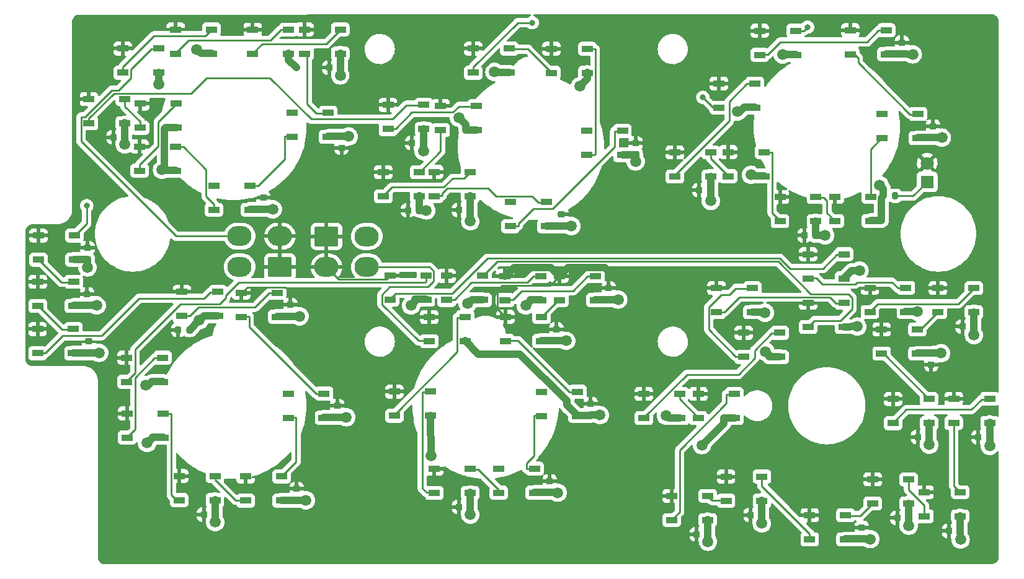
<source format=gbr>
%TF.GenerationSoftware,KiCad,Pcbnew,(6.0.9)*%
%TF.CreationDate,2022-12-26T22:24:29-09:00*%
%TF.ProjectId,PCB_ SIM CONTROL PANEL,5043422c-2053-4494-9d20-434f4e54524f,rev?*%
%TF.SameCoordinates,Original*%
%TF.FileFunction,Copper,L1,Top*%
%TF.FilePolarity,Positive*%
%FSLAX46Y46*%
G04 Gerber Fmt 4.6, Leading zero omitted, Abs format (unit mm)*
G04 Created by KiCad (PCBNEW (6.0.9)) date 2022-12-26 22:24:29*
%MOMM*%
%LPD*%
G01*
G04 APERTURE LIST*
G04 Aperture macros list*
%AMRoundRect*
0 Rectangle with rounded corners*
0 $1 Rounding radius*
0 $2 $3 $4 $5 $6 $7 $8 $9 X,Y pos of 4 corners*
0 Add a 4 corners polygon primitive as box body*
4,1,4,$2,$3,$4,$5,$6,$7,$8,$9,$2,$3,0*
0 Add four circle primitives for the rounded corners*
1,1,$1+$1,$2,$3*
1,1,$1+$1,$4,$5*
1,1,$1+$1,$6,$7*
1,1,$1+$1,$8,$9*
0 Add four rect primitives between the rounded corners*
20,1,$1+$1,$2,$3,$4,$5,0*
20,1,$1+$1,$4,$5,$6,$7,0*
20,1,$1+$1,$6,$7,$8,$9,0*
20,1,$1+$1,$8,$9,$2,$3,0*%
G04 Aperture macros list end*
%TA.AperFunction,SMDPad,CuDef*%
%ADD10R,1.500000X0.900000*%
%TD*%
%TA.AperFunction,SMDPad,CuDef*%
%ADD11RoundRect,0.200000X0.200000X0.275000X-0.200000X0.275000X-0.200000X-0.275000X0.200000X-0.275000X0*%
%TD*%
%TA.AperFunction,SMDPad,CuDef*%
%ADD12RoundRect,0.225000X-0.225000X-0.250000X0.225000X-0.250000X0.225000X0.250000X-0.225000X0.250000X0*%
%TD*%
%TA.AperFunction,SMDPad,CuDef*%
%ADD13RoundRect,0.225000X-0.250000X0.225000X-0.250000X-0.225000X0.250000X-0.225000X0.250000X0.225000X0*%
%TD*%
%TA.AperFunction,SMDPad,CuDef*%
%ADD14RoundRect,0.225000X0.250000X-0.225000X0.250000X0.225000X-0.250000X0.225000X-0.250000X-0.225000X0*%
%TD*%
%TA.AperFunction,ComponentPad*%
%ADD15R,1.800000X1.800000*%
%TD*%
%TA.AperFunction,ComponentPad*%
%ADD16C,1.800000*%
%TD*%
%TA.AperFunction,ComponentPad*%
%ADD17RoundRect,0.250001X1.399999X-1.099999X1.399999X1.099999X-1.399999X1.099999X-1.399999X-1.099999X0*%
%TD*%
%TA.AperFunction,ComponentPad*%
%ADD18O,3.300000X2.700000*%
%TD*%
%TA.AperFunction,ComponentPad*%
%ADD19RoundRect,0.250001X-1.399999X1.099999X-1.399999X-1.099999X1.399999X-1.099999X1.399999X1.099999X0*%
%TD*%
%TA.AperFunction,ViaPad*%
%ADD20C,1.500000*%
%TD*%
%TA.AperFunction,ViaPad*%
%ADD21C,0.800000*%
%TD*%
%TA.AperFunction,Conductor*%
%ADD22C,1.000000*%
%TD*%
%TA.AperFunction,Conductor*%
%ADD23C,0.250000*%
%TD*%
G04 APERTURE END LIST*
D10*
%TO.P,D2,1*%
%TO.N,/LED+5V*%
X94933600Y-57938400D03*
%TO.P,D2,2*%
%TO.N,Net-(D2-Pad2)*%
X94933600Y-61238400D03*
%TO.P,D2,3*%
%TO.N,/LEDGND*%
X99833600Y-61238400D03*
%TO.P,D2,4*%
%TO.N,/DATAIN*%
X99833600Y-57938400D03*
%TD*%
%TO.P,D3,1*%
%TO.N,/LED+5V*%
X102147000Y-55322200D03*
%TO.P,D3,2*%
%TO.N,Net-(D3-Pad2)*%
X102147000Y-58622200D03*
%TO.P,D3,3*%
%TO.N,/LEDGND*%
X107047000Y-58622200D03*
%TO.P,D3,4*%
%TO.N,Net-(D2-Pad2)*%
X107047000Y-55322200D03*
%TD*%
%TO.P,D4,1*%
%TO.N,/LED+5V*%
X112649000Y-55347800D03*
%TO.P,D4,2*%
%TO.N,Net-(D4-Pad2)*%
X112649000Y-58647800D03*
%TO.P,D4,3*%
%TO.N,/LEDGND*%
X117549000Y-58647800D03*
%TO.P,D4,4*%
%TO.N,Net-(D3-Pad2)*%
X117549000Y-55347800D03*
%TD*%
%TO.P,D5,1*%
%TO.N,/LED+5V*%
X119710000Y-55322400D03*
%TO.P,D5,2*%
%TO.N,Net-(D5-Pad2)*%
X119710000Y-58622400D03*
%TO.P,D5,3*%
%TO.N,/LEDGND*%
X124610000Y-58622400D03*
%TO.P,D5,4*%
%TO.N,Net-(D4-Pad2)*%
X124610000Y-55322400D03*
%TD*%
%TO.P,D6,1*%
%TO.N,/LED+5V*%
X118061000Y-66701200D03*
%TO.P,D6,2*%
%TO.N,Net-(D6-Pad2)*%
X118061000Y-70001200D03*
%TO.P,D6,3*%
%TO.N,/LEDGND*%
X122961000Y-70001200D03*
%TO.P,D6,4*%
%TO.N,Net-(D5-Pad2)*%
X122961000Y-66701200D03*
%TD*%
%TO.P,D7,1*%
%TO.N,/LED+5V*%
X107368000Y-76683400D03*
%TO.P,D7,2*%
%TO.N,Net-(D7-Pad2)*%
X107368000Y-79983400D03*
%TO.P,D7,3*%
%TO.N,/LEDGND*%
X112268000Y-79983400D03*
%TO.P,D7,4*%
%TO.N,Net-(D6-Pad2)*%
X112268000Y-76683400D03*
%TD*%
%TO.P,D8,1*%
%TO.N,/LED+5V*%
X97219600Y-71324200D03*
%TO.P,D8,2*%
%TO.N,Net-(D8-Pad2)*%
X97219600Y-74624200D03*
%TO.P,D8,3*%
%TO.N,/LEDGND*%
X102119600Y-74624200D03*
%TO.P,D8,4*%
%TO.N,Net-(D7-Pad2)*%
X102119600Y-71324200D03*
%TD*%
%TO.P,D9,1*%
%TO.N,/LED+5V*%
X97309600Y-65456600D03*
%TO.P,D9,2*%
%TO.N,Net-(D10-Pad4)*%
X97309600Y-68756600D03*
%TO.P,D9,3*%
%TO.N,/LEDGND*%
X102209600Y-68756600D03*
%TO.P,D9,4*%
%TO.N,Net-(D8-Pad2)*%
X102209600Y-65456600D03*
%TD*%
%TO.P,D10,1*%
%TO.N,/LED+5V*%
X90299200Y-64847000D03*
%TO.P,D10,2*%
%TO.N,Net-(D10-Pad2)*%
X90299200Y-68147000D03*
%TO.P,D10,3*%
%TO.N,/LEDGND*%
X95199200Y-68147000D03*
%TO.P,D10,4*%
%TO.N,Net-(D10-Pad4)*%
X95199200Y-64847000D03*
%TD*%
%TO.P,D11,1*%
%TO.N,/LED+5V*%
X131117000Y-65634400D03*
%TO.P,D11,2*%
%TO.N,Net-(D11-Pad2)*%
X131117000Y-68934400D03*
%TO.P,D11,3*%
%TO.N,/LEDGND*%
X136017000Y-68934400D03*
%TO.P,D11,4*%
%TO.N,Net-(D10-Pad2)*%
X136017000Y-65634400D03*
%TD*%
%TO.P,D12,1*%
%TO.N,/LED+5V*%
X138305000Y-65786800D03*
%TO.P,D12,2*%
%TO.N,Net-(D12-Pad2)*%
X138305000Y-69086800D03*
%TO.P,D12,3*%
%TO.N,/LEDGND*%
X143205000Y-69086800D03*
%TO.P,D12,4*%
%TO.N,Net-(D11-Pad2)*%
X143205000Y-65786800D03*
%TD*%
%TO.P,D13,1*%
%TO.N,/LED+5V*%
X130482000Y-74829200D03*
%TO.P,D13,2*%
%TO.N,Net-(D13-Pad2)*%
X130482000Y-78129200D03*
%TO.P,D13,3*%
%TO.N,/LEDGND*%
X135382000Y-78129200D03*
%TO.P,D13,4*%
%TO.N,Net-(D12-Pad2)*%
X135382000Y-74829200D03*
%TD*%
%TO.P,D14,1*%
%TO.N,/LED+5V*%
X137442000Y-74803800D03*
%TO.P,D14,2*%
%TO.N,Net-(D14-Pad2)*%
X137442000Y-78103800D03*
%TO.P,D14,3*%
%TO.N,/LEDGND*%
X142342000Y-78103800D03*
%TO.P,D14,4*%
%TO.N,Net-(D13-Pad2)*%
X142342000Y-74803800D03*
%TD*%
%TO.P,D15,1*%
%TO.N,/LED+5V*%
X147830000Y-78918600D03*
%TO.P,D15,2*%
%TO.N,Net-(D15-Pad2)*%
X147830000Y-82218600D03*
%TO.P,D15,3*%
%TO.N,/LEDGND*%
X152730000Y-82218600D03*
%TO.P,D15,4*%
%TO.N,Net-(D14-Pad2)*%
X152730000Y-78918600D03*
%TD*%
%TO.P,D16,1*%
%TO.N,/LED+5V*%
X158230000Y-69190600D03*
%TO.P,D16,2*%
%TO.N,Net-(D16-Pad2)*%
X158230000Y-72490600D03*
%TO.P,D16,3*%
%TO.N,/LEDGND*%
X163130000Y-72490600D03*
%TO.P,D16,4*%
%TO.N,Net-(D15-Pad2)*%
X163130000Y-69190600D03*
%TD*%
%TO.P,D17,1*%
%TO.N,/LED+5V*%
X153430000Y-57963800D03*
%TO.P,D17,2*%
%TO.N,Net-(D17-Pad2)*%
X153430000Y-61263800D03*
%TO.P,D17,3*%
%TO.N,/LEDGND*%
X158330000Y-61263800D03*
%TO.P,D17,4*%
%TO.N,Net-(D16-Pad2)*%
X158330000Y-57963800D03*
%TD*%
%TO.P,D18,1*%
%TO.N,/LED+5V*%
X142776000Y-57938200D03*
%TO.P,D18,2*%
%TO.N,Net-(D18-Pad2)*%
X142776000Y-61238200D03*
%TO.P,D18,3*%
%TO.N,/LEDGND*%
X147676000Y-61238200D03*
%TO.P,D18,4*%
%TO.N,Net-(D17-Pad2)*%
X147676000Y-57938200D03*
%TD*%
%TO.P,D19,1*%
%TO.N,/LED+5V*%
X181864000Y-55499800D03*
%TO.P,D19,2*%
%TO.N,Net-(D19-Pad2)*%
X181864000Y-58799800D03*
%TO.P,D19,3*%
%TO.N,/LEDGND*%
X186764000Y-58799800D03*
%TO.P,D19,4*%
%TO.N,Net-(D18-Pad2)*%
X186764000Y-55499800D03*
%TD*%
%TO.P,D20,1*%
%TO.N,/LED+5V*%
X194248000Y-55423800D03*
%TO.P,D20,2*%
%TO.N,Net-(D20-Pad2)*%
X194248000Y-58723800D03*
%TO.P,D20,3*%
%TO.N,/LEDGND*%
X199148000Y-58723800D03*
%TO.P,D20,4*%
%TO.N,Net-(D19-Pad2)*%
X199148000Y-55423800D03*
%TD*%
%TO.P,D21,1*%
%TO.N,/LED+5V*%
X198554000Y-66879000D03*
%TO.P,D21,2*%
%TO.N,Net-(D21-Pad2)*%
X198554000Y-70179000D03*
%TO.P,D21,3*%
%TO.N,/LEDGND*%
X203454000Y-70179000D03*
%TO.P,D21,4*%
%TO.N,Net-(D20-Pad2)*%
X203454000Y-66879000D03*
%TD*%
%TO.P,D22,1*%
%TO.N,/LED+5V*%
X192102000Y-78207800D03*
%TO.P,D22,2*%
%TO.N,Net-(D22-Pad2)*%
X192102000Y-81507800D03*
%TO.P,D22,3*%
%TO.N,/LEDGND*%
X197002000Y-81507800D03*
%TO.P,D22,4*%
%TO.N,Net-(D21-Pad2)*%
X197002000Y-78207800D03*
%TD*%
%TO.P,D23,1*%
%TO.N,/LED+5V*%
X184635000Y-78232800D03*
%TO.P,D23,2*%
%TO.N,Net-(D23-Pad2)*%
X184635000Y-81532800D03*
%TO.P,D23,3*%
%TO.N,/LEDGND*%
X189535000Y-81532800D03*
%TO.P,D23,4*%
%TO.N,Net-(D22-Pad2)*%
X189535000Y-78232800D03*
%TD*%
%TO.P,D24,1*%
%TO.N,/LED+5V*%
X177574000Y-72086000D03*
%TO.P,D24,2*%
%TO.N,Net-(D24-Pad2)*%
X177574000Y-75386000D03*
%TO.P,D24,3*%
%TO.N,/LEDGND*%
X182474000Y-75386000D03*
%TO.P,D24,4*%
%TO.N,Net-(D23-Pad2)*%
X182474000Y-72086000D03*
%TD*%
%TO.P,D25,1*%
%TO.N,/LED+5V*%
X170282000Y-72136800D03*
%TO.P,D25,2*%
%TO.N,Net-(D25-Pad2)*%
X170282000Y-75436800D03*
%TO.P,D25,3*%
%TO.N,/LEDGND*%
X175182000Y-75436800D03*
%TO.P,D25,4*%
%TO.N,Net-(D24-Pad2)*%
X175182000Y-72136800D03*
%TD*%
%TO.P,D26,1*%
%TO.N,/LED+5V*%
X176304000Y-62713400D03*
%TO.P,D26,2*%
%TO.N,Net-(D26-Pad2)*%
X176304000Y-66013400D03*
%TO.P,D26,3*%
%TO.N,/LEDGND*%
X181204000Y-66013400D03*
%TO.P,D26,4*%
%TO.N,Net-(D25-Pad2)*%
X181204000Y-62713400D03*
%TD*%
%TO.P,D27,1*%
%TO.N,/LED+5V*%
X83390400Y-83490600D03*
%TO.P,D27,2*%
%TO.N,Net-(D27-Pad2)*%
X83390400Y-86790600D03*
%TO.P,D27,3*%
%TO.N,/LEDGND*%
X88290400Y-86790600D03*
%TO.P,D27,4*%
%TO.N,Net-(D26-Pad2)*%
X88290400Y-83490600D03*
%TD*%
%TO.P,D28,1*%
%TO.N,/LED+5V*%
X83314200Y-89815200D03*
%TO.P,D28,2*%
%TO.N,Net-(D28-Pad2)*%
X83314200Y-93115200D03*
%TO.P,D28,3*%
%TO.N,/LEDGND*%
X88214200Y-93115200D03*
%TO.P,D28,4*%
%TO.N,Net-(D27-Pad2)*%
X88214200Y-89815200D03*
%TD*%
%TO.P,D29,1*%
%TO.N,/LED+5V*%
X83288800Y-96292200D03*
%TO.P,D29,2*%
%TO.N,Net-(D29-Pad2)*%
X83288800Y-99592200D03*
%TO.P,D29,3*%
%TO.N,/LEDGND*%
X88188800Y-99592200D03*
%TO.P,D29,4*%
%TO.N,Net-(D28-Pad2)*%
X88188800Y-96292200D03*
%TD*%
%TO.P,D30,1*%
%TO.N,/LED+5V*%
X102999000Y-91212200D03*
%TO.P,D30,2*%
%TO.N,Net-(D30-Pad2)*%
X102999000Y-94512200D03*
%TO.P,D30,3*%
%TO.N,/LEDGND*%
X107899000Y-94512200D03*
%TO.P,D30,4*%
%TO.N,Net-(D29-Pad2)*%
X107899000Y-91212200D03*
%TD*%
%TO.P,D31,1*%
%TO.N,/LED+5V*%
X111076000Y-91313800D03*
%TO.P,D31,2*%
%TO.N,Net-(D31-Pad2)*%
X111076000Y-94613800D03*
%TO.P,D31,3*%
%TO.N,/LEDGND*%
X115976000Y-94613800D03*
%TO.P,D31,4*%
%TO.N,Net-(D30-Pad2)*%
X115976000Y-91313800D03*
%TD*%
%TO.P,D32,1*%
%TO.N,/LED+5V*%
X117489000Y-105106000D03*
%TO.P,D32,2*%
%TO.N,Net-(D32-Pad2)*%
X117489000Y-108406000D03*
%TO.P,D32,3*%
%TO.N,/LEDGND*%
X122389000Y-108406000D03*
%TO.P,D32,4*%
%TO.N,Net-(D31-Pad2)*%
X122389000Y-105106000D03*
%TD*%
%TO.P,D33,1*%
%TO.N,/LED+5V*%
X111686000Y-116434000D03*
%TO.P,D33,2*%
%TO.N,Net-(D33-Pad2)*%
X111686000Y-119734000D03*
%TO.P,D33,3*%
%TO.N,/LEDGND*%
X116586000Y-119734000D03*
%TO.P,D33,4*%
%TO.N,Net-(D32-Pad2)*%
X116586000Y-116434000D03*
%TD*%
%TO.P,D34,1*%
%TO.N,/LED+5V*%
X102604000Y-116384000D03*
%TO.P,D34,2*%
%TO.N,Net-(D34-Pad2)*%
X102604000Y-119684000D03*
%TO.P,D34,3*%
%TO.N,/LEDGND*%
X107504000Y-119684000D03*
%TO.P,D34,4*%
%TO.N,Net-(D33-Pad2)*%
X107504000Y-116384000D03*
%TD*%
%TO.P,D35,1*%
%TO.N,/LED+5V*%
X95531600Y-107824000D03*
%TO.P,D35,2*%
%TO.N,Net-(D35-Pad2)*%
X95531600Y-111124000D03*
%TO.P,D35,3*%
%TO.N,/LEDGND*%
X100431600Y-111124000D03*
%TO.P,D35,4*%
%TO.N,Net-(D34-Pad2)*%
X100431600Y-107824000D03*
%TD*%
%TO.P,D36,1*%
%TO.N,/LED+5V*%
X95441600Y-100204000D03*
%TO.P,D36,2*%
%TO.N,Net-(D36-Pad2)*%
X95441600Y-103504000D03*
%TO.P,D36,3*%
%TO.N,/LEDGND*%
X100341600Y-103504000D03*
%TO.P,D36,4*%
%TO.N,Net-(D35-Pad2)*%
X100341600Y-100204000D03*
%TD*%
%TO.P,D37,1*%
%TO.N,/LED+5V*%
X131383000Y-88977200D03*
%TO.P,D37,2*%
%TO.N,Net-(D37-Pad2)*%
X131383000Y-92277200D03*
%TO.P,D37,3*%
%TO.N,/LEDGND*%
X136283000Y-92277200D03*
%TO.P,D37,4*%
%TO.N,Net-(D36-Pad2)*%
X136283000Y-88977200D03*
%TD*%
D11*
%TO.P,R1,1*%
%TO.N,Net-(D1-Pad1)*%
X200367000Y-78079600D03*
%TO.P,R1,2*%
%TO.N,/LEDGND*%
X198717000Y-78079600D03*
%TD*%
D10*
%TO.P,D38,1*%
%TO.N,/LED+5V*%
X188493000Y-86056000D03*
%TO.P,D38,2*%
%TO.N,Net-(D38-Pad2)*%
X188493000Y-89356000D03*
%TO.P,D38,3*%
%TO.N,/LEDGND*%
X193393000Y-89356000D03*
%TO.P,D38,4*%
%TO.N,Net-(D37-Pad2)*%
X193393000Y-86056000D03*
%TD*%
%TO.P,D39,1*%
%TO.N,/LED+5V*%
X196903000Y-90653400D03*
%TO.P,D39,2*%
%TO.N,Net-(D39-Pad2)*%
X196903000Y-93953400D03*
%TO.P,D39,3*%
%TO.N,/LEDGND*%
X201803000Y-93953400D03*
%TO.P,D39,4*%
%TO.N,Net-(D38-Pad2)*%
X201803000Y-90653400D03*
%TD*%
%TO.P,D40,1*%
%TO.N,/LED+5V*%
X206199000Y-90679200D03*
%TO.P,D40,2*%
%TO.N,Net-(D40-Pad2)*%
X206199000Y-93979200D03*
%TO.P,D40,3*%
%TO.N,/LEDGND*%
X211099000Y-93979200D03*
%TO.P,D40,4*%
%TO.N,Net-(D39-Pad2)*%
X211099000Y-90679200D03*
%TD*%
%TO.P,D41,1*%
%TO.N,/LED+5V*%
X198503000Y-96343000D03*
%TO.P,D41,2*%
%TO.N,Net-(D41-Pad2)*%
X198503000Y-99643000D03*
%TO.P,D41,3*%
%TO.N,/LEDGND*%
X203403000Y-99643000D03*
%TO.P,D41,4*%
%TO.N,Net-(D40-Pad2)*%
X203403000Y-96343000D03*
%TD*%
%TO.P,D42,1*%
%TO.N,/LED+5V*%
X200090000Y-105843000D03*
%TO.P,D42,2*%
%TO.N,Net-(D42-Pad2)*%
X200090000Y-109143000D03*
%TO.P,D42,3*%
%TO.N,/LEDGND*%
X204990000Y-109143000D03*
%TO.P,D42,4*%
%TO.N,Net-(D41-Pad2)*%
X204990000Y-105843000D03*
%TD*%
%TO.P,D43,1*%
%TO.N,/LED+5V*%
X208345000Y-105817000D03*
%TO.P,D43,2*%
%TO.N,Net-(D43-Pad2)*%
X208345000Y-109117000D03*
%TO.P,D43,3*%
%TO.N,/LEDGND*%
X213245000Y-109117000D03*
%TO.P,D43,4*%
%TO.N,Net-(D42-Pad2)*%
X213245000Y-105817000D03*
%TD*%
%TO.P,D44,1*%
%TO.N,/LED+5V*%
X204345000Y-118593000D03*
%TO.P,D44,2*%
%TO.N,Net-(D44-Pad2)*%
X204345000Y-121893000D03*
%TO.P,D44,3*%
%TO.N,/LEDGND*%
X209245000Y-121893000D03*
%TO.P,D44,4*%
%TO.N,Net-(D43-Pad2)*%
X209245000Y-118593000D03*
%TD*%
%TO.P,D45,1*%
%TO.N,/LED+5V*%
X197284000Y-116841000D03*
%TO.P,D45,2*%
%TO.N,Net-(D45-Pad2)*%
X197284000Y-120141000D03*
%TO.P,D45,3*%
%TO.N,/LEDGND*%
X202184000Y-120141000D03*
%TO.P,D45,4*%
%TO.N,Net-(D44-Pad2)*%
X202184000Y-116841000D03*
%TD*%
%TO.P,D46,1*%
%TO.N,/LED+5V*%
X188685000Y-121743000D03*
%TO.P,D46,2*%
%TO.N,Net-(D46-Pad2)*%
X188685000Y-125043000D03*
%TO.P,D46,3*%
%TO.N,/LEDGND*%
X193585000Y-125043000D03*
%TO.P,D46,4*%
%TO.N,Net-(D45-Pad2)*%
X193585000Y-121743000D03*
%TD*%
%TO.P,D47,1*%
%TO.N,/LED+5V*%
X177269000Y-116460000D03*
%TO.P,D47,2*%
%TO.N,Net-(D47-Pad2)*%
X177269000Y-119760000D03*
%TO.P,D47,3*%
%TO.N,/LEDGND*%
X182169000Y-119760000D03*
%TO.P,D47,4*%
%TO.N,Net-(D46-Pad2)*%
X182169000Y-116460000D03*
%TD*%
%TO.P,D48,1*%
%TO.N,/LED+5V*%
X169864000Y-119102000D03*
%TO.P,D48,2*%
%TO.N,Net-(D48-Pad2)*%
X169864000Y-122402000D03*
%TO.P,D48,3*%
%TO.N,/LEDGND*%
X174764000Y-122402000D03*
%TO.P,D48,4*%
%TO.N,Net-(D47-Pad2)*%
X174764000Y-119102000D03*
%TD*%
%TO.P,D49,1*%
%TO.N,/LED+5V*%
X173496000Y-105157000D03*
%TO.P,D49,2*%
%TO.N,Net-(D49-Pad2)*%
X173496000Y-108457000D03*
%TO.P,D49,3*%
%TO.N,/LEDGND*%
X178396000Y-108457000D03*
%TO.P,D49,4*%
%TO.N,Net-(D48-Pad2)*%
X178396000Y-105157000D03*
%TD*%
%TO.P,D50,1*%
%TO.N,/LED+5V*%
X166042000Y-105157000D03*
%TO.P,D50,2*%
%TO.N,Net-(D50-Pad2)*%
X166042000Y-108457000D03*
%TO.P,D50,3*%
%TO.N,/LEDGND*%
X170942000Y-108457000D03*
%TO.P,D50,4*%
%TO.N,Net-(D49-Pad2)*%
X170942000Y-105157000D03*
%TD*%
%TO.P,D51,1*%
%TO.N,/LED+5V*%
X179682000Y-96800200D03*
%TO.P,D51,2*%
%TO.N,Net-(D51-Pad2)*%
X179682000Y-100100200D03*
%TO.P,D51,3*%
%TO.N,/LEDGND*%
X184582000Y-100100200D03*
%TO.P,D51,4*%
%TO.N,Net-(D50-Pad2)*%
X184582000Y-96800200D03*
%TD*%
%TO.P,D52,1*%
%TO.N,/LED+5V*%
X175973000Y-90678800D03*
%TO.P,D52,2*%
%TO.N,Net-(D52-Pad2)*%
X175973000Y-93978800D03*
%TO.P,D52,3*%
%TO.N,/LEDGND*%
X180873000Y-93978800D03*
%TO.P,D52,4*%
%TO.N,Net-(D51-Pad2)*%
X180873000Y-90678800D03*
%TD*%
%TO.P,D53,1*%
%TO.N,/LED+5V*%
X188482000Y-92711000D03*
%TO.P,D53,2*%
%TO.N,Net-(D53-Pad2)*%
X188482000Y-96011000D03*
%TO.P,D53,3*%
%TO.N,/LEDGND*%
X193382000Y-96011000D03*
%TO.P,D53,4*%
%TO.N,Net-(D52-Pad2)*%
X193382000Y-92711000D03*
%TD*%
%TO.P,D54,1*%
%TO.N,/LED+5V*%
X139118000Y-89002800D03*
%TO.P,D54,2*%
%TO.N,Net-(D54-Pad2)*%
X139118000Y-92302800D03*
%TO.P,D54,3*%
%TO.N,/LEDGND*%
X144018000Y-92302800D03*
%TO.P,D54,4*%
%TO.N,Net-(D53-Pad2)*%
X144018000Y-89002800D03*
%TD*%
%TO.P,D55,1*%
%TO.N,/LED+5V*%
X147105000Y-89028000D03*
%TO.P,D55,2*%
%TO.N,Net-(D55-Pad2)*%
X147105000Y-92328000D03*
%TO.P,D55,3*%
%TO.N,/LEDGND*%
X152005000Y-92328000D03*
%TO.P,D55,4*%
%TO.N,Net-(D54-Pad2)*%
X152005000Y-89028000D03*
%TD*%
%TO.P,D56,1*%
%TO.N,/LED+5V*%
X154536000Y-89027800D03*
%TO.P,D56,2*%
%TO.N,Net-(D56-Pad2)*%
X154536000Y-92327800D03*
%TO.P,D56,3*%
%TO.N,/LEDGND*%
X159436000Y-92327800D03*
%TO.P,D56,4*%
%TO.N,Net-(D55-Pad2)*%
X159436000Y-89027800D03*
%TD*%
%TO.P,D57,1*%
%TO.N,/LED+5V*%
X147170000Y-94615800D03*
%TO.P,D57,2*%
%TO.N,Net-(D57-Pad2)*%
X147170000Y-97915800D03*
%TO.P,D57,3*%
%TO.N,/LEDGND*%
X152070000Y-97915800D03*
%TO.P,D57,4*%
%TO.N,Net-(D56-Pad2)*%
X152070000Y-94615800D03*
%TD*%
%TO.P,D58,1*%
%TO.N,/LED+5V*%
X152097000Y-104852000D03*
%TO.P,D58,2*%
%TO.N,Net-(D58-Pad2)*%
X152097000Y-108152000D03*
%TO.P,D58,3*%
%TO.N,/LEDGND*%
X156997000Y-108152000D03*
%TO.P,D58,4*%
%TO.N,Net-(D57-Pad2)*%
X156997000Y-104852000D03*
%TD*%
%TO.P,D59,1*%
%TO.N,/LED+5V*%
X146242000Y-115368000D03*
%TO.P,D59,2*%
%TO.N,Net-(D59-Pad2)*%
X146242000Y-118668000D03*
%TO.P,D59,3*%
%TO.N,/LEDGND*%
X151142000Y-118668000D03*
%TO.P,D59,4*%
%TO.N,Net-(D58-Pad2)*%
X151142000Y-115368000D03*
%TD*%
%TO.P,D60,1*%
%TO.N,/LED+5V*%
X137442000Y-115393000D03*
%TO.P,D60,2*%
%TO.N,Net-(D60-Pad2)*%
X137442000Y-118693000D03*
%TO.P,D60,3*%
%TO.N,/LEDGND*%
X142342000Y-118693000D03*
%TO.P,D60,4*%
%TO.N,Net-(D59-Pad2)*%
X142342000Y-115393000D03*
%TD*%
%TO.P,D61,1*%
%TO.N,/LED+5V*%
X131981000Y-104827000D03*
%TO.P,D61,2*%
%TO.N,Net-(D61-Pad2)*%
X131981000Y-108127000D03*
%TO.P,D61,3*%
%TO.N,/LEDGND*%
X136881000Y-108127000D03*
%TO.P,D61,4*%
%TO.N,Net-(D60-Pad2)*%
X136881000Y-104827000D03*
%TD*%
%TO.P,D62,1*%
%TO.N,/LED+5V*%
X136767000Y-94641400D03*
%TO.P,D62,2*%
%TO.N,/DATAOUT*%
X136767000Y-97941400D03*
%TO.P,D62,3*%
%TO.N,/LEDGND*%
X141667000Y-97941400D03*
%TO.P,D62,4*%
%TO.N,Net-(D61-Pad2)*%
X141667000Y-94641400D03*
%TD*%
D12*
%TO.P,C2,1*%
%TO.N,/LED+5V*%
X173607500Y-77290000D03*
%TO.P,C2,2*%
%TO.N,/LEDGND*%
X175157500Y-77290000D03*
%TD*%
%TO.P,C3,1*%
%TO.N,/LED+5V*%
X93625000Y-70050000D03*
%TO.P,C3,2*%
%TO.N,/LEDGND*%
X95175000Y-70050000D03*
%TD*%
D13*
%TO.P,C5,1*%
%TO.N,/LED+5V*%
X90279200Y-97975100D03*
%TO.P,C5,2*%
%TO.N,/LEDGND*%
X90279200Y-99525100D03*
%TD*%
%TO.P,C6,1*%
%TO.N,/LED+5V*%
X118656000Y-118120000D03*
%TO.P,C6,2*%
%TO.N,/LEDGND*%
X118656000Y-119670000D03*
%TD*%
%TO.P,C7,1*%
%TO.N,/LED+5V*%
X153190000Y-117073000D03*
%TO.P,C7,2*%
%TO.N,/LEDGND*%
X153190000Y-118623000D03*
%TD*%
%TO.P,C8,1*%
%TO.N,/LED+5V*%
X154104000Y-96309000D03*
%TO.P,C8,2*%
%TO.N,/LEDGND*%
X154104000Y-97859000D03*
%TD*%
%TO.P,C9,1*%
%TO.N,/LED+5V*%
X154795000Y-80604000D03*
%TO.P,C9,2*%
%TO.N,/LEDGND*%
X154795000Y-82154000D03*
%TD*%
%TO.P,C10,1*%
%TO.N,/LED+5V*%
X205519000Y-68554200D03*
%TO.P,C10,2*%
%TO.N,/LEDGND*%
X205519000Y-70104200D03*
%TD*%
%TO.P,C11,1*%
%TO.N,/LED+5V*%
X201267000Y-57101300D03*
%TO.P,C11,2*%
%TO.N,/LEDGND*%
X201267000Y-58651300D03*
%TD*%
%TO.P,C13,1*%
%TO.N,/LED+5V*%
X195783000Y-123416000D03*
%TO.P,C13,2*%
%TO.N,/LEDGND*%
X195783000Y-124966000D03*
%TD*%
%TO.P,C14,1*%
%TO.N,/LED+5V*%
X90050000Y-91487500D03*
%TO.P,C14,2*%
%TO.N,/LEDGND*%
X90050000Y-93037500D03*
%TD*%
%TO.P,C15,1*%
%TO.N,/LED+5V*%
X114100000Y-78337500D03*
%TO.P,C15,2*%
%TO.N,/LEDGND*%
X114100000Y-79887500D03*
%TD*%
%TO.P,C16,1*%
%TO.N,/LED+5V*%
X90100000Y-85187500D03*
%TO.P,C16,2*%
%TO.N,/LEDGND*%
X90100000Y-86737500D03*
%TD*%
D14*
%TO.P,C17,1*%
%TO.N,/LED+5V*%
X124770000Y-71492500D03*
%TO.P,C17,2*%
%TO.N,/LEDGND*%
X124770000Y-69942500D03*
%TD*%
D12*
%TO.P,C18,1*%
%TO.N,/LED+5V*%
X134387500Y-70850000D03*
%TO.P,C18,2*%
%TO.N,/LEDGND*%
X135937500Y-70850000D03*
%TD*%
%TO.P,C19,1*%
%TO.N,/LED+5V*%
X140787500Y-80000000D03*
%TO.P,C19,2*%
%TO.N,/LEDGND*%
X142337500Y-80000000D03*
%TD*%
%TO.P,C20,1*%
%TO.N,/LED+5V*%
X123087500Y-60550000D03*
%TO.P,C20,2*%
%TO.N,/LEDGND*%
X124637500Y-60550000D03*
%TD*%
%TO.P,C21,1*%
%TO.N,/LED+5V*%
X133837500Y-80050000D03*
%TO.P,C21,2*%
%TO.N,/LEDGND*%
X135387500Y-80050000D03*
%TD*%
D13*
%TO.P,C22,1*%
%TO.N,/LED+5V*%
X124200000Y-106775000D03*
%TO.P,C22,2*%
%TO.N,/LEDGND*%
X124200000Y-108325000D03*
%TD*%
%TO.P,C23,1*%
%TO.N,/LED+5V*%
X117800000Y-92987500D03*
%TO.P,C23,2*%
%TO.N,/LEDGND*%
X117800000Y-94537500D03*
%TD*%
%TO.P,C24,1*%
%TO.N,/LED+5V*%
X161250000Y-90687500D03*
%TO.P,C24,2*%
%TO.N,/LEDGND*%
X161250000Y-92237500D03*
%TD*%
D12*
%TO.P,C25,1*%
%TO.N,/LED+5V*%
X102487500Y-96400000D03*
%TO.P,C25,2*%
%TO.N,/LEDGND*%
X104037500Y-96400000D03*
%TD*%
%TO.P,C26,1*%
%TO.N,/LED+5V*%
X180587500Y-121700000D03*
%TO.P,C26,2*%
%TO.N,/LEDGND*%
X182137500Y-121700000D03*
%TD*%
%TO.P,C27,1*%
%TO.N,/LED+5V*%
X140787500Y-120600000D03*
%TO.P,C27,2*%
%TO.N,/LEDGND*%
X142337500Y-120600000D03*
%TD*%
%TO.P,C28,1*%
%TO.N,/LED+5V*%
X105975000Y-121650000D03*
%TO.P,C28,2*%
%TO.N,/LEDGND*%
X107525000Y-121650000D03*
%TD*%
%TO.P,C30,1*%
%TO.N,/LED+5V*%
X173237500Y-124350000D03*
%TO.P,C30,2*%
%TO.N,/LEDGND*%
X174787500Y-124350000D03*
%TD*%
%TO.P,C31,1*%
%TO.N,/LED+5V*%
X200637500Y-122100000D03*
%TO.P,C31,2*%
%TO.N,/LEDGND*%
X202187500Y-122100000D03*
%TD*%
%TO.P,C32,1*%
%TO.N,/LED+5V*%
X209537500Y-95950000D03*
%TO.P,C32,2*%
%TO.N,/LEDGND*%
X211087500Y-95950000D03*
%TD*%
D13*
%TO.P,C33,1*%
%TO.N,/LED+5V*%
X158800000Y-106487500D03*
%TO.P,C33,2*%
%TO.N,/LEDGND*%
X158800000Y-108037500D03*
%TD*%
D12*
%TO.P,C34,1*%
%TO.N,/LED+5V*%
X207687500Y-123875000D03*
%TO.P,C34,2*%
%TO.N,/LEDGND*%
X209237500Y-123875000D03*
%TD*%
%TO.P,C35,1*%
%TO.N,/LED+5V*%
X187962500Y-83475000D03*
%TO.P,C35,2*%
%TO.N,/LEDGND*%
X189512500Y-83475000D03*
%TD*%
%TO.P,C36,1*%
%TO.N,/LED+5V*%
X211712500Y-111075000D03*
%TO.P,C36,2*%
%TO.N,/LEDGND*%
X213262500Y-111075000D03*
%TD*%
D13*
%TO.P,C37,1*%
%TO.N,/LED+5V*%
X164925000Y-70862500D03*
%TO.P,C37,2*%
%TO.N,/LEDGND*%
X164925000Y-72412500D03*
%TD*%
D12*
%TO.P,C29,1*%
%TO.N,/LED+5V*%
X203437500Y-111050000D03*
%TO.P,C29,2*%
%TO.N,/LEDGND*%
X204987500Y-111050000D03*
%TD*%
D14*
%TO.P,C12,1*%
%TO.N,/LED+5V*%
X205275000Y-101162500D03*
%TO.P,C12,2*%
%TO.N,/LEDGND*%
X205275000Y-99612500D03*
%TD*%
D15*
%TO.P,D1,1*%
%TO.N,Net-(D1-Pad1)*%
X204725000Y-76165000D03*
D16*
%TO.P,D1,2*%
%TO.N,/LED+5V*%
X204725000Y-73625000D03*
%TD*%
D17*
%TO.P,J1,1*%
%TO.N,/LED+5V*%
X116365000Y-87792600D03*
D18*
%TO.P,J1,2*%
X116365000Y-83592600D03*
%TO.P,J1,3*%
%TO.N,/LEDGND*%
X110865000Y-87792600D03*
%TO.P,J1,4*%
%TO.N,/DATAIN*%
X110865000Y-83592600D03*
%TD*%
D19*
%TO.P,J2,1*%
%TO.N,/LED+5V*%
X122725000Y-83609200D03*
D18*
%TO.P,J2,2*%
X122725000Y-87809200D03*
%TO.P,J2,3*%
%TO.N,/LEDGND*%
X128225000Y-83609200D03*
%TO.P,J2,4*%
%TO.N,/DATAOUT*%
X128225000Y-87809200D03*
%TD*%
D20*
%TO.N,/LEDGND*%
X105375000Y-95075000D03*
X209275000Y-125075000D03*
X195475000Y-88275000D03*
X142350000Y-121650000D03*
X190775000Y-83475000D03*
X142003800Y-92743200D03*
X134278300Y-93068900D03*
X178797300Y-66546800D03*
X91687600Y-99537600D03*
X135950000Y-71950000D03*
X137000000Y-113600000D03*
X162550000Y-92250000D03*
X119900000Y-119700000D03*
X198230400Y-76589200D03*
X119050000Y-94550000D03*
X202200000Y-123150000D03*
X160050000Y-108050000D03*
X125750000Y-69950000D03*
X164925000Y-73375000D03*
X124600000Y-61600000D03*
X142350000Y-81550000D03*
X196950000Y-125000000D03*
X180667900Y-75205300D03*
X149923000Y-93074000D03*
X100276100Y-74503600D03*
X115400000Y-79900000D03*
X174800000Y-125350000D03*
X104978800Y-58082300D03*
X175190000Y-78770000D03*
X206725000Y-70125000D03*
X155450000Y-97900000D03*
X125412500Y-108337500D03*
X182656700Y-99369300D03*
X205000000Y-112125000D03*
X98230500Y-111865500D03*
X203375000Y-93900000D03*
X173976600Y-112146900D03*
X99810000Y-62810000D03*
X91350000Y-93050000D03*
X136350000Y-80050000D03*
X95200000Y-71050000D03*
X211100000Y-97100000D03*
X184996100Y-58733600D03*
X206614100Y-99585900D03*
X169071100Y-108131300D03*
D21*
X118610000Y-60560000D03*
D20*
X195175000Y-95950000D03*
X182589600Y-94051900D03*
X140798600Y-67360700D03*
X98024800Y-103963800D03*
X202750000Y-58725000D03*
X213275000Y-112250000D03*
X182150000Y-122850000D03*
X145668500Y-61126600D03*
X157309600Y-63094000D03*
X156150000Y-82200000D03*
X90100000Y-87850000D03*
X154300000Y-118650000D03*
X107537500Y-122687500D03*
%TO.N,/LED+5V*%
X141986000Y-87122000D03*
D21*
%TO.N,Net-(D18-Pad2)*%
X150800000Y-54400000D03*
X188400000Y-55000000D03*
%TO.N,Net-(D26-Pad2)*%
X174100000Y-64600000D03*
X90000000Y-79400000D03*
%TD*%
D22*
%TO.N,/LEDGND*%
X137000000Y-113600000D02*
X136881000Y-113481000D01*
X91687600Y-99537600D02*
X91687600Y-99537600D01*
X91350000Y-93050000D02*
X91350000Y-93050000D01*
X90100000Y-87850000D02*
X90100000Y-87850000D01*
X95200000Y-71050000D02*
X95187500Y-71037500D01*
X115400000Y-79900000D02*
X115450000Y-79900000D01*
X125750000Y-69950000D02*
X125750000Y-69950000D01*
X124600000Y-61600000D02*
X124650000Y-61550000D01*
X135950000Y-71950000D02*
X135950000Y-71950000D01*
X136350000Y-80050000D02*
X136350000Y-80050000D01*
X142350000Y-81550000D02*
X142350000Y-81550000D01*
X156150000Y-82200000D02*
X156066500Y-82166500D01*
X119050000Y-94550000D02*
X119050000Y-94550000D01*
X105375000Y-95075000D02*
X104050000Y-96400000D01*
X107537500Y-122687500D02*
X107537500Y-122687500D01*
X119900000Y-119700000D02*
X119882500Y-119682500D01*
X125412500Y-108337500D02*
X125412500Y-108337500D01*
X182150000Y-122850000D02*
X182150000Y-122850000D01*
X174800000Y-125350000D02*
X174800000Y-125350000D01*
X160050000Y-108050000D02*
X160050000Y-108050000D01*
X155450000Y-97900000D02*
X155421500Y-97871500D01*
X162550000Y-92250000D02*
X162550000Y-92250000D01*
X154300000Y-118650000D02*
X154285500Y-118635500D01*
X142350000Y-121650000D02*
X142350000Y-121650000D01*
X196950000Y-125000000D02*
X196928500Y-124978500D01*
X202200000Y-123150000D02*
X202200000Y-123150000D01*
X209275000Y-125075000D02*
X209250000Y-125050000D01*
X213275000Y-112250000D02*
X213275000Y-112250000D01*
X205000000Y-112125000D02*
X205000000Y-112125000D01*
X211100000Y-97100000D02*
X211100000Y-97100000D01*
X206614100Y-99585900D02*
X206614100Y-99585900D01*
X203375000Y-93900000D02*
X203371600Y-93903400D01*
X195175000Y-95950000D02*
X195164000Y-95961000D01*
X195475000Y-88275000D02*
X195475000Y-88275000D01*
X190775000Y-83475000D02*
X190775000Y-83475000D01*
X206725000Y-70125000D02*
X206716700Y-70116700D01*
X202750000Y-58725000D02*
X202688800Y-58663800D01*
X164925000Y-73375000D02*
X164925000Y-73375000D01*
X118610000Y-60560000D02*
X118610000Y-60560000D01*
X175190000Y-78770000D02*
X175170000Y-78750000D01*
X99810000Y-62810000D02*
X99833600Y-62786400D01*
X203403000Y-99593000D02*
X205481900Y-99593000D01*
X135382000Y-80032000D02*
X135400000Y-80050000D01*
X183131700Y-99844300D02*
X183131700Y-100050200D01*
X124650000Y-60550000D02*
X124600000Y-61600000D01*
X182446400Y-94051900D02*
X182323300Y-93928800D01*
X100598700Y-74503600D02*
X100598700Y-68867200D01*
X142077300Y-92743200D02*
X142567700Y-92252800D01*
X204990000Y-109093000D02*
X204990000Y-111040000D01*
X90090600Y-86740600D02*
X90100000Y-86750000D01*
X209245000Y-123870000D02*
X209250000Y-123875000D01*
X163130000Y-72440600D02*
X164909400Y-72440600D01*
X102119600Y-74574200D02*
X100669300Y-74574200D01*
X144018000Y-92252800D02*
X142567700Y-92252800D01*
X141667000Y-97891400D02*
X143471200Y-99695600D01*
X140798600Y-67360700D02*
X141754700Y-68316800D01*
X205506700Y-70129000D02*
X205519000Y-70116700D01*
X107504000Y-121616500D02*
X107537500Y-121650000D01*
X174800000Y-124350000D02*
X174800000Y-125350000D01*
X136881000Y-108077000D02*
X137000000Y-113600000D01*
X152730000Y-82168600D02*
X154792900Y-82168600D01*
X151142000Y-118618000D02*
X153172500Y-118618000D01*
X202200000Y-122100000D02*
X202200000Y-123150000D01*
X117786200Y-94563800D02*
X117800000Y-94550000D01*
X146164100Y-61126600D02*
X146225700Y-61188200D01*
X174764000Y-122352000D02*
X174764000Y-124314000D01*
X158330000Y-61213800D02*
X158330000Y-62073600D01*
X193406000Y-89306000D02*
X194437000Y-88275000D01*
X95187500Y-70050000D02*
X95200000Y-71050000D01*
X117549000Y-58597800D02*
X117549000Y-59499000D01*
X170942000Y-108407000D02*
X169491700Y-108407000D01*
X213275000Y-111075000D02*
X213275000Y-112250000D01*
X201267000Y-58663800D02*
X202750000Y-58725000D01*
X135382000Y-78079200D02*
X135382000Y-80032000D01*
X100598700Y-68867200D02*
X100759300Y-68706600D01*
X197002000Y-81457800D02*
X198452300Y-81457800D01*
X180667900Y-75205300D02*
X180893000Y-75205300D01*
X145668500Y-61126600D02*
X146164100Y-61126600D01*
X211100000Y-95950000D02*
X211100000Y-93930200D01*
X116586000Y-119684000D02*
X118654500Y-119684000D01*
X180893000Y-75205300D02*
X181023700Y-75336000D01*
X180873000Y-93928800D02*
X182323300Y-93928800D01*
X98024800Y-103963800D02*
X98381500Y-103963800D01*
X107537500Y-121650000D02*
X107537500Y-122687500D01*
X154098300Y-97865800D02*
X154104000Y-97871500D01*
X124200000Y-108337500D02*
X125412500Y-108337500D01*
X90034800Y-93065200D02*
X90050000Y-93050000D01*
X159463800Y-92250000D02*
X159436000Y-92277800D01*
X142342000Y-78053800D02*
X142342000Y-79992000D01*
X114100000Y-79900000D02*
X112301400Y-79900000D01*
X211100000Y-95950000D02*
X211100000Y-97100000D01*
X107504000Y-119634000D02*
X107504000Y-121616500D01*
X134278300Y-93068900D02*
X134832700Y-92514500D01*
X149131000Y-99695600D02*
X155546700Y-106111300D01*
X195768500Y-124993000D02*
X195783000Y-124978500D01*
X142350000Y-80000000D02*
X142350000Y-81550000D01*
X178797300Y-66546800D02*
X179170300Y-66546800D01*
X174764000Y-124314000D02*
X174800000Y-124350000D01*
X186764000Y-58749800D02*
X185313700Y-58749800D01*
X194437000Y-88275000D02*
X195475000Y-88275000D01*
X203454000Y-70129000D02*
X205506700Y-70129000D01*
X202184000Y-120091000D02*
X202184000Y-122084000D01*
X169216000Y-108131300D02*
X169491700Y-108407000D01*
X158748000Y-108102000D02*
X158800000Y-108050000D01*
X178396000Y-108407000D02*
X176945700Y-108407000D01*
X179170300Y-66546800D02*
X179753700Y-65963400D01*
X154795000Y-82166500D02*
X156150000Y-82200000D01*
X136017000Y-68884400D02*
X136017000Y-70783000D01*
X182656700Y-99369300D02*
X183131700Y-99844300D01*
X169071100Y-108131300D02*
X169216000Y-108131300D01*
X189535000Y-83465000D02*
X189525000Y-83475000D01*
X98381500Y-103963800D02*
X98891300Y-103454000D01*
X136283000Y-92227200D02*
X134832700Y-92227200D01*
X122389000Y-108356000D02*
X124181500Y-108356000D01*
X124610000Y-60510000D02*
X124650000Y-60550000D01*
X154792900Y-82168600D02*
X154795000Y-82166500D01*
X185297500Y-58733600D02*
X185313700Y-58749800D01*
X147676000Y-61188200D02*
X146225700Y-61188200D01*
X199148000Y-58673800D02*
X201257000Y-58673800D01*
X124181500Y-108356000D02*
X124200000Y-108337500D01*
X152070000Y-97865800D02*
X154098300Y-97865800D01*
X114100000Y-79900000D02*
X115400000Y-79900000D01*
X90100000Y-86750000D02*
X90100000Y-87850000D01*
X161250000Y-92250000D02*
X159463800Y-92250000D01*
X88290400Y-86740600D02*
X90090600Y-86740600D01*
X158800000Y-108050000D02*
X160050000Y-108050000D01*
X100276100Y-74503600D02*
X100598700Y-74503600D01*
X182169000Y-119710000D02*
X182169000Y-121681000D01*
X204990000Y-111040000D02*
X205000000Y-111050000D01*
X155546700Y-106651700D02*
X156997000Y-108102000D01*
X115976000Y-94563800D02*
X117786200Y-94563800D01*
X182474000Y-75336000D02*
X181023700Y-75336000D01*
X136017000Y-70783000D02*
X135950000Y-70850000D01*
X124748800Y-69951200D02*
X124750000Y-69950000D01*
X153190000Y-118635500D02*
X154300000Y-118650000D01*
X150554700Y-92442300D02*
X150554700Y-92278000D01*
X198452300Y-78381800D02*
X198754500Y-78079600D01*
X209245000Y-121843000D02*
X209245000Y-123870000D01*
X205000000Y-111050000D02*
X205000000Y-112125000D01*
X142342000Y-118643000D02*
X142342000Y-120592000D01*
X154104000Y-97871500D02*
X155450000Y-97900000D01*
X184996100Y-58733600D02*
X185297500Y-58733600D01*
X107047000Y-58572200D02*
X105596700Y-58572200D01*
X184582000Y-100050200D02*
X183131700Y-100050200D01*
X143205000Y-69036800D02*
X141754700Y-69036800D01*
X104978800Y-58082300D02*
X105106800Y-58082300D01*
X175182000Y-75386800D02*
X175182000Y-77278000D01*
X213245000Y-111045000D02*
X213275000Y-111075000D01*
X143471200Y-99695600D02*
X149131000Y-99695600D01*
X149923000Y-93074000D02*
X150554700Y-92442300D01*
X142342000Y-79992000D02*
X142350000Y-80000000D01*
X90050000Y-93050000D02*
X91350000Y-93050000D01*
X141754700Y-68316800D02*
X141754700Y-69036800D01*
X164925000Y-72425000D02*
X164925000Y-73375000D01*
X95199200Y-68097000D02*
X95199200Y-70038300D01*
X142003800Y-92743200D02*
X142077300Y-92743200D01*
X201257000Y-58673800D02*
X201267000Y-58663800D01*
X88188800Y-99542200D02*
X90274600Y-99542200D01*
X99833600Y-61188400D02*
X99810000Y-62810000D01*
X202184000Y-122084000D02*
X202200000Y-122100000D01*
X118656000Y-119682500D02*
X119900000Y-119700000D01*
X182150000Y-121700000D02*
X182150000Y-122850000D01*
X205489000Y-99585900D02*
X206614100Y-99585900D01*
X198754500Y-77113300D02*
X198754500Y-78079600D01*
X117549000Y-59499000D02*
X118610000Y-60560000D01*
X105106800Y-58082300D02*
X105596700Y-58572200D01*
X155546700Y-106111300D02*
X155546700Y-106651700D01*
X122961000Y-69951200D02*
X124748800Y-69951200D01*
X189525000Y-83475000D02*
X190775000Y-83475000D01*
X112301400Y-79900000D02*
X112268000Y-79933400D01*
X142350000Y-120600000D02*
X142350000Y-121650000D01*
X98981300Y-111114700D02*
X98981300Y-111074000D01*
X118654500Y-119684000D02*
X118656000Y-119682500D01*
X175170000Y-77290000D02*
X175190000Y-78770000D01*
X193382000Y-95961000D02*
X195175000Y-95950000D01*
X173976600Y-112146900D02*
X176945700Y-109177800D01*
X176945700Y-109177800D02*
X176945700Y-108407000D01*
X189535000Y-81482800D02*
X189535000Y-83465000D01*
X90279200Y-99537600D02*
X91687600Y-99537600D01*
X198452300Y-81457800D02*
X198452300Y-78381800D01*
X156997000Y-108102000D02*
X158748000Y-108102000D01*
X195783000Y-124978500D02*
X196950000Y-125000000D01*
X182169000Y-121681000D02*
X182150000Y-121700000D01*
X102209600Y-68706600D02*
X100759300Y-68706600D01*
X117800000Y-94550000D02*
X119050000Y-94550000D01*
X100598700Y-74503600D02*
X100669300Y-74574200D01*
X175182000Y-77278000D02*
X175170000Y-77290000D01*
X152005000Y-92278000D02*
X150554700Y-92278000D01*
X198230400Y-76589200D02*
X198754500Y-77113300D01*
X135950000Y-70850000D02*
X135950000Y-71950000D01*
X161250000Y-92250000D02*
X162550000Y-92250000D01*
X153172500Y-118618000D02*
X153190000Y-118635500D01*
X124610000Y-58572400D02*
X124610000Y-60510000D01*
X100431600Y-111074000D02*
X98981300Y-111074000D01*
X88214200Y-93065200D02*
X90034800Y-93065200D01*
X211100000Y-93930200D02*
X211099000Y-93929200D01*
X205481900Y-99593000D02*
X205489000Y-99585900D01*
X181204000Y-65963400D02*
X179753700Y-65963400D01*
X105987800Y-94462200D02*
X105375000Y-95075000D01*
X193393000Y-89306000D02*
X193406000Y-89306000D01*
X135400000Y-80050000D02*
X136350000Y-80050000D01*
X164909400Y-72440600D02*
X164925000Y-72425000D01*
X193585000Y-124993000D02*
X195768500Y-124993000D01*
X90274600Y-99542200D02*
X90279200Y-99537600D01*
X213245000Y-109067000D02*
X213245000Y-111045000D01*
X209250000Y-123875000D02*
X209275000Y-125075000D01*
X205519000Y-70116700D02*
X206725000Y-70125000D01*
X134832700Y-92514500D02*
X134832700Y-92227200D01*
X107899000Y-94462200D02*
X105987800Y-94462200D01*
X124750000Y-69950000D02*
X125750000Y-69950000D01*
X182589600Y-94051900D02*
X182446400Y-94051900D01*
X95199200Y-70038300D02*
X95187500Y-70050000D01*
X100341600Y-103454000D02*
X98891300Y-103454000D01*
X142342000Y-120592000D02*
X142350000Y-120600000D01*
X98230500Y-111865500D02*
X98981300Y-111114700D01*
X158330000Y-62073600D02*
X157309600Y-63094000D01*
X201803000Y-93903400D02*
X203375000Y-93900000D01*
D23*
%TO.N,/LED+5V*%
X146029999Y-90970001D02*
X146029999Y-93525799D01*
X146646690Y-90353310D02*
X146029999Y-90970001D01*
X146029999Y-93525799D02*
X147170000Y-94665800D01*
D22*
X154536000Y-89077800D02*
X155736001Y-87877799D01*
D23*
X111076000Y-91363800D02*
X111901001Y-90538799D01*
X131383000Y-89027200D02*
X130925990Y-89484210D01*
X154536000Y-89077800D02*
X153260490Y-90353310D01*
X111901001Y-90538799D02*
X117138799Y-90538799D01*
X124400010Y-89484210D02*
X122725000Y-87809200D01*
D22*
X153336199Y-87877999D02*
X154536000Y-89077800D01*
D23*
X117138799Y-90538799D02*
X118000000Y-91400000D01*
D22*
X155736001Y-87877799D02*
X160746001Y-87877799D01*
X160746001Y-87877799D02*
X161800000Y-88931798D01*
D23*
X130925990Y-89484210D02*
X124400010Y-89484210D01*
D22*
X148305001Y-87877999D02*
X153336199Y-87877999D01*
X147105000Y-89078000D02*
X148305001Y-87877999D01*
D23*
X153260490Y-90353310D02*
X146646690Y-90353310D01*
%TO.N,Net-(D1-Pad1)*%
X200329500Y-78079600D02*
X202810400Y-78079600D01*
X202810400Y-78079600D02*
X204725000Y-76165000D01*
%TO.N,Net-(D2-Pad2)*%
X94933600Y-61188400D02*
X94933600Y-60438400D01*
X94933600Y-60438400D02*
X99174799Y-56197201D01*
X99174799Y-56197201D02*
X106221999Y-56197201D01*
X106221999Y-56197201D02*
X107047000Y-55372200D01*
%TO.N,/DATAIN*%
X89224199Y-67336999D02*
X89224199Y-70624199D01*
X98833600Y-57988400D02*
X96008601Y-60813399D01*
X89289199Y-67271999D02*
X89224199Y-67336999D01*
X99833600Y-57988400D02*
X98833600Y-57988400D01*
X96008601Y-61948401D02*
X94335312Y-63621690D01*
X93409512Y-63621690D02*
X89759203Y-67271999D01*
X94335312Y-63621690D02*
X93409512Y-63621690D01*
X89224199Y-70624199D02*
X102192600Y-83592600D01*
X102192600Y-83592600D02*
X110865000Y-83592600D01*
X96008601Y-60813399D02*
X96008601Y-61948401D01*
X89759203Y-67271999D02*
X89289199Y-67271999D01*
%TO.N,Net-(D3-Pad2)*%
X103914000Y-56805200D02*
X115066300Y-56805200D01*
X102147000Y-58572200D02*
X103914000Y-56805200D01*
X115066300Y-56805200D02*
X116473700Y-55397800D01*
X116473700Y-55397800D02*
X117549000Y-55397800D01*
%TO.N,Net-(D4-Pad2)*%
X113949410Y-57297390D02*
X122685010Y-57297390D01*
X122685010Y-57297390D02*
X124610000Y-55372400D01*
X112649000Y-58597800D02*
X113949410Y-57297390D01*
%TO.N,Net-(D5-Pad2)*%
X121301200Y-66751200D02*
X120100000Y-65550000D01*
X122961000Y-66751200D02*
X121301200Y-66751200D01*
X120100000Y-65550000D02*
X120100000Y-58962400D01*
X120100000Y-58962400D02*
X119710000Y-58572400D01*
%TO.N,Net-(D6-Pad2)*%
X118061000Y-69951200D02*
X116985700Y-69951200D01*
X116985700Y-73091000D02*
X113343300Y-76733400D01*
X116985700Y-69951200D02*
X116985700Y-73091000D01*
X112268000Y-76733400D02*
X113343300Y-76733400D01*
%TO.N,Net-(D7-Pad2)*%
X107368000Y-79933400D02*
X107368000Y-79207600D01*
X102119600Y-71374200D02*
X103194900Y-71374200D01*
X107368000Y-79207600D02*
X106292700Y-78132300D01*
X106292700Y-78132300D02*
X106292700Y-74472000D01*
X106292700Y-74472000D02*
X103194900Y-71374200D01*
%TO.N,Net-(D8-Pad2)*%
X97219600Y-73824200D02*
X99773690Y-71270110D01*
X97219600Y-74574200D02*
X97219600Y-73824200D01*
X99773690Y-67942510D02*
X102209600Y-65506600D01*
X99773690Y-71270110D02*
X99773690Y-67942510D01*
%TO.N,Net-(D10-Pad4)*%
X97309600Y-68706600D02*
X97309600Y-67928500D01*
X97309600Y-67928500D02*
X95199200Y-65818100D01*
X95199200Y-65818100D02*
X95199200Y-64897000D01*
%TO.N,Net-(D10-Pad2)*%
X93733800Y-64071700D02*
X104257800Y-64071700D01*
X131760200Y-67576600D02*
X133652400Y-65684400D01*
X120623500Y-67576600D02*
X131760200Y-67576600D01*
X106382500Y-61947000D02*
X114993900Y-61947000D01*
X104257800Y-64071700D02*
X106382500Y-61947000D01*
X133652400Y-65684400D02*
X136017000Y-65684400D01*
X90299200Y-67506300D02*
X93733800Y-64071700D01*
X114993900Y-61947000D02*
X120623500Y-67576600D01*
X90299200Y-68097000D02*
X90299200Y-67506300D01*
%TO.N,Net-(D11-Pad2)*%
X139976500Y-66662100D02*
X134414600Y-66662100D01*
X134414600Y-66662100D02*
X132192300Y-68884400D01*
X142129700Y-65836800D02*
X140801800Y-65836800D01*
X143205000Y-65836800D02*
X142129700Y-65836800D01*
X131117000Y-68884400D02*
X132192300Y-68884400D01*
X140801800Y-65836800D02*
X139976500Y-66662100D01*
%TO.N,Net-(D12-Pad2)*%
X138305000Y-69036800D02*
X138305000Y-71956200D01*
X138305000Y-71956200D02*
X135382000Y-74879200D01*
%TO.N,Net-(D14-Pad2)*%
X137442000Y-78053800D02*
X138517300Y-78053800D01*
X138517300Y-77744300D02*
X139242700Y-77018900D01*
X139242700Y-77018900D02*
X144766700Y-77018900D01*
X152730000Y-78968600D02*
X151654700Y-78968600D01*
X138517300Y-78053800D02*
X138517300Y-77744300D01*
X144766700Y-77018900D02*
X145891100Y-78143300D01*
X145891100Y-78143300D02*
X150829400Y-78143300D01*
X150829400Y-78143300D02*
X151654700Y-78968600D01*
%TO.N,Net-(D15-Pad2)*%
X147830000Y-82168600D02*
X148905300Y-82168600D01*
X148905300Y-82168600D02*
X148905300Y-81859100D01*
X150970400Y-79794000D02*
X153620300Y-79794000D01*
X163130000Y-69240600D02*
X162054700Y-69240600D01*
X162054700Y-71359600D02*
X162054700Y-69240600D01*
X148905300Y-81859100D02*
X150970400Y-79794000D01*
X153620300Y-79794000D02*
X162054700Y-71359600D01*
%TO.N,Net-(D16-Pad2)*%
X158330000Y-58013800D02*
X159405300Y-58013800D01*
X159305300Y-72440600D02*
X159405300Y-72340600D01*
X159405300Y-72340600D02*
X159405300Y-58013800D01*
X158230000Y-72440600D02*
X159305300Y-72440600D01*
%TO.N,Net-(D17-Pad2)*%
X150204400Y-57988200D02*
X147676000Y-57988200D01*
X153430000Y-61213800D02*
X150204400Y-57988200D01*
%TO.N,Net-(D18-Pad2)*%
X150800000Y-54400000D02*
X150800000Y-54400000D01*
X186764000Y-55549800D02*
X187850200Y-55549800D01*
X142776000Y-61188200D02*
X142776000Y-60438200D01*
X142776000Y-60438200D02*
X148814200Y-54400000D01*
X148814200Y-54400000D02*
X150800000Y-54400000D01*
X187850200Y-55549800D02*
X188400000Y-55000000D01*
%TO.N,Net-(D19-Pad2)*%
X182939300Y-58749800D02*
X184643100Y-57046000D01*
X181864000Y-58749800D02*
X182939300Y-58749800D01*
X199148000Y-55473800D02*
X198072700Y-55473800D01*
X184643100Y-57046000D02*
X196500500Y-57046000D01*
X196500500Y-57046000D02*
X198072700Y-55473800D01*
%TO.N,Net-(D20-Pad2)*%
X194745400Y-58673800D02*
X195323300Y-59251700D01*
X203454000Y-66929000D02*
X202378700Y-66929000D01*
X195323300Y-59873600D02*
X202378700Y-66929000D01*
X195323300Y-59251700D02*
X195323300Y-59873600D01*
X194248000Y-58673800D02*
X194745400Y-58673800D01*
%TO.N,Net-(D21-Pad2)*%
X197002000Y-71681000D02*
X197002000Y-78257800D01*
X198554000Y-70129000D02*
X197002000Y-71681000D01*
%TO.N,Net-(D22-Pad2)*%
X190610300Y-78282800D02*
X191026700Y-78699200D01*
X191026700Y-80382500D02*
X192102000Y-81457800D01*
X191026700Y-78699200D02*
X191026700Y-80382500D01*
X189535000Y-78282800D02*
X190610300Y-78282800D01*
%TO.N,Net-(D23-Pad2)*%
X183549300Y-72136000D02*
X182474000Y-72136000D01*
X184635000Y-81482800D02*
X183559700Y-80407500D01*
X183559700Y-80407500D02*
X183559700Y-72146400D01*
X183559700Y-72146400D02*
X183549300Y-72136000D01*
%TO.N,Net-(D24-Pad2)*%
X175182000Y-72944000D02*
X177574000Y-75336000D01*
X175182000Y-72186800D02*
X175182000Y-72944000D01*
%TO.N,Net-(D26-Pad2)*%
X174100000Y-64600000D02*
X174100000Y-64625000D01*
X90000000Y-81831000D02*
X88290400Y-83540600D01*
X90000000Y-79400000D02*
X90000000Y-81831000D01*
X176304000Y-65963400D02*
X175438400Y-65963400D01*
X175438400Y-65963400D02*
X174100000Y-64600000D01*
%TO.N,Net-(D27-Pad2)*%
X88214200Y-89865200D02*
X86515000Y-89865200D01*
X86515000Y-89865200D02*
X83390400Y-86740600D01*
%TO.N,Net-(D28-Pad2)*%
X86591200Y-96342200D02*
X83314200Y-93065200D01*
X88188800Y-96342200D02*
X86591200Y-96342200D01*
%TO.N,Net-(D29-Pad2)*%
X107899000Y-91262200D02*
X106823700Y-91262200D01*
X83288800Y-99542200D02*
X84364100Y-99542200D01*
X84364100Y-99542200D02*
X86707400Y-97198900D01*
X97131300Y-92087500D02*
X105998400Y-92087500D01*
X105998400Y-92087500D02*
X106823700Y-91262200D01*
X86707400Y-97198900D02*
X92019900Y-97198900D01*
X92019900Y-97198900D02*
X97131300Y-92087500D01*
%TO.N,Net-(D30-Pad2)*%
X115976000Y-91363800D02*
X114900700Y-91363800D01*
X104074300Y-94462200D02*
X105242500Y-93294000D01*
X105242500Y-93294000D02*
X112970500Y-93294000D01*
X102999000Y-94462200D02*
X104074300Y-94462200D01*
X112970500Y-93294000D02*
X114900700Y-91363800D01*
%TO.N,Net-(D31-Pad2)*%
X112151300Y-94563800D02*
X112151300Y-95993600D01*
X111076000Y-94563800D02*
X112151300Y-94563800D01*
X122389000Y-105156000D02*
X121313700Y-105156000D01*
X112151300Y-95993600D02*
X121313700Y-105156000D01*
%TO.N,Net-(D32-Pad2)*%
X117489000Y-108356000D02*
X118564300Y-108356000D01*
X116586000Y-116414000D02*
X118564300Y-114435700D01*
X118564300Y-108356000D02*
X118564300Y-114435700D01*
X116586000Y-116484000D02*
X116586000Y-116414000D01*
%TO.N,Net-(D33-Pad2)*%
X111686000Y-119684000D02*
X110292902Y-119684000D01*
X110292902Y-119684000D02*
X107504000Y-116895098D01*
%TO.N,Net-(D34-Pad2)*%
X101528700Y-107895800D02*
X101506900Y-107874000D01*
X101528700Y-118971300D02*
X101528700Y-107895800D01*
X102604000Y-119634000D02*
X102191400Y-119634000D01*
X102191400Y-119634000D02*
X101528700Y-118971300D01*
X100431600Y-107874000D02*
X101506900Y-107874000D01*
%TO.N,Net-(D35-Pad2)*%
X96606900Y-102913400D02*
X99266300Y-100254000D01*
X95531600Y-111074000D02*
X95531600Y-111068400D01*
X95531600Y-111068400D02*
X96606900Y-109993100D01*
X100341600Y-100254000D02*
X99266300Y-100254000D01*
X96606900Y-109993100D02*
X96606900Y-102913400D01*
%TO.N,Net-(D36-Pad2)*%
X136283000Y-89777200D02*
X136125981Y-89934219D01*
X136283000Y-89027200D02*
X136283000Y-89777200D01*
X108974001Y-91694437D02*
X108974001Y-92022201D01*
X108974001Y-92022201D02*
X108152212Y-92843990D01*
X102782208Y-92843990D02*
X96600000Y-99026198D01*
X136125981Y-89934219D02*
X110734219Y-89934219D01*
X96600000Y-99026198D02*
X96600000Y-102283890D01*
X108152212Y-92843990D02*
X102782208Y-92843990D01*
X96600000Y-102283890D02*
X95400000Y-103483890D01*
X110734219Y-89934219D02*
X108974001Y-91694437D01*
%TO.N,/DATAOUT*%
X135276000Y-97891400D02*
X130307600Y-92923000D01*
X137378900Y-89699600D02*
X137378900Y-88394700D01*
X136540100Y-90538400D02*
X137378900Y-89699600D01*
X136767000Y-97891400D02*
X135276000Y-97891400D01*
X137378900Y-88394700D02*
X136793400Y-87809200D01*
X136793400Y-87809200D02*
X128225000Y-87809200D01*
X130307600Y-92923000D02*
X130307600Y-91592400D01*
X131361600Y-90538400D02*
X136540100Y-90538400D01*
X130307600Y-91592400D02*
X131361600Y-90538400D01*
%TO.N,Net-(D38-Pad2)*%
X190393600Y-90131300D02*
X194870000Y-90131300D01*
X194870000Y-90131300D02*
X195123200Y-89878100D01*
X199902400Y-89878100D02*
X200727700Y-90703400D01*
X188493000Y-89306000D02*
X189568300Y-89306000D01*
X189568300Y-89306000D02*
X190393600Y-90131300D01*
X195123200Y-89878100D02*
X199902400Y-89878100D01*
X201803000Y-90703400D02*
X200727700Y-90703400D01*
%TO.N,Net-(D39-Pad2)*%
X196903000Y-93903400D02*
X197981401Y-92824999D01*
X197981401Y-92824999D02*
X209003201Y-92824999D01*
X209003201Y-92824999D02*
X211099000Y-90729200D01*
%TO.N,Net-(D40-Pad2)*%
X203403000Y-96393000D02*
X203735200Y-96393000D01*
X203735200Y-96393000D02*
X206199000Y-93929200D01*
%TO.N,Net-(D41-Pad2)*%
X198690000Y-99593000D02*
X204990000Y-105893000D01*
X198503000Y-99593000D02*
X198690000Y-99593000D01*
%TO.N,Net-(D42-Pad2)*%
X210737400Y-107299300D02*
X212169700Y-105867000D01*
X213245000Y-105867000D02*
X212169700Y-105867000D01*
X200090000Y-109093000D02*
X201883700Y-107299300D01*
X201883700Y-107299300D02*
X210737400Y-107299300D01*
%TO.N,Net-(D43-Pad2)*%
X208345000Y-117743000D02*
X209245000Y-118643000D01*
X208345000Y-109067000D02*
X208345000Y-117743000D01*
%TO.N,Net-(D44-Pad2)*%
X204345000Y-120416998D02*
X202184000Y-118255998D01*
X204345000Y-121843000D02*
X204345000Y-120416998D01*
X202184000Y-118255998D02*
X202184000Y-116891000D01*
%TO.N,Net-(D45-Pad2)*%
X193585000Y-121793000D02*
X195582000Y-121793000D01*
X195582000Y-121793000D02*
X197284000Y-120091000D01*
%TO.N,Net-(D46-Pad2)*%
X182169000Y-117727000D02*
X182169000Y-116510000D01*
X188685000Y-124993000D02*
X188685000Y-124243000D01*
X188685000Y-124243000D02*
X182169000Y-117727000D01*
%TO.N,Net-(D47-Pad2)*%
X175322000Y-119710000D02*
X174764000Y-119152000D01*
X177269000Y-119710000D02*
X175322000Y-119710000D01*
%TO.N,Net-(D48-Pad2)*%
X177320700Y-105207000D02*
X178396000Y-105207000D01*
X169864000Y-122352000D02*
X170939300Y-121276700D01*
X177320700Y-106432200D02*
X177320700Y-105207000D01*
X170939300Y-121276700D02*
X170939300Y-112813600D01*
X170939300Y-112813600D02*
X177320700Y-106432200D01*
%TO.N,Net-(D50-Pad2)*%
X181169300Y-99187600D02*
X183506700Y-96850200D01*
X166042000Y-108407000D02*
X166042000Y-108381900D01*
X183506700Y-96850200D02*
X184582000Y-96850200D01*
X171936000Y-102487900D02*
X178955800Y-102487900D01*
X178955800Y-102487900D02*
X181169300Y-100274400D01*
X181169300Y-100274400D02*
X181169300Y-99187600D01*
X166042000Y-108381900D02*
X171936000Y-102487900D01*
%TO.N,Net-(D51-Pad2)*%
X174897600Y-96341100D02*
X174897600Y-93278900D01*
X178606700Y-100050200D02*
X174897600Y-96341100D01*
X177755700Y-91567500D02*
X178594400Y-90728800D01*
X178594400Y-90728800D02*
X180873000Y-90728800D01*
X179682000Y-100050200D02*
X178606700Y-100050200D01*
X174897600Y-93278900D02*
X176609000Y-91567500D01*
X176609000Y-91567500D02*
X177755700Y-91567500D01*
%TO.N,Net-(D52-Pad2)*%
X177048300Y-93928800D02*
X179041400Y-91935700D01*
X175973000Y-93928800D02*
X177048300Y-93928800D01*
X193382000Y-92761000D02*
X192306700Y-92761000D01*
X191481400Y-91935700D02*
X192306700Y-92761000D01*
X179041400Y-91935700D02*
X191481400Y-91935700D01*
%TO.N,Net-(D53-Pad2)*%
X188837688Y-91485690D02*
X193941692Y-91485690D01*
X194457001Y-92000999D02*
X194457001Y-93521001D01*
X144018000Y-89052800D02*
X146018011Y-87052789D01*
X189307010Y-95135990D02*
X188482000Y-95961000D01*
X146018011Y-87052789D02*
X184404787Y-87052789D01*
X193941692Y-91485690D02*
X194457001Y-92000999D01*
X194457001Y-93521001D02*
X192842012Y-95135990D01*
X184404787Y-87052789D02*
X188837688Y-91485690D01*
X192842012Y-95135990D02*
X189307010Y-95135990D01*
%TO.N,Net-(D54-Pad2)*%
X152005000Y-89078000D02*
X150929700Y-89078000D01*
X139118000Y-92252800D02*
X140193300Y-92252800D01*
X140193300Y-92252800D02*
X142542800Y-89903300D01*
X150104400Y-89903300D02*
X150929700Y-89078000D01*
X142542800Y-89903300D02*
X150104400Y-89903300D01*
%TO.N,Net-(D55-Pad2)*%
X159436000Y-89077800D02*
X158360700Y-89077800D01*
X149395900Y-91062400D02*
X156376100Y-91062400D01*
X148180300Y-92278000D02*
X149395900Y-91062400D01*
X147105000Y-92278000D02*
X148180300Y-92278000D01*
X156376100Y-91062400D02*
X158360700Y-89077800D01*
%TO.N,Net-(D56-Pad2)*%
X154536000Y-92277800D02*
X154458000Y-92277800D01*
X154458000Y-92277800D02*
X152070000Y-94665800D01*
%TO.N,Net-(D57-Pad2)*%
X156997000Y-104902000D02*
X155921700Y-104902000D01*
X148245300Y-97865800D02*
X148885500Y-97865800D01*
X148885500Y-97865800D02*
X155921700Y-104902000D01*
X147170000Y-97865800D02*
X148245300Y-97865800D01*
%TO.N,Net-(D58-Pad2)*%
X151021700Y-108102000D02*
X151021700Y-113637700D01*
X150066700Y-114592700D02*
X150066700Y-115418000D01*
X151142000Y-115418000D02*
X150066700Y-115418000D01*
X152097000Y-108102000D02*
X151021700Y-108102000D01*
X151021700Y-113637700D02*
X150066700Y-114592700D01*
%TO.N,Net-(D59-Pad2)*%
X143417300Y-115443000D02*
X142342000Y-115443000D01*
X146242000Y-118618000D02*
X146242000Y-118267700D01*
X146242000Y-118267700D02*
X143417300Y-115443000D01*
%TO.N,Net-(D60-Pad2)*%
X135805700Y-118082000D02*
X135805700Y-104877000D01*
X136881000Y-104877000D02*
X135805700Y-104877000D01*
X137442000Y-118643000D02*
X136366700Y-118643000D01*
X136366700Y-118643000D02*
X135805700Y-118082000D01*
%TO.N,Net-(D61-Pad2)*%
X140591700Y-99382600D02*
X140591700Y-94691400D01*
X140591700Y-94691400D02*
X141667000Y-94691400D01*
X131981000Y-108077000D02*
X131981000Y-107993300D01*
X131981000Y-107993300D02*
X140591700Y-99382600D01*
%TO.N,Net-(D13-Pad2)*%
X138720979Y-76904211D02*
X139946389Y-75678801D01*
X130482000Y-78079200D02*
X131656989Y-76904211D01*
X131656989Y-76904211D02*
X138720979Y-76904211D01*
X139946389Y-75678801D02*
X141516999Y-75678801D01*
X141516999Y-75678801D02*
X142342000Y-74853800D01*
%TO.N,Net-(D25-Pad2)*%
X170282000Y-75277600D02*
X177722000Y-67837600D01*
X177722000Y-67837600D02*
X177722000Y-65170100D01*
X180128700Y-62763400D02*
X181204000Y-62763400D01*
X170282000Y-75386800D02*
X170282000Y-75277600D01*
X177722000Y-65170100D02*
X180128700Y-62763400D01*
%TO.N,Net-(D37-Pad2)*%
X184591187Y-86602779D02*
X144698323Y-86602779D01*
X192393000Y-86106000D02*
X190499000Y-88000000D01*
X190499000Y-88000000D02*
X185988408Y-88000000D01*
X185988408Y-88000000D02*
X184591187Y-86602779D01*
X132208010Y-91402190D02*
X131383000Y-92227200D01*
X144698323Y-86602779D02*
X139898912Y-91402190D01*
X139898912Y-91402190D02*
X132208010Y-91402190D01*
X193393000Y-86106000D02*
X192393000Y-86106000D01*
%TO.N,Net-(D49-Pad2)*%
X170942000Y-105853000D02*
X173496000Y-108407000D01*
X170942000Y-105207000D02*
X170942000Y-105853000D01*
%TD*%
%TA.AperFunction,Conductor*%
%TO.N,/LED+5V*%
G36*
X213482482Y-53265434D02*
G01*
X213497251Y-53267734D01*
X213497254Y-53267734D01*
X213506123Y-53269115D01*
X213515025Y-53267951D01*
X213515028Y-53267951D01*
X213518604Y-53267483D01*
X213546074Y-53266913D01*
X213675686Y-53278415D01*
X213697614Y-53282338D01*
X213845005Y-53322422D01*
X213865898Y-53330145D01*
X214003928Y-53395558D01*
X214023132Y-53406837D01*
X214147493Y-53495541D01*
X214164405Y-53510022D01*
X214271206Y-53619243D01*
X214285303Y-53636475D01*
X214371195Y-53762791D01*
X214382042Y-53782244D01*
X214388992Y-53797800D01*
X214444347Y-53921706D01*
X214451600Y-53942769D01*
X214472850Y-54028444D01*
X214488371Y-54091024D01*
X214491800Y-54113031D01*
X214493181Y-54133891D01*
X214499938Y-54235975D01*
X214499027Y-54252386D01*
X214499468Y-54252401D01*
X214499157Y-54261376D01*
X214497578Y-54270210D01*
X214498542Y-54279133D01*
X214501770Y-54309018D01*
X214502499Y-54322549D01*
X214502519Y-58103095D01*
X214502760Y-104825898D01*
X214502760Y-104860143D01*
X214482758Y-104928264D01*
X214429103Y-104974757D01*
X214358829Y-104984862D01*
X214301195Y-104960970D01*
X214248892Y-104921771D01*
X214248890Y-104921770D01*
X214241705Y-104916385D01*
X214105316Y-104865255D01*
X214043134Y-104858500D01*
X212446866Y-104858500D01*
X212384684Y-104865255D01*
X212248295Y-104916385D01*
X212131739Y-105003739D01*
X212044385Y-105120295D01*
X212041233Y-105128703D01*
X212014634Y-105199655D01*
X211971992Y-105256419D01*
X211931805Y-105276421D01*
X211916107Y-105280982D01*
X211909288Y-105285015D01*
X211909283Y-105285017D01*
X211898672Y-105291293D01*
X211880924Y-105299988D01*
X211862083Y-105307448D01*
X211855667Y-105312110D01*
X211855666Y-105312110D01*
X211826313Y-105333436D01*
X211816393Y-105339952D01*
X211785165Y-105358420D01*
X211785162Y-105358422D01*
X211778338Y-105362458D01*
X211764017Y-105376779D01*
X211748984Y-105389619D01*
X211732593Y-105401528D01*
X211704402Y-105435605D01*
X211696412Y-105444384D01*
X210511900Y-106628895D01*
X210449588Y-106662921D01*
X210422805Y-106665800D01*
X209669861Y-106665800D01*
X209601740Y-106645798D01*
X209555247Y-106592142D01*
X209545143Y-106521868D01*
X209551879Y-106495570D01*
X209593478Y-106384605D01*
X209597105Y-106369351D01*
X209602631Y-106318486D01*
X209603000Y-106311672D01*
X209603000Y-106089115D01*
X209598525Y-106073876D01*
X209597135Y-106072671D01*
X209589452Y-106071000D01*
X207105116Y-106071000D01*
X207089877Y-106075475D01*
X207088672Y-106076865D01*
X207087001Y-106084548D01*
X207087001Y-106311669D01*
X207087371Y-106318490D01*
X207092895Y-106369352D01*
X207096521Y-106384603D01*
X207138121Y-106495570D01*
X207143304Y-106566377D01*
X207109384Y-106628746D01*
X207047128Y-106662875D01*
X207020139Y-106665800D01*
X206325142Y-106665800D01*
X206257021Y-106645798D01*
X206210528Y-106592142D01*
X206200424Y-106521868D01*
X206207160Y-106495570D01*
X206209530Y-106489250D01*
X206241745Y-106403316D01*
X206248500Y-106341134D01*
X206248500Y-105544885D01*
X207087000Y-105544885D01*
X207091475Y-105560124D01*
X207092865Y-105561329D01*
X207100548Y-105563000D01*
X208072885Y-105563000D01*
X208088124Y-105558525D01*
X208089329Y-105557135D01*
X208091000Y-105549452D01*
X208091000Y-105544885D01*
X208599000Y-105544885D01*
X208603475Y-105560124D01*
X208604865Y-105561329D01*
X208612548Y-105563000D01*
X209584884Y-105563000D01*
X209600123Y-105558525D01*
X209601328Y-105557135D01*
X209602999Y-105549452D01*
X209602999Y-105322331D01*
X209602629Y-105315510D01*
X209597105Y-105264648D01*
X209593479Y-105249396D01*
X209548324Y-105128946D01*
X209539786Y-105113351D01*
X209463285Y-105011276D01*
X209450724Y-104998715D01*
X209348649Y-104922214D01*
X209333054Y-104913676D01*
X209212606Y-104868522D01*
X209197351Y-104864895D01*
X209146486Y-104859369D01*
X209139672Y-104859000D01*
X208617115Y-104859000D01*
X208601876Y-104863475D01*
X208600671Y-104864865D01*
X208599000Y-104872548D01*
X208599000Y-105544885D01*
X208091000Y-105544885D01*
X208091000Y-104877116D01*
X208086525Y-104861877D01*
X208085135Y-104860672D01*
X208077452Y-104859001D01*
X207550331Y-104859001D01*
X207543510Y-104859371D01*
X207492648Y-104864895D01*
X207477396Y-104868521D01*
X207356946Y-104913676D01*
X207341351Y-104922214D01*
X207239276Y-104998715D01*
X207226715Y-105011276D01*
X207150214Y-105113351D01*
X207141676Y-105128946D01*
X207096522Y-105249394D01*
X207092895Y-105264649D01*
X207087369Y-105315514D01*
X207087000Y-105322328D01*
X207087000Y-105544885D01*
X206248500Y-105544885D01*
X206248500Y-105344866D01*
X206241745Y-105282684D01*
X206190615Y-105146295D01*
X206103261Y-105029739D01*
X205986705Y-104942385D01*
X205850316Y-104891255D01*
X205788134Y-104884500D01*
X204929595Y-104884500D01*
X204861474Y-104864498D01*
X204840500Y-104847595D01*
X201425843Y-101432938D01*
X204292000Y-101432938D01*
X204292337Y-101439453D01*
X204301894Y-101531557D01*
X204304788Y-101544956D01*
X204354381Y-101693607D01*
X204360555Y-101706786D01*
X204442788Y-101839673D01*
X204451824Y-101851074D01*
X204562429Y-101961486D01*
X204573840Y-101970498D01*
X204706880Y-102052504D01*
X204720061Y-102058651D01*
X204868814Y-102107991D01*
X204882190Y-102110858D01*
X204973097Y-102120172D01*
X204979513Y-102120500D01*
X205002885Y-102120500D01*
X205018124Y-102116025D01*
X205019329Y-102114635D01*
X205021000Y-102106952D01*
X205021000Y-102102385D01*
X205529000Y-102102385D01*
X205533475Y-102117624D01*
X205534865Y-102118829D01*
X205542548Y-102120500D01*
X205570438Y-102120500D01*
X205576953Y-102120163D01*
X205669057Y-102110606D01*
X205682456Y-102107712D01*
X205831107Y-102058119D01*
X205844286Y-102051945D01*
X205977173Y-101969712D01*
X205988574Y-101960676D01*
X206098986Y-101850071D01*
X206107998Y-101838660D01*
X206190004Y-101705620D01*
X206196151Y-101692439D01*
X206245491Y-101543686D01*
X206248358Y-101530310D01*
X206257672Y-101439403D01*
X206257929Y-101434374D01*
X206253525Y-101419376D01*
X206252135Y-101418171D01*
X206244452Y-101416500D01*
X205547115Y-101416500D01*
X205531876Y-101420975D01*
X205530671Y-101422365D01*
X205529000Y-101430048D01*
X205529000Y-102102385D01*
X205021000Y-102102385D01*
X205021000Y-101434615D01*
X205016525Y-101419376D01*
X205015135Y-101418171D01*
X205007452Y-101416500D01*
X204310115Y-101416500D01*
X204294876Y-101420975D01*
X204293671Y-101422365D01*
X204292000Y-101430048D01*
X204292000Y-101432938D01*
X201425843Y-101432938D01*
X200134039Y-100141134D01*
X202144500Y-100141134D01*
X202151255Y-100203316D01*
X202202385Y-100339705D01*
X202289739Y-100456261D01*
X202406295Y-100543615D01*
X202542684Y-100594745D01*
X202604866Y-100601500D01*
X204189608Y-100601500D01*
X204257729Y-100621502D01*
X204304222Y-100675158D01*
X204314326Y-100745432D01*
X204309202Y-100767166D01*
X204304509Y-100781316D01*
X204301642Y-100794690D01*
X204292328Y-100885597D01*
X204292071Y-100890626D01*
X204296475Y-100905624D01*
X204297865Y-100906829D01*
X204305548Y-100908500D01*
X206239885Y-100908500D01*
X206255124Y-100904025D01*
X206277389Y-100878330D01*
X206277549Y-100878468D01*
X206285042Y-100864745D01*
X206347354Y-100830720D01*
X206393918Y-100829798D01*
X206394729Y-100830015D01*
X206614100Y-100849207D01*
X206833471Y-100830015D01*
X207046176Y-100773020D01*
X207245754Y-100679956D01*
X207350911Y-100606324D01*
X207421627Y-100556808D01*
X207421629Y-100556806D01*
X207426138Y-100553649D01*
X207581849Y-100397938D01*
X207585778Y-100392328D01*
X207704999Y-100222062D01*
X207705000Y-100222060D01*
X207708156Y-100217553D01*
X207710479Y-100212571D01*
X207710482Y-100212566D01*
X207758679Y-100109206D01*
X207801220Y-100017976D01*
X207858215Y-99805271D01*
X207877407Y-99585900D01*
X207858215Y-99366529D01*
X207801220Y-99153824D01*
X207741464Y-99025677D01*
X207710482Y-98959234D01*
X207710479Y-98959229D01*
X207708156Y-98954247D01*
X207697121Y-98938487D01*
X207585008Y-98778373D01*
X207585006Y-98778370D01*
X207581849Y-98773862D01*
X207426138Y-98618151D01*
X207419692Y-98613637D01*
X207335397Y-98554613D01*
X207245754Y-98491844D01*
X207046176Y-98398780D01*
X206833471Y-98341785D01*
X206614100Y-98322593D01*
X206394729Y-98341785D01*
X206182024Y-98398780D01*
X206091453Y-98441014D01*
X205987428Y-98489521D01*
X205987425Y-98489523D01*
X205982447Y-98491844D01*
X205925594Y-98531653D01*
X205892803Y-98554613D01*
X205820533Y-98577400D01*
X205550843Y-98577400D01*
X205537236Y-98576663D01*
X205505738Y-98573241D01*
X205505733Y-98573241D01*
X205499612Y-98572576D01*
X205473362Y-98574873D01*
X205449612Y-98576950D01*
X205444786Y-98577279D01*
X205442314Y-98577400D01*
X205439231Y-98577400D01*
X205427262Y-98578574D01*
X205396494Y-98581590D01*
X205395182Y-98581711D01*
X205368793Y-98584020D01*
X205357810Y-98584500D01*
X203353231Y-98584500D01*
X203350175Y-98584800D01*
X203350168Y-98584800D01*
X203291660Y-98590537D01*
X203206167Y-98598920D01*
X203200266Y-98600702D01*
X203200264Y-98600702D01*
X203161171Y-98612505D01*
X203016831Y-98656084D01*
X203011392Y-98658976D01*
X202991125Y-98669752D01*
X202931972Y-98684500D01*
X202604866Y-98684500D01*
X202542684Y-98691255D01*
X202406295Y-98742385D01*
X202289739Y-98829739D01*
X202202385Y-98946295D01*
X202151255Y-99082684D01*
X202144500Y-99144866D01*
X202144500Y-100141134D01*
X200134039Y-100141134D01*
X199798405Y-99805500D01*
X199764379Y-99743188D01*
X199761500Y-99716405D01*
X199761500Y-99144866D01*
X199754745Y-99082684D01*
X199703615Y-98946295D01*
X199616261Y-98829739D01*
X199499705Y-98742385D01*
X199363316Y-98691255D01*
X199301134Y-98684500D01*
X197704866Y-98684500D01*
X197642684Y-98691255D01*
X197506295Y-98742385D01*
X197389739Y-98829739D01*
X197302385Y-98946295D01*
X197251255Y-99082684D01*
X197244500Y-99144866D01*
X197244500Y-100141134D01*
X197251255Y-100203316D01*
X197302385Y-100339705D01*
X197389739Y-100456261D01*
X197506295Y-100543615D01*
X197642684Y-100594745D01*
X197704866Y-100601500D01*
X198750406Y-100601500D01*
X198818527Y-100621502D01*
X198839501Y-100638405D01*
X203694595Y-105493499D01*
X203728621Y-105555811D01*
X203731500Y-105582594D01*
X203731500Y-106341134D01*
X203738255Y-106403316D01*
X203770471Y-106489250D01*
X203772840Y-106495570D01*
X203778023Y-106566377D01*
X203744102Y-106628746D01*
X203681847Y-106662875D01*
X203654858Y-106665800D01*
X201962467Y-106665800D01*
X201951284Y-106665273D01*
X201943791Y-106663598D01*
X201935865Y-106663847D01*
X201935864Y-106663847D01*
X201875701Y-106665738D01*
X201871743Y-106665800D01*
X201843844Y-106665800D01*
X201839854Y-106666304D01*
X201828020Y-106667236D01*
X201783811Y-106668626D01*
X201776197Y-106670838D01*
X201776192Y-106670839D01*
X201764359Y-106674277D01*
X201744996Y-106678288D01*
X201724903Y-106680826D01*
X201717536Y-106683743D01*
X201717531Y-106683744D01*
X201683792Y-106697102D01*
X201672565Y-106700946D01*
X201630107Y-106713282D01*
X201623281Y-106717319D01*
X201612672Y-106723593D01*
X201594924Y-106732288D01*
X201576083Y-106739748D01*
X201569667Y-106744410D01*
X201569666Y-106744410D01*
X201540313Y-106765736D01*
X201530393Y-106772252D01*
X201499165Y-106790720D01*
X201499162Y-106790722D01*
X201492338Y-106794758D01*
X201478017Y-106809079D01*
X201462984Y-106821919D01*
X201446593Y-106833828D01*
X201438107Y-106844086D01*
X201418402Y-106867905D01*
X201410412Y-106876684D01*
X200139500Y-108147595D01*
X200077188Y-108181621D01*
X200050405Y-108184500D01*
X199291866Y-108184500D01*
X199229684Y-108191255D01*
X199093295Y-108242385D01*
X198976739Y-108329739D01*
X198889385Y-108446295D01*
X198838255Y-108582684D01*
X198831500Y-108644866D01*
X198831500Y-109641134D01*
X198838255Y-109703316D01*
X198889385Y-109839705D01*
X198976739Y-109956261D01*
X199093295Y-110043615D01*
X199229684Y-110094745D01*
X199291866Y-110101500D01*
X200888134Y-110101500D01*
X200950316Y-110094745D01*
X201086705Y-110043615D01*
X201203261Y-109956261D01*
X201290615Y-109839705D01*
X201341745Y-109703316D01*
X201348500Y-109641134D01*
X201348500Y-108782595D01*
X201368502Y-108714474D01*
X201385405Y-108693499D01*
X202109201Y-107969704D01*
X202171513Y-107935679D01*
X202198296Y-107932800D01*
X204186327Y-107932800D01*
X204254448Y-107952802D01*
X204300941Y-108006458D01*
X204311045Y-108076732D01*
X204281551Y-108141312D01*
X204221825Y-108179696D01*
X204193817Y-108184500D01*
X204191866Y-108184500D01*
X204129684Y-108191255D01*
X203993295Y-108242385D01*
X203876739Y-108329739D01*
X203789385Y-108446295D01*
X203738255Y-108582684D01*
X203731500Y-108644866D01*
X203731500Y-109641134D01*
X203738255Y-109703316D01*
X203789385Y-109839705D01*
X203794770Y-109846890D01*
X203794771Y-109846891D01*
X203807470Y-109863835D01*
X203808668Y-109865434D01*
X203833517Y-109931940D01*
X203818465Y-110001323D01*
X203768291Y-110051553D01*
X203721507Y-110063508D01*
X203694376Y-110071475D01*
X203693171Y-110072865D01*
X203691500Y-110080548D01*
X203691500Y-112014885D01*
X203696828Y-112033032D01*
X203732068Y-112087865D01*
X203736963Y-112121912D01*
X203736693Y-112125000D01*
X203755885Y-112344371D01*
X203812880Y-112557076D01*
X203846036Y-112628180D01*
X203903618Y-112751666D01*
X203903621Y-112751671D01*
X203905944Y-112756653D01*
X203909100Y-112761160D01*
X203909101Y-112761162D01*
X203937301Y-112801435D01*
X204032251Y-112937038D01*
X204187962Y-113092749D01*
X204192471Y-113095906D01*
X204192473Y-113095908D01*
X204238582Y-113128194D01*
X204368346Y-113219056D01*
X204567924Y-113312120D01*
X204780629Y-113369115D01*
X205000000Y-113388307D01*
X205219371Y-113369115D01*
X205432076Y-113312120D01*
X205631654Y-113219056D01*
X205761418Y-113128194D01*
X205807527Y-113095908D01*
X205807529Y-113095906D01*
X205812038Y-113092749D01*
X205967749Y-112937038D01*
X206062700Y-112801435D01*
X206090899Y-112761162D01*
X206090900Y-112761160D01*
X206094056Y-112756653D01*
X206096379Y-112751671D01*
X206096382Y-112751666D01*
X206153964Y-112628180D01*
X206187120Y-112557076D01*
X206244115Y-112344371D01*
X206263307Y-112125000D01*
X206244115Y-111905629D01*
X206187120Y-111692924D01*
X206094056Y-111493347D01*
X206031287Y-111403703D01*
X206008500Y-111331433D01*
X206008500Y-111111842D01*
X206009237Y-111098235D01*
X206012659Y-111066737D01*
X206012659Y-111066732D01*
X206013324Y-111060611D01*
X206010668Y-111030247D01*
X206008950Y-111010609D01*
X206008621Y-111005784D01*
X206008500Y-111003313D01*
X206008500Y-111000231D01*
X206004309Y-110957489D01*
X206004187Y-110956174D01*
X205998979Y-110896644D01*
X205998500Y-110885663D01*
X205998500Y-110097802D01*
X206018502Y-110029681D01*
X206048935Y-109996976D01*
X206096081Y-109961642D01*
X206103261Y-109956261D01*
X206190615Y-109839705D01*
X206241745Y-109703316D01*
X206248500Y-109641134D01*
X206248500Y-108644866D01*
X206241745Y-108582684D01*
X206190615Y-108446295D01*
X206103261Y-108329739D01*
X205986705Y-108242385D01*
X205850316Y-108191255D01*
X205788134Y-108184500D01*
X205786531Y-108184500D01*
X205719920Y-108160959D01*
X205676396Y-108104868D01*
X205670108Y-108034150D01*
X205703050Y-107971259D01*
X205764765Y-107936161D01*
X205793673Y-107932800D01*
X207409706Y-107932800D01*
X207477827Y-107952802D01*
X207524320Y-108006458D01*
X207534424Y-108076732D01*
X207504930Y-108141312D01*
X207453935Y-108176782D01*
X207356705Y-108213232D01*
X207356704Y-108213233D01*
X207348295Y-108216385D01*
X207231739Y-108303739D01*
X207144385Y-108420295D01*
X207093255Y-108556684D01*
X207086500Y-108618866D01*
X207086500Y-109615134D01*
X207093255Y-109677316D01*
X207144385Y-109813705D01*
X207231739Y-109930261D01*
X207348295Y-110017615D01*
X207484684Y-110068745D01*
X207546866Y-110075500D01*
X207585500Y-110075500D01*
X207653621Y-110095502D01*
X207700114Y-110149158D01*
X207711500Y-110201500D01*
X207711500Y-117664233D01*
X207710973Y-117675416D01*
X207709298Y-117682909D01*
X207709547Y-117690835D01*
X207709547Y-117690836D01*
X207711438Y-117750986D01*
X207711500Y-117754945D01*
X207711500Y-117782856D01*
X207711997Y-117786790D01*
X207711997Y-117786791D01*
X207712005Y-117786856D01*
X207712938Y-117798693D01*
X207714327Y-117842889D01*
X207719856Y-117861919D01*
X207719978Y-117862339D01*
X207723987Y-117881700D01*
X207726526Y-117901797D01*
X207729445Y-117909168D01*
X207729445Y-117909170D01*
X207742804Y-117942912D01*
X207746649Y-117954142D01*
X207758982Y-117996593D01*
X207763015Y-118003412D01*
X207763017Y-118003417D01*
X207769293Y-118014028D01*
X207777988Y-118031776D01*
X207785448Y-118050617D01*
X207790110Y-118057033D01*
X207790110Y-118057034D01*
X207811436Y-118086387D01*
X207817952Y-118096307D01*
X207835090Y-118125285D01*
X207840458Y-118134362D01*
X207854779Y-118148683D01*
X207867619Y-118163716D01*
X207879528Y-118180107D01*
X207901439Y-118198233D01*
X207913605Y-118208298D01*
X207922384Y-118216288D01*
X207949595Y-118243499D01*
X207983621Y-118305811D01*
X207986500Y-118332594D01*
X207986500Y-119091134D01*
X207993255Y-119153316D01*
X208044385Y-119289705D01*
X208131739Y-119406261D01*
X208248295Y-119493615D01*
X208384684Y-119544745D01*
X208446866Y-119551500D01*
X210043134Y-119551500D01*
X210105316Y-119544745D01*
X210241705Y-119493615D01*
X210358261Y-119406261D01*
X210445615Y-119289705D01*
X210496745Y-119153316D01*
X210503500Y-119091134D01*
X210503500Y-118094866D01*
X210496745Y-118032684D01*
X210445615Y-117896295D01*
X210358261Y-117779739D01*
X210241705Y-117692385D01*
X210105316Y-117641255D01*
X210043134Y-117634500D01*
X209184595Y-117634500D01*
X209116474Y-117614498D01*
X209095500Y-117597595D01*
X209015405Y-117517500D01*
X208981379Y-117455188D01*
X208978500Y-117428405D01*
X208978500Y-111370438D01*
X210754500Y-111370438D01*
X210754837Y-111376953D01*
X210764394Y-111469057D01*
X210767288Y-111482456D01*
X210816881Y-111631107D01*
X210823055Y-111644286D01*
X210905288Y-111777173D01*
X210914324Y-111788574D01*
X211024929Y-111898986D01*
X211036340Y-111907998D01*
X211169380Y-111990004D01*
X211182561Y-111996151D01*
X211331314Y-112045491D01*
X211344690Y-112048358D01*
X211435597Y-112057672D01*
X211440626Y-112057929D01*
X211455624Y-112053525D01*
X211456829Y-112052135D01*
X211458500Y-112044452D01*
X211458500Y-111347115D01*
X211454025Y-111331876D01*
X211452635Y-111330671D01*
X211444952Y-111329000D01*
X210772615Y-111329000D01*
X210757376Y-111333475D01*
X210756171Y-111334865D01*
X210754500Y-111342548D01*
X210754500Y-111370438D01*
X208978500Y-111370438D01*
X208978500Y-110802885D01*
X210754500Y-110802885D01*
X210758975Y-110818124D01*
X210760365Y-110819329D01*
X210768048Y-110821000D01*
X211440385Y-110821000D01*
X211455624Y-110816525D01*
X211456829Y-110815135D01*
X211458500Y-110807452D01*
X211458500Y-110110115D01*
X211454025Y-110094876D01*
X211452635Y-110093671D01*
X211444952Y-110092000D01*
X211442062Y-110092000D01*
X211435547Y-110092337D01*
X211343443Y-110101894D01*
X211330044Y-110104788D01*
X211181393Y-110154381D01*
X211168214Y-110160555D01*
X211035327Y-110242788D01*
X211023926Y-110251824D01*
X210913514Y-110362429D01*
X210904502Y-110373840D01*
X210822496Y-110506880D01*
X210816349Y-110520061D01*
X210767009Y-110668814D01*
X210764142Y-110682190D01*
X210754828Y-110773097D01*
X210754500Y-110779514D01*
X210754500Y-110802885D01*
X208978500Y-110802885D01*
X208978500Y-110201500D01*
X208998502Y-110133379D01*
X209052158Y-110086886D01*
X209104500Y-110075500D01*
X209143134Y-110075500D01*
X209205316Y-110068745D01*
X209341705Y-110017615D01*
X209458261Y-109930261D01*
X209545615Y-109813705D01*
X209596745Y-109677316D01*
X209603500Y-109615134D01*
X209603500Y-108618866D01*
X209596745Y-108556684D01*
X209545615Y-108420295D01*
X209458261Y-108303739D01*
X209341705Y-108216385D01*
X209333296Y-108213233D01*
X209333295Y-108213232D01*
X209236065Y-108176782D01*
X209179300Y-108134141D01*
X209154600Y-108067579D01*
X209169807Y-107998230D01*
X209220093Y-107948112D01*
X209280294Y-107932800D01*
X210658633Y-107932800D01*
X210669816Y-107933327D01*
X210677309Y-107935002D01*
X210685235Y-107934753D01*
X210685236Y-107934753D01*
X210745386Y-107932862D01*
X210749345Y-107932800D01*
X210777256Y-107932800D01*
X210781191Y-107932303D01*
X210781256Y-107932295D01*
X210793093Y-107931362D01*
X210825351Y-107930348D01*
X210829370Y-107930222D01*
X210837289Y-107929973D01*
X210856743Y-107924321D01*
X210876100Y-107920313D01*
X210888330Y-107918768D01*
X210888331Y-107918768D01*
X210896197Y-107917774D01*
X210903568Y-107914855D01*
X210903570Y-107914855D01*
X210937312Y-107901496D01*
X210948542Y-107897651D01*
X210983383Y-107887529D01*
X210983384Y-107887529D01*
X210990993Y-107885318D01*
X210997812Y-107881285D01*
X210997817Y-107881283D01*
X211008428Y-107875007D01*
X211026176Y-107866312D01*
X211045017Y-107858852D01*
X211052329Y-107853540D01*
X211080787Y-107832864D01*
X211090707Y-107826348D01*
X211121935Y-107807880D01*
X211121938Y-107807878D01*
X211128762Y-107803842D01*
X211143083Y-107789521D01*
X211158117Y-107776680D01*
X211168094Y-107769431D01*
X211174507Y-107764772D01*
X211202698Y-107730695D01*
X211210678Y-107721926D01*
X212166709Y-106765896D01*
X212229019Y-106731872D01*
X212300031Y-106737011D01*
X212377282Y-106765971D01*
X212377288Y-106765973D01*
X212384684Y-106768745D01*
X212446866Y-106775500D01*
X214043134Y-106775500D01*
X214105316Y-106768745D01*
X214241705Y-106717615D01*
X214301204Y-106673023D01*
X214367710Y-106648175D01*
X214437093Y-106663228D01*
X214487323Y-106713402D01*
X214502769Y-106773848D01*
X214502773Y-107381249D01*
X214502777Y-108134141D01*
X214502777Y-108160156D01*
X214482775Y-108228277D01*
X214429120Y-108274770D01*
X214358846Y-108284875D01*
X214301212Y-108260983D01*
X214283583Y-108247771D01*
X214241705Y-108216385D01*
X214105316Y-108165255D01*
X214043134Y-108158500D01*
X213717110Y-108158500D01*
X213657182Y-108143336D01*
X213637701Y-108132802D01*
X213448768Y-108074318D01*
X213442643Y-108073674D01*
X213442642Y-108073674D01*
X213258204Y-108054289D01*
X213258202Y-108054289D01*
X213252075Y-108053645D01*
X213169576Y-108061153D01*
X213061251Y-108071011D01*
X213061248Y-108071012D01*
X213055112Y-108071570D01*
X213049206Y-108073308D01*
X213049202Y-108073309D01*
X212881439Y-108122684D01*
X212865381Y-108127410D01*
X212834920Y-108143335D01*
X212833340Y-108144161D01*
X212774964Y-108158500D01*
X212446866Y-108158500D01*
X212384684Y-108165255D01*
X212248295Y-108216385D01*
X212131739Y-108303739D01*
X212044385Y-108420295D01*
X211993255Y-108556684D01*
X211986500Y-108618866D01*
X211986500Y-109615134D01*
X211993255Y-109677316D01*
X212044385Y-109813705D01*
X212049768Y-109820888D01*
X212049770Y-109820891D01*
X212102592Y-109891371D01*
X212127439Y-109957877D01*
X212112386Y-110027260D01*
X212062211Y-110077489D01*
X211992668Y-110091518D01*
X211992618Y-110092492D01*
X211984374Y-110092071D01*
X211969376Y-110096475D01*
X211968171Y-110097865D01*
X211966500Y-110105548D01*
X211966500Y-112039885D01*
X211970975Y-112055124D01*
X211976056Y-112059527D01*
X212014440Y-112119254D01*
X212019065Y-112165733D01*
X212011693Y-112250000D01*
X212030885Y-112469371D01*
X212087880Y-112682076D01*
X212111892Y-112733570D01*
X212178618Y-112876666D01*
X212178621Y-112876671D01*
X212180944Y-112881653D01*
X212184100Y-112886160D01*
X212184101Y-112886162D01*
X212301653Y-113054043D01*
X212307251Y-113062038D01*
X212462962Y-113217749D01*
X212643346Y-113344056D01*
X212842924Y-113437120D01*
X213055629Y-113494115D01*
X213275000Y-113513307D01*
X213494371Y-113494115D01*
X213707076Y-113437120D01*
X213906654Y-113344056D01*
X214087038Y-113217749D01*
X214242749Y-113062038D01*
X214273589Y-113017994D01*
X214329046Y-112973666D01*
X214399665Y-112966357D01*
X214463026Y-112998388D01*
X214499011Y-113059589D01*
X214502802Y-113090263D01*
X214502866Y-125344525D01*
X214502876Y-127357032D01*
X214501376Y-127376420D01*
X214497685Y-127400123D01*
X214498849Y-127409025D01*
X214498849Y-127409027D01*
X214499317Y-127412604D01*
X214499887Y-127440074D01*
X214488385Y-127569686D01*
X214484462Y-127591614D01*
X214444378Y-127739005D01*
X214436655Y-127759898D01*
X214371242Y-127897928D01*
X214359963Y-127917132D01*
X214271259Y-128041493D01*
X214256778Y-128058405D01*
X214147557Y-128165206D01*
X214130325Y-128179303D01*
X214004009Y-128265195D01*
X213984555Y-128276043D01*
X213845094Y-128338347D01*
X213824031Y-128345600D01*
X213675773Y-128382372D01*
X213653769Y-128385800D01*
X213551917Y-128392542D01*
X213530825Y-128393938D01*
X213514414Y-128393027D01*
X213514399Y-128393468D01*
X213505424Y-128393157D01*
X213496590Y-128391578D01*
X213457651Y-128395784D01*
X213444177Y-128396513D01*
X92556083Y-128447655D01*
X92536645Y-128446155D01*
X92521948Y-128443866D01*
X92521945Y-128443866D01*
X92513077Y-128442485D01*
X92504175Y-128443649D01*
X92504173Y-128443649D01*
X92500596Y-128444117D01*
X92473126Y-128444687D01*
X92343514Y-128433185D01*
X92321586Y-128429262D01*
X92174195Y-128389178D01*
X92153302Y-128381455D01*
X92015272Y-128316042D01*
X91996068Y-128304763D01*
X91871706Y-128216058D01*
X91854795Y-128201578D01*
X91747994Y-128092357D01*
X91733897Y-128075125D01*
X91648005Y-127948809D01*
X91637157Y-127929355D01*
X91627632Y-127908033D01*
X91574853Y-127789894D01*
X91567600Y-127768831D01*
X91530829Y-127620576D01*
X91527399Y-127598565D01*
X91519262Y-127475625D01*
X91520173Y-127459214D01*
X91519732Y-127459199D01*
X91520043Y-127450224D01*
X91521622Y-127441390D01*
X91517430Y-127402585D01*
X91516701Y-127389052D01*
X91516701Y-124645438D01*
X172279500Y-124645438D01*
X172279837Y-124651953D01*
X172289394Y-124744057D01*
X172292288Y-124757456D01*
X172341881Y-124906107D01*
X172348055Y-124919286D01*
X172430288Y-125052173D01*
X172439324Y-125063574D01*
X172549929Y-125173986D01*
X172561340Y-125182998D01*
X172694380Y-125265004D01*
X172707561Y-125271151D01*
X172856314Y-125320491D01*
X172869690Y-125323358D01*
X172960597Y-125332672D01*
X172965626Y-125332929D01*
X172980624Y-125328525D01*
X172981829Y-125327135D01*
X172983500Y-125319452D01*
X172983500Y-125314885D01*
X173491500Y-125314885D01*
X173495975Y-125330124D01*
X173499590Y-125333257D01*
X173537973Y-125392983D01*
X173542598Y-125417499D01*
X173549970Y-125501765D01*
X173555885Y-125569371D01*
X173612880Y-125782076D01*
X173628669Y-125815935D01*
X173703618Y-125976666D01*
X173703621Y-125976671D01*
X173705944Y-125981653D01*
X173709100Y-125986160D01*
X173709101Y-125986162D01*
X173719583Y-126001131D01*
X173832251Y-126162038D01*
X173987962Y-126317749D01*
X173992471Y-126320906D01*
X173992473Y-126320908D01*
X174067241Y-126373261D01*
X174168346Y-126444056D01*
X174367924Y-126537120D01*
X174580629Y-126594115D01*
X174800000Y-126613307D01*
X175019371Y-126594115D01*
X175232076Y-126537120D01*
X175431654Y-126444056D01*
X175532759Y-126373261D01*
X175607527Y-126320908D01*
X175607529Y-126320906D01*
X175612038Y-126317749D01*
X175767749Y-126162038D01*
X175880418Y-126001131D01*
X175890899Y-125986162D01*
X175890900Y-125986160D01*
X175894056Y-125981653D01*
X175896379Y-125976671D01*
X175896382Y-125976666D01*
X175971331Y-125815935D01*
X175987120Y-125782076D01*
X176044115Y-125569371D01*
X176063307Y-125350000D01*
X176044115Y-125130629D01*
X175987120Y-124917924D01*
X175933064Y-124802001D01*
X175896379Y-124723328D01*
X175896377Y-124723325D01*
X175894056Y-124718347D01*
X175831287Y-124628703D01*
X175808500Y-124556433D01*
X175808500Y-124411850D01*
X175809237Y-124398242D01*
X175811943Y-124373334D01*
X175813325Y-124360612D01*
X175808947Y-124310570D01*
X175808621Y-124305788D01*
X175808500Y-124303310D01*
X175808500Y-124300231D01*
X175808201Y-124297177D01*
X175808200Y-124297166D01*
X175804313Y-124257529D01*
X175804191Y-124256215D01*
X175798219Y-124187962D01*
X175796087Y-124163587D01*
X175794600Y-124158468D01*
X175794080Y-124153167D01*
X175777878Y-124099503D01*
X175772500Y-124063086D01*
X175772500Y-123356802D01*
X175792502Y-123288681D01*
X175822935Y-123255976D01*
X175877261Y-123215261D01*
X175964615Y-123098705D01*
X176015745Y-122962316D01*
X176022500Y-122900134D01*
X176022500Y-121995438D01*
X179629500Y-121995438D01*
X179629837Y-122001953D01*
X179639394Y-122094057D01*
X179642288Y-122107456D01*
X179691881Y-122256107D01*
X179698055Y-122269286D01*
X179780288Y-122402173D01*
X179789324Y-122413574D01*
X179899929Y-122523986D01*
X179911340Y-122532998D01*
X180044380Y-122615004D01*
X180057561Y-122621151D01*
X180206314Y-122670491D01*
X180219690Y-122673358D01*
X180310597Y-122682672D01*
X180315626Y-122682929D01*
X180330624Y-122678525D01*
X180331829Y-122677135D01*
X180333500Y-122669452D01*
X180333500Y-122664885D01*
X180841500Y-122664885D01*
X180845975Y-122680125D01*
X180849024Y-122682767D01*
X180887407Y-122742494D01*
X180892032Y-122788972D01*
X180886693Y-122850000D01*
X180905885Y-123069371D01*
X180962880Y-123282076D01*
X180997725Y-123356802D01*
X181053618Y-123476666D01*
X181053621Y-123476671D01*
X181055944Y-123481653D01*
X181059100Y-123486160D01*
X181059101Y-123486162D01*
X181174769Y-123651352D01*
X181182251Y-123662038D01*
X181337962Y-123817749D01*
X181342471Y-123820906D01*
X181342473Y-123820908D01*
X181378350Y-123846029D01*
X181518346Y-123944056D01*
X181717924Y-124037120D01*
X181930629Y-124094115D01*
X182150000Y-124113307D01*
X182369371Y-124094115D01*
X182582076Y-124037120D01*
X182781654Y-123944056D01*
X182921650Y-123846029D01*
X182957527Y-123820908D01*
X182957529Y-123820906D01*
X182962038Y-123817749D01*
X183117749Y-123662038D01*
X183125232Y-123651352D01*
X183240899Y-123486162D01*
X183240900Y-123486160D01*
X183244056Y-123481653D01*
X183246379Y-123476671D01*
X183246382Y-123476666D01*
X183302275Y-123356802D01*
X183337120Y-123282076D01*
X183394115Y-123069371D01*
X183413307Y-122850000D01*
X183394115Y-122630629D01*
X183337120Y-122417924D01*
X183271251Y-122276666D01*
X183246379Y-122223328D01*
X183246377Y-122223325D01*
X183244056Y-122218347D01*
X183181287Y-122128703D01*
X183158500Y-122056433D01*
X183158500Y-121910207D01*
X183160443Y-121891720D01*
X183160235Y-121891697D01*
X183160320Y-121890939D01*
X183160945Y-121886943D01*
X183161093Y-121885533D01*
X183162387Y-121881302D01*
X183171790Y-121788743D01*
X183171911Y-121787607D01*
X183175681Y-121753992D01*
X183177108Y-121741270D01*
X183177108Y-121741266D01*
X183177500Y-121737773D01*
X183177500Y-121734246D01*
X183177555Y-121733261D01*
X183178002Y-121727581D01*
X183182374Y-121684538D01*
X183178059Y-121638891D01*
X183177500Y-121627033D01*
X183177500Y-120714802D01*
X183197502Y-120646681D01*
X183227935Y-120613976D01*
X183232424Y-120610612D01*
X183282261Y-120573261D01*
X183369615Y-120456705D01*
X183420745Y-120320316D01*
X183427500Y-120258134D01*
X183427500Y-120185594D01*
X183447502Y-120117473D01*
X183501158Y-120070980D01*
X183571432Y-120060876D01*
X183636012Y-120090370D01*
X183642595Y-120096499D01*
X187585638Y-124039542D01*
X187619664Y-124101854D01*
X187614599Y-124172669D01*
X187582625Y-124215364D01*
X187585269Y-124218008D01*
X187578919Y-124224358D01*
X187571739Y-124229739D01*
X187484385Y-124346295D01*
X187433255Y-124482684D01*
X187426500Y-124544866D01*
X187426500Y-125541134D01*
X187433255Y-125603316D01*
X187484385Y-125739705D01*
X187571739Y-125856261D01*
X187688295Y-125943615D01*
X187824684Y-125994745D01*
X187886866Y-126001500D01*
X189483134Y-126001500D01*
X189545316Y-125994745D01*
X189681705Y-125943615D01*
X189798261Y-125856261D01*
X189885615Y-125739705D01*
X189936745Y-125603316D01*
X189943500Y-125541134D01*
X192326500Y-125541134D01*
X192333255Y-125603316D01*
X192384385Y-125739705D01*
X192471739Y-125856261D01*
X192588295Y-125943615D01*
X192724684Y-125994745D01*
X192786866Y-126001500D01*
X195706657Y-126001500D01*
X195720264Y-126002237D01*
X195751762Y-126005659D01*
X195751767Y-126005659D01*
X195757888Y-126006324D01*
X195784138Y-126004027D01*
X195807888Y-126001950D01*
X195812714Y-126001621D01*
X195815186Y-126001500D01*
X195818269Y-126001500D01*
X195830238Y-126000326D01*
X195861006Y-125997310D01*
X195862320Y-125997188D01*
X195936459Y-125990702D01*
X195949761Y-125990244D01*
X196137592Y-125993704D01*
X196207542Y-126016470D01*
X196249584Y-126045908D01*
X196318346Y-126094056D01*
X196517924Y-126187120D01*
X196730629Y-126244115D01*
X196950000Y-126263307D01*
X197169371Y-126244115D01*
X197382076Y-126187120D01*
X197581654Y-126094056D01*
X197706948Y-126006324D01*
X197757527Y-125970908D01*
X197757529Y-125970906D01*
X197762038Y-125967749D01*
X197917749Y-125812038D01*
X197942448Y-125776765D01*
X198040899Y-125636162D01*
X198040900Y-125636160D01*
X198044056Y-125631653D01*
X198046379Y-125626671D01*
X198046382Y-125626666D01*
X198102147Y-125507076D01*
X198137120Y-125432076D01*
X198194115Y-125219371D01*
X198213307Y-125000000D01*
X198194115Y-124780629D01*
X198137120Y-124567924D01*
X198093585Y-124474562D01*
X198046382Y-124373334D01*
X198046379Y-124373329D01*
X198044056Y-124368347D01*
X198040899Y-124363838D01*
X197920908Y-124192473D01*
X197920906Y-124192470D01*
X197917749Y-124187962D01*
X197762038Y-124032251D01*
X197718052Y-124001451D01*
X197674583Y-123971014D01*
X197581654Y-123905944D01*
X197382076Y-123812880D01*
X197169371Y-123755885D01*
X196950000Y-123736693D01*
X196887318Y-123742177D01*
X196817714Y-123728188D01*
X196766721Y-123678788D01*
X196765778Y-123676561D01*
X196760135Y-123671671D01*
X196752452Y-123670000D01*
X194818115Y-123670000D01*
X194802876Y-123674475D01*
X194801671Y-123675865D01*
X194800000Y-123683548D01*
X194800000Y-123686438D01*
X194800337Y-123692953D01*
X194809894Y-123785057D01*
X194812789Y-123798462D01*
X194819516Y-123818626D01*
X194822100Y-123889575D01*
X194785915Y-123950659D01*
X194722450Y-123982482D01*
X194699992Y-123984500D01*
X193535231Y-123984500D01*
X193532175Y-123984800D01*
X193532168Y-123984800D01*
X193485186Y-123989407D01*
X193388167Y-123998920D01*
X193382266Y-124000702D01*
X193382264Y-124000702D01*
X193348679Y-124010842D01*
X193198831Y-124056084D01*
X193193392Y-124058976D01*
X193173125Y-124069752D01*
X193113972Y-124084500D01*
X192786866Y-124084500D01*
X192724684Y-124091255D01*
X192588295Y-124142385D01*
X192471739Y-124229739D01*
X192384385Y-124346295D01*
X192333255Y-124482684D01*
X192326500Y-124544866D01*
X192326500Y-125541134D01*
X189943500Y-125541134D01*
X189943500Y-124544866D01*
X189936745Y-124482684D01*
X189885615Y-124346295D01*
X189798261Y-124229739D01*
X189681705Y-124142385D01*
X189545316Y-124091255D01*
X189483134Y-124084500D01*
X189393249Y-124084500D01*
X189325128Y-124064498D01*
X189278635Y-124010842D01*
X189275148Y-124001451D01*
X189273231Y-123997021D01*
X189271019Y-123989407D01*
X189265927Y-123980797D01*
X189260705Y-123971966D01*
X189252008Y-123954213D01*
X189247472Y-123942758D01*
X189244552Y-123935383D01*
X189218563Y-123899612D01*
X189212047Y-123889692D01*
X189203975Y-123876043D01*
X189189542Y-123851638D01*
X189175221Y-123837317D01*
X189162380Y-123822283D01*
X189157566Y-123815657D01*
X189150472Y-123805893D01*
X189116395Y-123777702D01*
X189107616Y-123769712D01*
X188253999Y-122916095D01*
X188219973Y-122853783D01*
X188225038Y-122782968D01*
X188267585Y-122726132D01*
X188334105Y-122701321D01*
X188343094Y-122701000D01*
X188412885Y-122701000D01*
X188428124Y-122696525D01*
X188429329Y-122695135D01*
X188431000Y-122687452D01*
X188431000Y-122682884D01*
X188939000Y-122682884D01*
X188943475Y-122698123D01*
X188944865Y-122699328D01*
X188952548Y-122700999D01*
X189479669Y-122700999D01*
X189486490Y-122700629D01*
X189537352Y-122695105D01*
X189552604Y-122691479D01*
X189673054Y-122646324D01*
X189688649Y-122637786D01*
X189790724Y-122561285D01*
X189803285Y-122548724D01*
X189879786Y-122446649D01*
X189888324Y-122431054D01*
X189933478Y-122310606D01*
X189937105Y-122295351D01*
X189942631Y-122244486D01*
X189942813Y-122241134D01*
X192326500Y-122241134D01*
X192333255Y-122303316D01*
X192384385Y-122439705D01*
X192471739Y-122556261D01*
X192588295Y-122643615D01*
X192724684Y-122694745D01*
X192786866Y-122701500D01*
X194383134Y-122701500D01*
X194445316Y-122694745D01*
X194581705Y-122643615D01*
X194698261Y-122556261D01*
X194715696Y-122532998D01*
X194757713Y-122476935D01*
X194814573Y-122434420D01*
X194858539Y-122426500D01*
X194956600Y-122426500D01*
X195024721Y-122446502D01*
X195071214Y-122500158D01*
X195081318Y-122570432D01*
X195051824Y-122635012D01*
X195045773Y-122641517D01*
X194959018Y-122728424D01*
X194950002Y-122739840D01*
X194867996Y-122872880D01*
X194861849Y-122886061D01*
X194812509Y-123034814D01*
X194809642Y-123048190D01*
X194800328Y-123139097D01*
X194800071Y-123144126D01*
X194804475Y-123159124D01*
X194805865Y-123160329D01*
X194813548Y-123162000D01*
X196747885Y-123162000D01*
X196763124Y-123157525D01*
X196764329Y-123156135D01*
X196766000Y-123148452D01*
X196766000Y-123145562D01*
X196765663Y-123139047D01*
X196756106Y-123046943D01*
X196753212Y-123033544D01*
X196703619Y-122884893D01*
X196697445Y-122871714D01*
X196615212Y-122738827D01*
X196606176Y-122727426D01*
X196495571Y-122617014D01*
X196484160Y-122608002D01*
X196351120Y-122525996D01*
X196337939Y-122519849D01*
X196189186Y-122470509D01*
X196175810Y-122467642D01*
X196106335Y-122460524D01*
X196040608Y-122433683D01*
X196013769Y-122395438D01*
X199679500Y-122395438D01*
X199679837Y-122401953D01*
X199689394Y-122494057D01*
X199692288Y-122507456D01*
X199741881Y-122656107D01*
X199748055Y-122669286D01*
X199830288Y-122802173D01*
X199839324Y-122813574D01*
X199949929Y-122923986D01*
X199961340Y-122932998D01*
X200094380Y-123015004D01*
X200107561Y-123021151D01*
X200256314Y-123070491D01*
X200269690Y-123073358D01*
X200360597Y-123082672D01*
X200365626Y-123082929D01*
X200380624Y-123078525D01*
X200381829Y-123077135D01*
X200383500Y-123069452D01*
X200383500Y-123064885D01*
X200891500Y-123064885D01*
X200896391Y-123081544D01*
X200933240Y-123138882D01*
X200937865Y-123163399D01*
X200941774Y-123208081D01*
X200955885Y-123369371D01*
X201012880Y-123582076D01*
X201045184Y-123651352D01*
X201103618Y-123776666D01*
X201103621Y-123776671D01*
X201105944Y-123781653D01*
X201109100Y-123786160D01*
X201109101Y-123786162D01*
X201224052Y-123950328D01*
X201232251Y-123962038D01*
X201387962Y-124117749D01*
X201392471Y-124120906D01*
X201392473Y-124120908D01*
X201438544Y-124153167D01*
X201568346Y-124244056D01*
X201767924Y-124337120D01*
X201980629Y-124394115D01*
X202200000Y-124413307D01*
X202419371Y-124394115D01*
X202632076Y-124337120D01*
X202831654Y-124244056D01*
X202936791Y-124170438D01*
X206729500Y-124170438D01*
X206729837Y-124176953D01*
X206739394Y-124269057D01*
X206742288Y-124282456D01*
X206791881Y-124431107D01*
X206798055Y-124444286D01*
X206880288Y-124577173D01*
X206889324Y-124588574D01*
X206999929Y-124698986D01*
X207011340Y-124707998D01*
X207144380Y-124790004D01*
X207157561Y-124796151D01*
X207306314Y-124845491D01*
X207319690Y-124848358D01*
X207410597Y-124857672D01*
X207415626Y-124857929D01*
X207430624Y-124853525D01*
X207431829Y-124852135D01*
X207433500Y-124844452D01*
X207433500Y-124839885D01*
X207941500Y-124839885D01*
X207945975Y-124855124D01*
X207971670Y-124877389D01*
X207971128Y-124878015D01*
X207983177Y-124884595D01*
X208017197Y-124946910D01*
X208019596Y-124984665D01*
X208011693Y-125075000D01*
X208030885Y-125294371D01*
X208087880Y-125507076D01*
X208105346Y-125544531D01*
X208178618Y-125701666D01*
X208178621Y-125701671D01*
X208180944Y-125706653D01*
X208184100Y-125711160D01*
X208184101Y-125711162D01*
X208289469Y-125861642D01*
X208307251Y-125887038D01*
X208462962Y-126042749D01*
X208643346Y-126169056D01*
X208842924Y-126262120D01*
X209055629Y-126319115D01*
X209275000Y-126338307D01*
X209494371Y-126319115D01*
X209707076Y-126262120D01*
X209906654Y-126169056D01*
X210087038Y-126042749D01*
X210242749Y-125887038D01*
X210260532Y-125861642D01*
X210365899Y-125711162D01*
X210365900Y-125711160D01*
X210369056Y-125706653D01*
X210371379Y-125701671D01*
X210371382Y-125701666D01*
X210444654Y-125544531D01*
X210462120Y-125507076D01*
X210519115Y-125294371D01*
X210538307Y-125075000D01*
X210519115Y-124855629D01*
X210462120Y-124642924D01*
X210395666Y-124500413D01*
X210371382Y-124448334D01*
X210371379Y-124448329D01*
X210369056Y-124443347D01*
X210365899Y-124438838D01*
X210289502Y-124329732D01*
X210266742Y-124260086D01*
X210263230Y-124091525D01*
X210259815Y-123927600D01*
X210260525Y-123911384D01*
X210263324Y-123885612D01*
X210257935Y-123824012D01*
X210257483Y-123815657D01*
X210257309Y-123807319D01*
X210257245Y-123804236D01*
X210254385Y-123780228D01*
X210253500Y-123765323D01*
X210253500Y-122847802D01*
X210273502Y-122779681D01*
X210303935Y-122746976D01*
X210328689Y-122728424D01*
X210358261Y-122706261D01*
X210445615Y-122589705D01*
X210496745Y-122453316D01*
X210503500Y-122391134D01*
X210503500Y-121394866D01*
X210496745Y-121332684D01*
X210445615Y-121196295D01*
X210358261Y-121079739D01*
X210241705Y-120992385D01*
X210105316Y-120941255D01*
X210043134Y-120934500D01*
X209717110Y-120934500D01*
X209657182Y-120919336D01*
X209637701Y-120908802D01*
X209448768Y-120850318D01*
X209442643Y-120849674D01*
X209442642Y-120849674D01*
X209258204Y-120830289D01*
X209258202Y-120830289D01*
X209252075Y-120829645D01*
X209169576Y-120837153D01*
X209061251Y-120847011D01*
X209061248Y-120847012D01*
X209055112Y-120847570D01*
X209049206Y-120849308D01*
X209049202Y-120849309D01*
X208892468Y-120895438D01*
X208865381Y-120903410D01*
X208849461Y-120911733D01*
X208833340Y-120920161D01*
X208774964Y-120934500D01*
X208446866Y-120934500D01*
X208384684Y-120941255D01*
X208248295Y-120992385D01*
X208131739Y-121079739D01*
X208044385Y-121196295D01*
X207993255Y-121332684D01*
X207986500Y-121394866D01*
X207986500Y-122391134D01*
X207993255Y-122453316D01*
X208044385Y-122589705D01*
X208123378Y-122695105D01*
X208124154Y-122696140D01*
X208149002Y-122762646D01*
X208133949Y-122832029D01*
X208083775Y-122882259D01*
X208010486Y-122897049D01*
X207964404Y-122892328D01*
X207959374Y-122892071D01*
X207944376Y-122896475D01*
X207943171Y-122897865D01*
X207941500Y-122905548D01*
X207941500Y-124839885D01*
X207433500Y-124839885D01*
X207433500Y-124147115D01*
X207429025Y-124131876D01*
X207427635Y-124130671D01*
X207419952Y-124129000D01*
X206747615Y-124129000D01*
X206732376Y-124133475D01*
X206731171Y-124134865D01*
X206729500Y-124142548D01*
X206729500Y-124170438D01*
X202936791Y-124170438D01*
X202961456Y-124153167D01*
X203007527Y-124120908D01*
X203007529Y-124120906D01*
X203012038Y-124117749D01*
X203167749Y-123962038D01*
X203175949Y-123950328D01*
X203290899Y-123786162D01*
X203290900Y-123786160D01*
X203294056Y-123781653D01*
X203296379Y-123776671D01*
X203296382Y-123776666D01*
X203354816Y-123651352D01*
X203377417Y-123602885D01*
X206729500Y-123602885D01*
X206733975Y-123618124D01*
X206735365Y-123619329D01*
X206743048Y-123621000D01*
X207415385Y-123621000D01*
X207430624Y-123616525D01*
X207431829Y-123615135D01*
X207433500Y-123607452D01*
X207433500Y-122910115D01*
X207429025Y-122894876D01*
X207427635Y-122893671D01*
X207419952Y-122892000D01*
X207417062Y-122892000D01*
X207410547Y-122892337D01*
X207318443Y-122901894D01*
X207305044Y-122904788D01*
X207156393Y-122954381D01*
X207143214Y-122960555D01*
X207010327Y-123042788D01*
X206998926Y-123051824D01*
X206888514Y-123162429D01*
X206879502Y-123173840D01*
X206797496Y-123306880D01*
X206791349Y-123320061D01*
X206742009Y-123468814D01*
X206739142Y-123482190D01*
X206729828Y-123573097D01*
X206729500Y-123579514D01*
X206729500Y-123602885D01*
X203377417Y-123602885D01*
X203387120Y-123582076D01*
X203444115Y-123369371D01*
X203463307Y-123150000D01*
X203449176Y-122988481D01*
X203463165Y-122918877D01*
X203512565Y-122867884D01*
X203574697Y-122851500D01*
X205143134Y-122851500D01*
X205205316Y-122844745D01*
X205341705Y-122793615D01*
X205458261Y-122706261D01*
X205545615Y-122589705D01*
X205596745Y-122453316D01*
X205603500Y-122391134D01*
X205603500Y-121394866D01*
X205596745Y-121332684D01*
X205545615Y-121196295D01*
X205458261Y-121079739D01*
X205341705Y-120992385D01*
X205205316Y-120941255D01*
X205143134Y-120934500D01*
X205104500Y-120934500D01*
X205036379Y-120914498D01*
X204989886Y-120860842D01*
X204978500Y-120808500D01*
X204978500Y-120495766D01*
X204979027Y-120484583D01*
X204980702Y-120477090D01*
X204980292Y-120464026D01*
X204978562Y-120409000D01*
X204978500Y-120405042D01*
X204978500Y-120377142D01*
X204977996Y-120373151D01*
X204977063Y-120361309D01*
X204976629Y-120347474D01*
X204975674Y-120317109D01*
X204973240Y-120308732D01*
X204970021Y-120297650D01*
X204966012Y-120278291D01*
X204965846Y-120276981D01*
X204963474Y-120258201D01*
X204960558Y-120250835D01*
X204960556Y-120250829D01*
X204947200Y-120217096D01*
X204943355Y-120205866D01*
X204933230Y-120171015D01*
X204933230Y-120171014D01*
X204931019Y-120163405D01*
X204920705Y-120145964D01*
X204912008Y-120128211D01*
X204907472Y-120116756D01*
X204904552Y-120109381D01*
X204878563Y-120073610D01*
X204872047Y-120063690D01*
X204870383Y-120060876D01*
X204849542Y-120025636D01*
X204835221Y-120011315D01*
X204822380Y-119996281D01*
X204815131Y-119986304D01*
X204810472Y-119979891D01*
X204804368Y-119974841D01*
X204804363Y-119974836D01*
X204776402Y-119951705D01*
X204767622Y-119943715D01*
X204590001Y-119766094D01*
X204555975Y-119703782D01*
X204561040Y-119632967D01*
X204603587Y-119576131D01*
X204670107Y-119551320D01*
X204679096Y-119550999D01*
X205139669Y-119550999D01*
X205146490Y-119550629D01*
X205197352Y-119545105D01*
X205212604Y-119541479D01*
X205333054Y-119496324D01*
X205348649Y-119487786D01*
X205450724Y-119411285D01*
X205463285Y-119398724D01*
X205539786Y-119296649D01*
X205548324Y-119281054D01*
X205593478Y-119160606D01*
X205597105Y-119145351D01*
X205602631Y-119094486D01*
X205603000Y-119087672D01*
X205603000Y-118865115D01*
X205598525Y-118849876D01*
X205597135Y-118848671D01*
X205589452Y-118847000D01*
X204217000Y-118847000D01*
X204148879Y-118826998D01*
X204102386Y-118773342D01*
X204091000Y-118721000D01*
X204091000Y-118320885D01*
X204599000Y-118320885D01*
X204603475Y-118336124D01*
X204604865Y-118337329D01*
X204612548Y-118339000D01*
X205584884Y-118339000D01*
X205600123Y-118334525D01*
X205601328Y-118333135D01*
X205602999Y-118325452D01*
X205602999Y-118098331D01*
X205602629Y-118091510D01*
X205597105Y-118040648D01*
X205593479Y-118025396D01*
X205548324Y-117904946D01*
X205539786Y-117889351D01*
X205463285Y-117787276D01*
X205450724Y-117774715D01*
X205348649Y-117698214D01*
X205333054Y-117689676D01*
X205212606Y-117644522D01*
X205197351Y-117640895D01*
X205146486Y-117635369D01*
X205139672Y-117635000D01*
X204617115Y-117635000D01*
X204601876Y-117639475D01*
X204600671Y-117640865D01*
X204599000Y-117648548D01*
X204599000Y-118320885D01*
X204091000Y-118320885D01*
X204091000Y-117653116D01*
X204086525Y-117637877D01*
X204085135Y-117636672D01*
X204077452Y-117635001D01*
X203550331Y-117635001D01*
X203543523Y-117635370D01*
X203543126Y-117635413D01*
X203543033Y-117635396D01*
X203540123Y-117635554D01*
X203540086Y-117634868D01*
X203473242Y-117622890D01*
X203421223Y-117574574D01*
X203403583Y-117505803D01*
X203411526Y-117465922D01*
X203432971Y-117408718D01*
X203432973Y-117408712D01*
X203435745Y-117401316D01*
X203442500Y-117339134D01*
X203442500Y-116342866D01*
X203435745Y-116280684D01*
X203384615Y-116144295D01*
X203297261Y-116027739D01*
X203180705Y-115940385D01*
X203044316Y-115889255D01*
X202982134Y-115882500D01*
X201385866Y-115882500D01*
X201323684Y-115889255D01*
X201187295Y-115940385D01*
X201070739Y-116027739D01*
X200983385Y-116144295D01*
X200932255Y-116280684D01*
X200925500Y-116342866D01*
X200925500Y-117339134D01*
X200932255Y-117401316D01*
X200983385Y-117537705D01*
X201070739Y-117654261D01*
X201187295Y-117741615D01*
X201323684Y-117792745D01*
X201385866Y-117799500D01*
X201424500Y-117799500D01*
X201492621Y-117819502D01*
X201539114Y-117873158D01*
X201550500Y-117925500D01*
X201550500Y-118177231D01*
X201549973Y-118188414D01*
X201548298Y-118195907D01*
X201548547Y-118203833D01*
X201548547Y-118203834D01*
X201550438Y-118263984D01*
X201550500Y-118267943D01*
X201550500Y-118295854D01*
X201550997Y-118299788D01*
X201550997Y-118299789D01*
X201551005Y-118299854D01*
X201551938Y-118311691D01*
X201553327Y-118355887D01*
X201558978Y-118375337D01*
X201562987Y-118394698D01*
X201563449Y-118398351D01*
X201565526Y-118414795D01*
X201568445Y-118422166D01*
X201568445Y-118422168D01*
X201581804Y-118455910D01*
X201585649Y-118467140D01*
X201595771Y-118501981D01*
X201597982Y-118509591D01*
X201602015Y-118516410D01*
X201602017Y-118516415D01*
X201608293Y-118527026D01*
X201616988Y-118544774D01*
X201624448Y-118563615D01*
X201629110Y-118570031D01*
X201629110Y-118570032D01*
X201650436Y-118599385D01*
X201656952Y-118609305D01*
X201674260Y-118638570D01*
X201679458Y-118647360D01*
X201693779Y-118661681D01*
X201706619Y-118676714D01*
X201718528Y-118693105D01*
X201740354Y-118711161D01*
X201752605Y-118721296D01*
X201761384Y-118729286D01*
X201947244Y-118915146D01*
X201981270Y-118977458D01*
X201976205Y-119048273D01*
X201933658Y-119105109D01*
X201893724Y-119125115D01*
X201810293Y-119149670D01*
X201804381Y-119151410D01*
X201776217Y-119166134D01*
X201772340Y-119168161D01*
X201713964Y-119182500D01*
X201385866Y-119182500D01*
X201323684Y-119189255D01*
X201187295Y-119240385D01*
X201070739Y-119327739D01*
X200983385Y-119444295D01*
X200932255Y-119580684D01*
X200925500Y-119642866D01*
X200925500Y-120639134D01*
X200932255Y-120701316D01*
X200983385Y-120837705D01*
X201043569Y-120918009D01*
X201068416Y-120984512D01*
X201053363Y-121053894D01*
X201003189Y-121104125D01*
X200929903Y-121118915D01*
X200914411Y-121117328D01*
X200909374Y-121117071D01*
X200894376Y-121121475D01*
X200893171Y-121122865D01*
X200891500Y-121130548D01*
X200891500Y-123064885D01*
X200383500Y-123064885D01*
X200383500Y-122372115D01*
X200379025Y-122356876D01*
X200377635Y-122355671D01*
X200369952Y-122354000D01*
X199697615Y-122354000D01*
X199682376Y-122358475D01*
X199681171Y-122359865D01*
X199679500Y-122367548D01*
X199679500Y-122395438D01*
X196013769Y-122395438D01*
X195999826Y-122375569D01*
X195996936Y-122304631D01*
X196022092Y-122254865D01*
X196047298Y-122224396D01*
X196055288Y-122215616D01*
X196443019Y-121827885D01*
X199679500Y-121827885D01*
X199683975Y-121843124D01*
X199685365Y-121844329D01*
X199693048Y-121846000D01*
X200365385Y-121846000D01*
X200380624Y-121841525D01*
X200381829Y-121840135D01*
X200383500Y-121832452D01*
X200383500Y-121135115D01*
X200379025Y-121119876D01*
X200377635Y-121118671D01*
X200369952Y-121117000D01*
X200367062Y-121117000D01*
X200360547Y-121117337D01*
X200268443Y-121126894D01*
X200255044Y-121129788D01*
X200106393Y-121179381D01*
X200093214Y-121185555D01*
X199960327Y-121267788D01*
X199948926Y-121276824D01*
X199838514Y-121387429D01*
X199829502Y-121398840D01*
X199747496Y-121531880D01*
X199741349Y-121545061D01*
X199692009Y-121693814D01*
X199689142Y-121707190D01*
X199679828Y-121798097D01*
X199679500Y-121804514D01*
X199679500Y-121827885D01*
X196443019Y-121827885D01*
X197134499Y-121136405D01*
X197196811Y-121102379D01*
X197223594Y-121099500D01*
X198082134Y-121099500D01*
X198144316Y-121092745D01*
X198280705Y-121041615D01*
X198397261Y-120954261D01*
X198484615Y-120837705D01*
X198535745Y-120701316D01*
X198542500Y-120639134D01*
X198542500Y-119642866D01*
X198535745Y-119580684D01*
X198484615Y-119444295D01*
X198397261Y-119327739D01*
X198280705Y-119240385D01*
X198144316Y-119189255D01*
X198082134Y-119182500D01*
X196485866Y-119182500D01*
X196423684Y-119189255D01*
X196287295Y-119240385D01*
X196170739Y-119327739D01*
X196083385Y-119444295D01*
X196032255Y-119580684D01*
X196025500Y-119642866D01*
X196025500Y-120401405D01*
X196005498Y-120469526D01*
X195988595Y-120490500D01*
X195356500Y-121122595D01*
X195294188Y-121156621D01*
X195267405Y-121159500D01*
X194915382Y-121159500D01*
X194847261Y-121139498D01*
X194800768Y-121085842D01*
X194797401Y-121077731D01*
X194788769Y-121054707D01*
X194788767Y-121054703D01*
X194785615Y-121046295D01*
X194698261Y-120929739D01*
X194581705Y-120842385D01*
X194445316Y-120791255D01*
X194383134Y-120784500D01*
X192786866Y-120784500D01*
X192724684Y-120791255D01*
X192588295Y-120842385D01*
X192471739Y-120929739D01*
X192384385Y-121046295D01*
X192333255Y-121182684D01*
X192326500Y-121244866D01*
X192326500Y-122241134D01*
X189942813Y-122241134D01*
X189943000Y-122237672D01*
X189943000Y-122015115D01*
X189938525Y-121999876D01*
X189937135Y-121998671D01*
X189929452Y-121997000D01*
X188957115Y-121997000D01*
X188941876Y-122001475D01*
X188940671Y-122002865D01*
X188939000Y-122010548D01*
X188939000Y-122682884D01*
X188431000Y-122682884D01*
X188431000Y-122015115D01*
X188426525Y-121999876D01*
X188425135Y-121998671D01*
X188417452Y-121997000D01*
X187445116Y-121997000D01*
X187431650Y-122000954D01*
X187360653Y-122000954D01*
X187307057Y-121969153D01*
X186808789Y-121470885D01*
X187427000Y-121470885D01*
X187431475Y-121486124D01*
X187432865Y-121487329D01*
X187440548Y-121489000D01*
X188412885Y-121489000D01*
X188428124Y-121484525D01*
X188429329Y-121483135D01*
X188431000Y-121475452D01*
X188431000Y-121470885D01*
X188939000Y-121470885D01*
X188943475Y-121486124D01*
X188944865Y-121487329D01*
X188952548Y-121489000D01*
X189924884Y-121489000D01*
X189940123Y-121484525D01*
X189941328Y-121483135D01*
X189942999Y-121475452D01*
X189942999Y-121248331D01*
X189942629Y-121241510D01*
X189937105Y-121190648D01*
X189933479Y-121175396D01*
X189888324Y-121054946D01*
X189879786Y-121039351D01*
X189803285Y-120937276D01*
X189790724Y-120924715D01*
X189688649Y-120848214D01*
X189673054Y-120839676D01*
X189552606Y-120794522D01*
X189537351Y-120790895D01*
X189486486Y-120785369D01*
X189479672Y-120785000D01*
X188957115Y-120785000D01*
X188941876Y-120789475D01*
X188940671Y-120790865D01*
X188939000Y-120798548D01*
X188939000Y-121470885D01*
X188431000Y-121470885D01*
X188431000Y-120803116D01*
X188426525Y-120787877D01*
X188425135Y-120786672D01*
X188417452Y-120785001D01*
X187890331Y-120785001D01*
X187883510Y-120785371D01*
X187832648Y-120790895D01*
X187817396Y-120794521D01*
X187696946Y-120839676D01*
X187681351Y-120848214D01*
X187579276Y-120924715D01*
X187566715Y-120937276D01*
X187490214Y-121039351D01*
X187481676Y-121054946D01*
X187436522Y-121175394D01*
X187432895Y-121190649D01*
X187427369Y-121241514D01*
X187427000Y-121248328D01*
X187427000Y-121470885D01*
X186808789Y-121470885D01*
X185954644Y-120616739D01*
X182962053Y-117624148D01*
X182928027Y-117561836D01*
X182933092Y-117491020D01*
X182975639Y-117434185D01*
X183021808Y-117412561D01*
X183029316Y-117411745D01*
X183165705Y-117360615D01*
X183198990Y-117335669D01*
X196026001Y-117335669D01*
X196026371Y-117342490D01*
X196031895Y-117393352D01*
X196035521Y-117408604D01*
X196080676Y-117529054D01*
X196089214Y-117544649D01*
X196165715Y-117646724D01*
X196178276Y-117659285D01*
X196280351Y-117735786D01*
X196295946Y-117744324D01*
X196416394Y-117789478D01*
X196431649Y-117793105D01*
X196482514Y-117798631D01*
X196489328Y-117799000D01*
X197011885Y-117799000D01*
X197027124Y-117794525D01*
X197028329Y-117793135D01*
X197030000Y-117785452D01*
X197030000Y-117780884D01*
X197538000Y-117780884D01*
X197542475Y-117796123D01*
X197543865Y-117797328D01*
X197551548Y-117798999D01*
X198078669Y-117798999D01*
X198085490Y-117798629D01*
X198136352Y-117793105D01*
X198151604Y-117789479D01*
X198272054Y-117744324D01*
X198287649Y-117735786D01*
X198389724Y-117659285D01*
X198402285Y-117646724D01*
X198478786Y-117544649D01*
X198487324Y-117529054D01*
X198532478Y-117408606D01*
X198536105Y-117393351D01*
X198541631Y-117342486D01*
X198542000Y-117335672D01*
X198542000Y-117113115D01*
X198537525Y-117097876D01*
X198536135Y-117096671D01*
X198528452Y-117095000D01*
X197556115Y-117095000D01*
X197540876Y-117099475D01*
X197539671Y-117100865D01*
X197538000Y-117108548D01*
X197538000Y-117780884D01*
X197030000Y-117780884D01*
X197030000Y-117113115D01*
X197025525Y-117097876D01*
X197024135Y-117096671D01*
X197016452Y-117095000D01*
X196044116Y-117095000D01*
X196028877Y-117099475D01*
X196027672Y-117100865D01*
X196026001Y-117108548D01*
X196026001Y-117335669D01*
X183198990Y-117335669D01*
X183282261Y-117273261D01*
X183369615Y-117156705D01*
X183420745Y-117020316D01*
X183427500Y-116958134D01*
X183427500Y-116568885D01*
X196026000Y-116568885D01*
X196030475Y-116584124D01*
X196031865Y-116585329D01*
X196039548Y-116587000D01*
X197011885Y-116587000D01*
X197027124Y-116582525D01*
X197028329Y-116581135D01*
X197030000Y-116573452D01*
X197030000Y-116568885D01*
X197538000Y-116568885D01*
X197542475Y-116584124D01*
X197543865Y-116585329D01*
X197551548Y-116587000D01*
X198523884Y-116587000D01*
X198539123Y-116582525D01*
X198540328Y-116581135D01*
X198541999Y-116573452D01*
X198541999Y-116346331D01*
X198541629Y-116339510D01*
X198536105Y-116288648D01*
X198532479Y-116273396D01*
X198487324Y-116152946D01*
X198478786Y-116137351D01*
X198402285Y-116035276D01*
X198389724Y-116022715D01*
X198287649Y-115946214D01*
X198272054Y-115937676D01*
X198151606Y-115892522D01*
X198136351Y-115888895D01*
X198085486Y-115883369D01*
X198078672Y-115883000D01*
X197556115Y-115883000D01*
X197540876Y-115887475D01*
X197539671Y-115888865D01*
X197538000Y-115896548D01*
X197538000Y-116568885D01*
X197030000Y-116568885D01*
X197030000Y-115901116D01*
X197025525Y-115885877D01*
X197024135Y-115884672D01*
X197016452Y-115883001D01*
X196489331Y-115883001D01*
X196482510Y-115883371D01*
X196431648Y-115888895D01*
X196416396Y-115892521D01*
X196295946Y-115937676D01*
X196280351Y-115946214D01*
X196178276Y-116022715D01*
X196165715Y-116035276D01*
X196089214Y-116137351D01*
X196080676Y-116152946D01*
X196035522Y-116273394D01*
X196031895Y-116288649D01*
X196026369Y-116339514D01*
X196026000Y-116346328D01*
X196026000Y-116568885D01*
X183427500Y-116568885D01*
X183427500Y-115961866D01*
X183420745Y-115899684D01*
X183369615Y-115763295D01*
X183282261Y-115646739D01*
X183165705Y-115559385D01*
X183029316Y-115508255D01*
X182967134Y-115501500D01*
X181370866Y-115501500D01*
X181308684Y-115508255D01*
X181172295Y-115559385D01*
X181055739Y-115646739D01*
X180968385Y-115763295D01*
X180917255Y-115899684D01*
X180910500Y-115961866D01*
X180910500Y-116958134D01*
X180917255Y-117020316D01*
X180968385Y-117156705D01*
X181055739Y-117273261D01*
X181172295Y-117360615D01*
X181308684Y-117411745D01*
X181370866Y-117418500D01*
X181409500Y-117418500D01*
X181477621Y-117438502D01*
X181524114Y-117492158D01*
X181535500Y-117544500D01*
X181535500Y-117648233D01*
X181534973Y-117659416D01*
X181533298Y-117666909D01*
X181533547Y-117674835D01*
X181533547Y-117674836D01*
X181535438Y-117734986D01*
X181535500Y-117738945D01*
X181535500Y-117766856D01*
X181535997Y-117770790D01*
X181535997Y-117770791D01*
X181536005Y-117770856D01*
X181536938Y-117782693D01*
X181538327Y-117826889D01*
X181543036Y-117843097D01*
X181543978Y-117846339D01*
X181547987Y-117865700D01*
X181550526Y-117885797D01*
X181553445Y-117893168D01*
X181553445Y-117893170D01*
X181566804Y-117926912D01*
X181570649Y-117938142D01*
X181580281Y-117971295D01*
X181582982Y-117980593D01*
X181587015Y-117987412D01*
X181587017Y-117987417D01*
X181593293Y-117998028D01*
X181601988Y-118015776D01*
X181609448Y-118034617D01*
X181614110Y-118041033D01*
X181614110Y-118041034D01*
X181635436Y-118070387D01*
X181641952Y-118080307D01*
X181652612Y-118098331D01*
X181664458Y-118118362D01*
X181678779Y-118132683D01*
X181691619Y-118147716D01*
X181703528Y-118164107D01*
X181719392Y-118177231D01*
X181737605Y-118192298D01*
X181746384Y-118200288D01*
X182047803Y-118501707D01*
X182081829Y-118564019D01*
X182076764Y-118634834D01*
X182034217Y-118691670D01*
X181983151Y-118714202D01*
X181979112Y-118714570D01*
X181973208Y-118716308D01*
X181973206Y-118716308D01*
X181795293Y-118768670D01*
X181789381Y-118770410D01*
X181761418Y-118785029D01*
X181757340Y-118787161D01*
X181698964Y-118801500D01*
X181370866Y-118801500D01*
X181308684Y-118808255D01*
X181172295Y-118859385D01*
X181055739Y-118946739D01*
X180968385Y-119063295D01*
X180917255Y-119199684D01*
X180910500Y-119261866D01*
X180910500Y-120258134D01*
X180917255Y-120320316D01*
X180968385Y-120456705D01*
X181016056Y-120520313D01*
X181040903Y-120586816D01*
X181025851Y-120656198D01*
X180975677Y-120706429D01*
X180902388Y-120721219D01*
X180864406Y-120717328D01*
X180859374Y-120717071D01*
X180844376Y-120721475D01*
X180843171Y-120722865D01*
X180841500Y-120730548D01*
X180841500Y-122664885D01*
X180333500Y-122664885D01*
X180333500Y-121972115D01*
X180329025Y-121956876D01*
X180327635Y-121955671D01*
X180319952Y-121954000D01*
X179647615Y-121954000D01*
X179632376Y-121958475D01*
X179631171Y-121959865D01*
X179629500Y-121967548D01*
X179629500Y-121995438D01*
X176022500Y-121995438D01*
X176022500Y-121903866D01*
X176015745Y-121841684D01*
X175964615Y-121705295D01*
X175877261Y-121588739D01*
X175760705Y-121501385D01*
X175624316Y-121450255D01*
X175562134Y-121443500D01*
X175236110Y-121443500D01*
X175176182Y-121428336D01*
X175175348Y-121427885D01*
X179629500Y-121427885D01*
X179633975Y-121443124D01*
X179635365Y-121444329D01*
X179643048Y-121446000D01*
X180315385Y-121446000D01*
X180330624Y-121441525D01*
X180331829Y-121440135D01*
X180333500Y-121432452D01*
X180333500Y-120735115D01*
X180329025Y-120719876D01*
X180327635Y-120718671D01*
X180319952Y-120717000D01*
X180317062Y-120717000D01*
X180310547Y-120717337D01*
X180218443Y-120726894D01*
X180205044Y-120729788D01*
X180056393Y-120779381D01*
X180043214Y-120785555D01*
X179910327Y-120867788D01*
X179898926Y-120876824D01*
X179788514Y-120987429D01*
X179779502Y-120998840D01*
X179697496Y-121131880D01*
X179691349Y-121145061D01*
X179642009Y-121293814D01*
X179639142Y-121307190D01*
X179629828Y-121398097D01*
X179629500Y-121404514D01*
X179629500Y-121427885D01*
X175175348Y-121427885D01*
X175156701Y-121417802D01*
X174967768Y-121359318D01*
X174961643Y-121358674D01*
X174961642Y-121358674D01*
X174777204Y-121339289D01*
X174777202Y-121339289D01*
X174771075Y-121338645D01*
X174688576Y-121346153D01*
X174580251Y-121356011D01*
X174580248Y-121356012D01*
X174574112Y-121356570D01*
X174568206Y-121358308D01*
X174568202Y-121358309D01*
X174400099Y-121407784D01*
X174384381Y-121412410D01*
X174353920Y-121428335D01*
X174352340Y-121429161D01*
X174293964Y-121443500D01*
X173965866Y-121443500D01*
X173903684Y-121450255D01*
X173767295Y-121501385D01*
X173650739Y-121588739D01*
X173563385Y-121705295D01*
X173512255Y-121841684D01*
X173505500Y-121903866D01*
X173505500Y-122900134D01*
X173512255Y-122962316D01*
X173563385Y-123098705D01*
X173568771Y-123105891D01*
X173613451Y-123165508D01*
X173638299Y-123232014D01*
X173623246Y-123301397D01*
X173573072Y-123351627D01*
X173523127Y-123363032D01*
X173511204Y-123366534D01*
X173511204Y-123367000D01*
X173509615Y-123367000D01*
X173494376Y-123371475D01*
X173493171Y-123372865D01*
X173491500Y-123380548D01*
X173491500Y-125314885D01*
X172983500Y-125314885D01*
X172983500Y-124622115D01*
X172979025Y-124606876D01*
X172977635Y-124605671D01*
X172969952Y-124604000D01*
X172297615Y-124604000D01*
X172282376Y-124608475D01*
X172281171Y-124609865D01*
X172279500Y-124617548D01*
X172279500Y-124645438D01*
X91516701Y-124645438D01*
X91516701Y-124077885D01*
X172279500Y-124077885D01*
X172283975Y-124093124D01*
X172285365Y-124094329D01*
X172293048Y-124096000D01*
X172965385Y-124096000D01*
X172980624Y-124091525D01*
X172981829Y-124090135D01*
X172983500Y-124082452D01*
X172983500Y-123385115D01*
X172979025Y-123369876D01*
X172977635Y-123368671D01*
X172969952Y-123367000D01*
X172967062Y-123367000D01*
X172960547Y-123367337D01*
X172868443Y-123376894D01*
X172855044Y-123379788D01*
X172706393Y-123429381D01*
X172693214Y-123435555D01*
X172560327Y-123517788D01*
X172548926Y-123526824D01*
X172438514Y-123637429D01*
X172429502Y-123648840D01*
X172347496Y-123781880D01*
X172341350Y-123795059D01*
X172292009Y-123943814D01*
X172289142Y-123957190D01*
X172279828Y-124048097D01*
X172279500Y-124054514D01*
X172279500Y-124077885D01*
X91516701Y-124077885D01*
X91516701Y-121945438D01*
X105017000Y-121945438D01*
X105017337Y-121951953D01*
X105026894Y-122044057D01*
X105029788Y-122057456D01*
X105079381Y-122206107D01*
X105085555Y-122219286D01*
X105167788Y-122352173D01*
X105176824Y-122363574D01*
X105287429Y-122473986D01*
X105298840Y-122482998D01*
X105431880Y-122565004D01*
X105445061Y-122571151D01*
X105593814Y-122620491D01*
X105607190Y-122623358D01*
X105698097Y-122632672D01*
X105703126Y-122632929D01*
X105718124Y-122628525D01*
X105719329Y-122627135D01*
X105721000Y-122619452D01*
X105721000Y-121922115D01*
X105716525Y-121906876D01*
X105715135Y-121905671D01*
X105707452Y-121904000D01*
X105035115Y-121904000D01*
X105019876Y-121908475D01*
X105018671Y-121909865D01*
X105017000Y-121917548D01*
X105017000Y-121945438D01*
X91516701Y-121945438D01*
X91516701Y-121377885D01*
X105017000Y-121377885D01*
X105021475Y-121393124D01*
X105022865Y-121394329D01*
X105030548Y-121396000D01*
X105702885Y-121396000D01*
X105718124Y-121391525D01*
X105719329Y-121390135D01*
X105721000Y-121382452D01*
X105721000Y-120685115D01*
X105716525Y-120669876D01*
X105715135Y-120668671D01*
X105707452Y-120667000D01*
X105704562Y-120667000D01*
X105698047Y-120667337D01*
X105605943Y-120676894D01*
X105592544Y-120679788D01*
X105443893Y-120729381D01*
X105430714Y-120735555D01*
X105297827Y-120817788D01*
X105286426Y-120826824D01*
X105176014Y-120937429D01*
X105167002Y-120948840D01*
X105084996Y-121081880D01*
X105078849Y-121095061D01*
X105029509Y-121243814D01*
X105026642Y-121257190D01*
X105017328Y-121348097D01*
X105017000Y-121354513D01*
X105017000Y-121377885D01*
X91516701Y-121377885D01*
X91516700Y-109433881D01*
X91516700Y-108318669D01*
X94273601Y-108318669D01*
X94273971Y-108325490D01*
X94279495Y-108376352D01*
X94283121Y-108391604D01*
X94328276Y-108512054D01*
X94336814Y-108527649D01*
X94413315Y-108629724D01*
X94425876Y-108642285D01*
X94527951Y-108718786D01*
X94543546Y-108727324D01*
X94663994Y-108772478D01*
X94679249Y-108776105D01*
X94730114Y-108781631D01*
X94736928Y-108782000D01*
X95259485Y-108782000D01*
X95274724Y-108777525D01*
X95275929Y-108776135D01*
X95277600Y-108768452D01*
X95277600Y-108096115D01*
X95273125Y-108080876D01*
X95271735Y-108079671D01*
X95264052Y-108078000D01*
X94291716Y-108078000D01*
X94276477Y-108082475D01*
X94275272Y-108083865D01*
X94273601Y-108091548D01*
X94273601Y-108318669D01*
X91516700Y-108318669D01*
X91516700Y-107551885D01*
X94273600Y-107551885D01*
X94278075Y-107567124D01*
X94279465Y-107568329D01*
X94287148Y-107570000D01*
X95259485Y-107570000D01*
X95274724Y-107565525D01*
X95275929Y-107564135D01*
X95277600Y-107556452D01*
X95277600Y-106884116D01*
X95273125Y-106868877D01*
X95271735Y-106867672D01*
X95264052Y-106866001D01*
X94736931Y-106866001D01*
X94730110Y-106866371D01*
X94679248Y-106871895D01*
X94663996Y-106875521D01*
X94543546Y-106920676D01*
X94527951Y-106929214D01*
X94425876Y-107005715D01*
X94413315Y-107018276D01*
X94336814Y-107120351D01*
X94328276Y-107135946D01*
X94283122Y-107256394D01*
X94279495Y-107271649D01*
X94273969Y-107322514D01*
X94273600Y-107329328D01*
X94273600Y-107551885D01*
X91516700Y-107551885D01*
X91516699Y-103446589D01*
X91518945Y-103422905D01*
X91520449Y-103415047D01*
X91520450Y-103415042D01*
X91521365Y-103410259D01*
X91521799Y-103397714D01*
X91521217Y-103392882D01*
X91521217Y-103392874D01*
X91521212Y-103392833D01*
X91520432Y-103383322D01*
X91509515Y-103135216D01*
X91509331Y-103131027D01*
X91507961Y-103123353D01*
X91483578Y-102986831D01*
X91462401Y-102868256D01*
X91445596Y-102815703D01*
X91382371Y-102617991D01*
X91382370Y-102617987D01*
X91381098Y-102614011D01*
X91379168Y-102609934D01*
X91301241Y-102445379D01*
X91266855Y-102372766D01*
X91121681Y-102148767D01*
X90948132Y-101945957D01*
X90749264Y-101767907D01*
X90745803Y-101765552D01*
X90745799Y-101765549D01*
X90532038Y-101620105D01*
X90532035Y-101620103D01*
X90528575Y-101617749D01*
X90289951Y-101498127D01*
X90037592Y-101411146D01*
X89906765Y-101384742D01*
X89780038Y-101359165D01*
X89780034Y-101359164D01*
X89775939Y-101358338D01*
X89771763Y-101358060D01*
X89771760Y-101358060D01*
X89655953Y-101350361D01*
X89542393Y-101342812D01*
X89529856Y-101341345D01*
X89522151Y-101340048D01*
X89515819Y-101339971D01*
X89514464Y-101339954D01*
X89514460Y-101339954D01*
X89509599Y-101339895D01*
X89481932Y-101343857D01*
X89464085Y-101345129D01*
X82650147Y-101345871D01*
X82630750Y-101344371D01*
X82620737Y-101342812D01*
X82615947Y-101342066D01*
X82615946Y-101342066D01*
X82607077Y-101340685D01*
X82598175Y-101341849D01*
X82598173Y-101341849D01*
X82594596Y-101342317D01*
X82567126Y-101342887D01*
X82437514Y-101331385D01*
X82415586Y-101327462D01*
X82268195Y-101287378D01*
X82247302Y-101279655D01*
X82109272Y-101214242D01*
X82090068Y-101202963D01*
X81965706Y-101114258D01*
X81948795Y-101099778D01*
X81841994Y-100990557D01*
X81827897Y-100973325D01*
X81742005Y-100847009D01*
X81731157Y-100827555D01*
X81720675Y-100804091D01*
X81668853Y-100688094D01*
X81661600Y-100667031D01*
X81645255Y-100601131D01*
X81624828Y-100518773D01*
X81621399Y-100496765D01*
X81621347Y-100495967D01*
X81613262Y-100373825D01*
X81614173Y-100357414D01*
X81613732Y-100357399D01*
X81614043Y-100348424D01*
X81615622Y-100339590D01*
X81611430Y-100300779D01*
X81610701Y-100287251D01*
X81610697Y-100090334D01*
X82030300Y-100090334D01*
X82037055Y-100152516D01*
X82088185Y-100288905D01*
X82175539Y-100405461D01*
X82292095Y-100492815D01*
X82428484Y-100543945D01*
X82490666Y-100550700D01*
X84086934Y-100550700D01*
X84149116Y-100543945D01*
X84285505Y-100492815D01*
X84402061Y-100405461D01*
X84489415Y-100288905D01*
X84519166Y-100209545D01*
X84561808Y-100152781D01*
X84601995Y-100132779D01*
X84617693Y-100128218D01*
X84624512Y-100124185D01*
X84624517Y-100124183D01*
X84635128Y-100117907D01*
X84652876Y-100109212D01*
X84671717Y-100101752D01*
X84687433Y-100090334D01*
X86930300Y-100090334D01*
X86937055Y-100152516D01*
X86988185Y-100288905D01*
X87075539Y-100405461D01*
X87192095Y-100492815D01*
X87328484Y-100543945D01*
X87390666Y-100550700D01*
X90212757Y-100550700D01*
X90226364Y-100551437D01*
X90257862Y-100554859D01*
X90257867Y-100554859D01*
X90263988Y-100555524D01*
X90290238Y-100553227D01*
X90313988Y-100551150D01*
X90318814Y-100550821D01*
X90321286Y-100550700D01*
X90324369Y-100550700D01*
X90365152Y-100546701D01*
X90377448Y-100546100D01*
X90894032Y-100546100D01*
X90966303Y-100568887D01*
X91055946Y-100631656D01*
X91255524Y-100724720D01*
X91468229Y-100781715D01*
X91687600Y-100800907D01*
X91906971Y-100781715D01*
X92119676Y-100724720D01*
X92175543Y-100698669D01*
X94183601Y-100698669D01*
X94183971Y-100705490D01*
X94189495Y-100756352D01*
X94193121Y-100771604D01*
X94238276Y-100892054D01*
X94246814Y-100907649D01*
X94323315Y-101009724D01*
X94335876Y-101022285D01*
X94437951Y-101098786D01*
X94453546Y-101107324D01*
X94573994Y-101152478D01*
X94589249Y-101156105D01*
X94640114Y-101161631D01*
X94646928Y-101162000D01*
X95169485Y-101162000D01*
X95184724Y-101157525D01*
X95185929Y-101156135D01*
X95187600Y-101148452D01*
X95187600Y-100476115D01*
X95183125Y-100460876D01*
X95181735Y-100459671D01*
X95174052Y-100458000D01*
X94201716Y-100458000D01*
X94186477Y-100462475D01*
X94185272Y-100463865D01*
X94183601Y-100471548D01*
X94183601Y-100698669D01*
X92175543Y-100698669D01*
X92319254Y-100631656D01*
X92426147Y-100556808D01*
X92495127Y-100508508D01*
X92495129Y-100508506D01*
X92499638Y-100505349D01*
X92655349Y-100349638D01*
X92662305Y-100339705D01*
X92778499Y-100173762D01*
X92778500Y-100173760D01*
X92781656Y-100169253D01*
X92783979Y-100164271D01*
X92783982Y-100164266D01*
X92841400Y-100041131D01*
X92874720Y-99969676D01*
X92884846Y-99931885D01*
X94183600Y-99931885D01*
X94188075Y-99947124D01*
X94189465Y-99948329D01*
X94197148Y-99950000D01*
X95169485Y-99950000D01*
X95184724Y-99945525D01*
X95185929Y-99944135D01*
X95187600Y-99936452D01*
X95187600Y-99264116D01*
X95183125Y-99248877D01*
X95181735Y-99247672D01*
X95174052Y-99246001D01*
X94646931Y-99246001D01*
X94640110Y-99246371D01*
X94589248Y-99251895D01*
X94573996Y-99255521D01*
X94453546Y-99300676D01*
X94437951Y-99309214D01*
X94335876Y-99385715D01*
X94323315Y-99398276D01*
X94246814Y-99500351D01*
X94238276Y-99515946D01*
X94193122Y-99636394D01*
X94189495Y-99651649D01*
X94183969Y-99702514D01*
X94183600Y-99709328D01*
X94183600Y-99931885D01*
X92884846Y-99931885D01*
X92931715Y-99756971D01*
X92950907Y-99537600D01*
X92931715Y-99318229D01*
X92874720Y-99105524D01*
X92814481Y-98976340D01*
X92783982Y-98910934D01*
X92783979Y-98910929D01*
X92781656Y-98905947D01*
X92777422Y-98899900D01*
X92658508Y-98730073D01*
X92658506Y-98730070D01*
X92655349Y-98725562D01*
X92499638Y-98569851D01*
X92488102Y-98561773D01*
X92416303Y-98511499D01*
X92319254Y-98443544D01*
X92119676Y-98350480D01*
X91906971Y-98293485D01*
X91687600Y-98274293D01*
X91468229Y-98293485D01*
X91462917Y-98294909D01*
X91462908Y-98294910D01*
X91408667Y-98309444D01*
X91337690Y-98307755D01*
X91278894Y-98267962D01*
X91261561Y-98235299D01*
X91256335Y-98230771D01*
X91248652Y-98229100D01*
X89314315Y-98229100D01*
X89299076Y-98233575D01*
X89297871Y-98234965D01*
X89296200Y-98242648D01*
X89296200Y-98245538D01*
X89296537Y-98252053D01*
X89306094Y-98344157D01*
X89308988Y-98357554D01*
X89312413Y-98367821D01*
X89314999Y-98438771D01*
X89278817Y-98499855D01*
X89215353Y-98531681D01*
X89192890Y-98533700D01*
X88139031Y-98533700D01*
X88135975Y-98534000D01*
X88135968Y-98534000D01*
X88077460Y-98539737D01*
X87991967Y-98548120D01*
X87986066Y-98549902D01*
X87986064Y-98549902D01*
X87912747Y-98572038D01*
X87802631Y-98605284D01*
X87797192Y-98608176D01*
X87776925Y-98618952D01*
X87717772Y-98633700D01*
X87390666Y-98633700D01*
X87328484Y-98640455D01*
X87192095Y-98691585D01*
X87075539Y-98778939D01*
X86988185Y-98895495D01*
X86937055Y-99031884D01*
X86930300Y-99094066D01*
X86930300Y-100090334D01*
X84687433Y-100090334D01*
X84707487Y-100075764D01*
X84717407Y-100069248D01*
X84748635Y-100050780D01*
X84748638Y-100050778D01*
X84755462Y-100046742D01*
X84769783Y-100032421D01*
X84784817Y-100019580D01*
X84792128Y-100014268D01*
X84801207Y-100007672D01*
X84829398Y-99973595D01*
X84837388Y-99964816D01*
X86932899Y-97869305D01*
X86995211Y-97835279D01*
X87021994Y-97832400D01*
X91941133Y-97832400D01*
X91952316Y-97832927D01*
X91959809Y-97834602D01*
X91967735Y-97834353D01*
X91967736Y-97834353D01*
X92027886Y-97832462D01*
X92031845Y-97832400D01*
X92059756Y-97832400D01*
X92063691Y-97831903D01*
X92063756Y-97831895D01*
X92075593Y-97830962D01*
X92107851Y-97829948D01*
X92111870Y-97829822D01*
X92119789Y-97829573D01*
X92139243Y-97823921D01*
X92158600Y-97819913D01*
X92170830Y-97818368D01*
X92170831Y-97818368D01*
X92178697Y-97817374D01*
X92186068Y-97814455D01*
X92186070Y-97814455D01*
X92219812Y-97801096D01*
X92231042Y-97797251D01*
X92265883Y-97787129D01*
X92265884Y-97787129D01*
X92273493Y-97784918D01*
X92280312Y-97780885D01*
X92280317Y-97780883D01*
X92290928Y-97774607D01*
X92308676Y-97765912D01*
X92327517Y-97758452D01*
X92335937Y-97752335D01*
X92363287Y-97732464D01*
X92373207Y-97725948D01*
X92404435Y-97707480D01*
X92404438Y-97707478D01*
X92411262Y-97703442D01*
X92425583Y-97689121D01*
X92440617Y-97676280D01*
X92450594Y-97669031D01*
X92457007Y-97664372D01*
X92485198Y-97630295D01*
X92493188Y-97621516D01*
X97356799Y-92757905D01*
X97419111Y-92723879D01*
X97445894Y-92721000D01*
X101705103Y-92721000D01*
X101773224Y-92741002D01*
X101819717Y-92794658D01*
X101829821Y-92864932D01*
X101800327Y-92929512D01*
X101794198Y-92936095D01*
X96207747Y-98522546D01*
X96199461Y-98530086D01*
X96192982Y-98534198D01*
X96187557Y-98539975D01*
X96146357Y-98583849D01*
X96143602Y-98586691D01*
X96123865Y-98606428D01*
X96121385Y-98609625D01*
X96113682Y-98618645D01*
X96083414Y-98650877D01*
X96079595Y-98657823D01*
X96079593Y-98657826D01*
X96073652Y-98668632D01*
X96062801Y-98685151D01*
X96050386Y-98701157D01*
X96047241Y-98708426D01*
X96047238Y-98708430D01*
X96032826Y-98741735D01*
X96027609Y-98752385D01*
X96006305Y-98791138D01*
X96004334Y-98798813D01*
X96004334Y-98798814D01*
X96001267Y-98810760D01*
X95994863Y-98829464D01*
X95991763Y-98836629D01*
X95986819Y-98848053D01*
X95985580Y-98855876D01*
X95985577Y-98855886D01*
X95979901Y-98891722D01*
X95977495Y-98903342D01*
X95970075Y-98932245D01*
X95966500Y-98946168D01*
X95966500Y-98966422D01*
X95964949Y-98986132D01*
X95961780Y-99006141D01*
X95965179Y-99042093D01*
X95965941Y-99050159D01*
X95966500Y-99062017D01*
X95966500Y-99120000D01*
X95946498Y-99188121D01*
X95892842Y-99234614D01*
X95840500Y-99246000D01*
X95713715Y-99246000D01*
X95698476Y-99250475D01*
X95697271Y-99251865D01*
X95695600Y-99259548D01*
X95695600Y-101143884D01*
X95700075Y-101159123D01*
X95701465Y-101160328D01*
X95709148Y-101161999D01*
X95840500Y-101161999D01*
X95908621Y-101182001D01*
X95955114Y-101235657D01*
X95966500Y-101287999D01*
X95966500Y-101969295D01*
X95946498Y-102037416D01*
X95929595Y-102058390D01*
X95479390Y-102508595D01*
X95417078Y-102542621D01*
X95390295Y-102545500D01*
X94643466Y-102545500D01*
X94581284Y-102552255D01*
X94444895Y-102603385D01*
X94328339Y-102690739D01*
X94240985Y-102807295D01*
X94189855Y-102943684D01*
X94183100Y-103005866D01*
X94183100Y-104002134D01*
X94189855Y-104064316D01*
X94240985Y-104200705D01*
X94328339Y-104317261D01*
X94444895Y-104404615D01*
X94581284Y-104455745D01*
X94643466Y-104462500D01*
X95847400Y-104462500D01*
X95915521Y-104482502D01*
X95962014Y-104536158D01*
X95973400Y-104588500D01*
X95973400Y-106740000D01*
X95953398Y-106808121D01*
X95899742Y-106854614D01*
X95847400Y-106866000D01*
X95803715Y-106866000D01*
X95788476Y-106870475D01*
X95787271Y-106871865D01*
X95785600Y-106879548D01*
X95785600Y-108763884D01*
X95790075Y-108779123D01*
X95791465Y-108780328D01*
X95799148Y-108781999D01*
X95847400Y-108781999D01*
X95915521Y-108802001D01*
X95962014Y-108855657D01*
X95973400Y-108907999D01*
X95973400Y-109678505D01*
X95953398Y-109746626D01*
X95936495Y-109767601D01*
X95575499Y-110128596D01*
X95513187Y-110162621D01*
X95486404Y-110165500D01*
X94733466Y-110165500D01*
X94671284Y-110172255D01*
X94534895Y-110223385D01*
X94418339Y-110310739D01*
X94330985Y-110427295D01*
X94279855Y-110563684D01*
X94273100Y-110625866D01*
X94273100Y-111622134D01*
X94279855Y-111684316D01*
X94330985Y-111820705D01*
X94418339Y-111937261D01*
X94534895Y-112024615D01*
X94671284Y-112075745D01*
X94733466Y-112082500D01*
X96329734Y-112082500D01*
X96391916Y-112075745D01*
X96528305Y-112024615D01*
X96644861Y-111937261D01*
X96732215Y-111820705D01*
X96733425Y-111817476D01*
X96781717Y-111769295D01*
X96851108Y-111754282D01*
X96917600Y-111779169D01*
X96960082Y-111836053D01*
X96967496Y-111868967D01*
X96986385Y-112084871D01*
X97043380Y-112297576D01*
X97062647Y-112338894D01*
X97134118Y-112492166D01*
X97134121Y-112492171D01*
X97136444Y-112497153D01*
X97139600Y-112501660D01*
X97139601Y-112501662D01*
X97244312Y-112651204D01*
X97262751Y-112677538D01*
X97418462Y-112833249D01*
X97422971Y-112836406D01*
X97422973Y-112836408D01*
X97487590Y-112881653D01*
X97598846Y-112959556D01*
X97798424Y-113052620D01*
X98011129Y-113109615D01*
X98230500Y-113128807D01*
X98449871Y-113109615D01*
X98662576Y-113052620D01*
X98862154Y-112959556D01*
X98973410Y-112881653D01*
X99038027Y-112836408D01*
X99038029Y-112836406D01*
X99042538Y-112833249D01*
X99198249Y-112677538D01*
X99216689Y-112651204D01*
X99321399Y-112501662D01*
X99321400Y-112501660D01*
X99324556Y-112497153D01*
X99326879Y-112492171D01*
X99326882Y-112492166D01*
X99398353Y-112338894D01*
X99417620Y-112297576D01*
X99419043Y-112292264D01*
X99419047Y-112292254D01*
X99450228Y-112175888D01*
X99487179Y-112115266D01*
X99551040Y-112084244D01*
X99571934Y-112082500D01*
X100769200Y-112082500D01*
X100837321Y-112102502D01*
X100883814Y-112156158D01*
X100895200Y-112208500D01*
X100895200Y-118892533D01*
X100894673Y-118903716D01*
X100892998Y-118911209D01*
X100893247Y-118919135D01*
X100893247Y-118919136D01*
X100895138Y-118979286D01*
X100895200Y-118983245D01*
X100895200Y-119011156D01*
X100895697Y-119015090D01*
X100895697Y-119015091D01*
X100895705Y-119015156D01*
X100896638Y-119026993D01*
X100898027Y-119071189D01*
X100902816Y-119087672D01*
X100903678Y-119090639D01*
X100907687Y-119110000D01*
X100909154Y-119121608D01*
X100910226Y-119130097D01*
X100913145Y-119137468D01*
X100913145Y-119137470D01*
X100926504Y-119171212D01*
X100930349Y-119182442D01*
X100938406Y-119210174D01*
X100942682Y-119224893D01*
X100946715Y-119231712D01*
X100946717Y-119231717D01*
X100952993Y-119242328D01*
X100961688Y-119260076D01*
X100969148Y-119278917D01*
X100973810Y-119285333D01*
X100973810Y-119285334D01*
X100995136Y-119314687D01*
X101001652Y-119324607D01*
X101018854Y-119353693D01*
X101024158Y-119362662D01*
X101038479Y-119376983D01*
X101051319Y-119392016D01*
X101063228Y-119408407D01*
X101097305Y-119436598D01*
X101106084Y-119444588D01*
X101308595Y-119647099D01*
X101342621Y-119709411D01*
X101345500Y-119736194D01*
X101345500Y-120182134D01*
X101352255Y-120244316D01*
X101403385Y-120380705D01*
X101490739Y-120497261D01*
X101607295Y-120584615D01*
X101743684Y-120635745D01*
X101805866Y-120642500D01*
X103402134Y-120642500D01*
X103464316Y-120635745D01*
X103600705Y-120584615D01*
X103717261Y-120497261D01*
X103804615Y-120380705D01*
X103855745Y-120244316D01*
X103862500Y-120182134D01*
X103862500Y-119185866D01*
X103855745Y-119123684D01*
X103804615Y-118987295D01*
X103717261Y-118870739D01*
X103600705Y-118783385D01*
X103464316Y-118732255D01*
X103402134Y-118725500D01*
X102288200Y-118725500D01*
X102220079Y-118705498D01*
X102173586Y-118651842D01*
X102162200Y-118599500D01*
X102162200Y-117468000D01*
X102182202Y-117399879D01*
X102235858Y-117353386D01*
X102288200Y-117342000D01*
X102331885Y-117342000D01*
X102347124Y-117337525D01*
X102348329Y-117336135D01*
X102350000Y-117328452D01*
X102350000Y-117323884D01*
X102858000Y-117323884D01*
X102862475Y-117339123D01*
X102863865Y-117340328D01*
X102871548Y-117341999D01*
X103398669Y-117341999D01*
X103405490Y-117341629D01*
X103456352Y-117336105D01*
X103471604Y-117332479D01*
X103592054Y-117287324D01*
X103607649Y-117278786D01*
X103709724Y-117202285D01*
X103722285Y-117189724D01*
X103798786Y-117087649D01*
X103807324Y-117072054D01*
X103852478Y-116951606D01*
X103856105Y-116936351D01*
X103861631Y-116885486D01*
X103862000Y-116878672D01*
X103862000Y-116656115D01*
X103857525Y-116640876D01*
X103856135Y-116639671D01*
X103848452Y-116638000D01*
X102876115Y-116638000D01*
X102860876Y-116642475D01*
X102859671Y-116643865D01*
X102858000Y-116651548D01*
X102858000Y-117323884D01*
X102350000Y-117323884D01*
X102350000Y-116111885D01*
X102858000Y-116111885D01*
X102862475Y-116127124D01*
X102863865Y-116128329D01*
X102871548Y-116130000D01*
X103843884Y-116130000D01*
X103859123Y-116125525D01*
X103860328Y-116124135D01*
X103861999Y-116116452D01*
X103861999Y-115889331D01*
X103861629Y-115882510D01*
X103856105Y-115831648D01*
X103852479Y-115816396D01*
X103807324Y-115695946D01*
X103798786Y-115680351D01*
X103722285Y-115578276D01*
X103709724Y-115565715D01*
X103607649Y-115489214D01*
X103592054Y-115480676D01*
X103471606Y-115435522D01*
X103456351Y-115431895D01*
X103405486Y-115426369D01*
X103398672Y-115426000D01*
X102876115Y-115426000D01*
X102860876Y-115430475D01*
X102859671Y-115431865D01*
X102858000Y-115439548D01*
X102858000Y-116111885D01*
X102350000Y-116111885D01*
X102350000Y-115444116D01*
X102345525Y-115428877D01*
X102344135Y-115427672D01*
X102336452Y-115426001D01*
X102288200Y-115426001D01*
X102220079Y-115405999D01*
X102173586Y-115352343D01*
X102162200Y-115300001D01*
X102162200Y-113339081D01*
X102182202Y-113270960D01*
X102235858Y-113224467D01*
X102306132Y-113214363D01*
X102370712Y-113243857D01*
X102382712Y-113255754D01*
X102703272Y-113619358D01*
X103147734Y-114063820D01*
X103619226Y-114479496D01*
X103655717Y-114507801D01*
X104114033Y-114863307D01*
X104115888Y-114864746D01*
X104117520Y-114865855D01*
X104117524Y-114865858D01*
X104512855Y-115134525D01*
X104635760Y-115218051D01*
X104637468Y-115219061D01*
X104637471Y-115219063D01*
X104987382Y-115426000D01*
X105176791Y-115538016D01*
X105736845Y-115823378D01*
X105738651Y-115824159D01*
X105738652Y-115824160D01*
X106169541Y-116010622D01*
X106224115Y-116056033D01*
X106245500Y-116126259D01*
X106245500Y-116882134D01*
X106252255Y-116944316D01*
X106303385Y-117080705D01*
X106390739Y-117197261D01*
X106507295Y-117284615D01*
X106643684Y-117335745D01*
X106705866Y-117342500D01*
X107003308Y-117342500D01*
X107071429Y-117362502D01*
X107092403Y-117379405D01*
X108223402Y-118510405D01*
X108257428Y-118572717D01*
X108252363Y-118643533D01*
X108209816Y-118700368D01*
X108143296Y-118725179D01*
X108134307Y-118725500D01*
X107976110Y-118725500D01*
X107916182Y-118710336D01*
X107896701Y-118699802D01*
X107707768Y-118641318D01*
X107701643Y-118640674D01*
X107701642Y-118640674D01*
X107517204Y-118621289D01*
X107517202Y-118621289D01*
X107511075Y-118620645D01*
X107428576Y-118628153D01*
X107320251Y-118638011D01*
X107320248Y-118638012D01*
X107314112Y-118638570D01*
X107308206Y-118640308D01*
X107308202Y-118640309D01*
X107150605Y-118686692D01*
X107124381Y-118694410D01*
X107112985Y-118700368D01*
X107092340Y-118711161D01*
X107033964Y-118725500D01*
X106705866Y-118725500D01*
X106643684Y-118732255D01*
X106507295Y-118783385D01*
X106390739Y-118870739D01*
X106303385Y-118987295D01*
X106252255Y-119123684D01*
X106245500Y-119185866D01*
X106245500Y-120182134D01*
X106252255Y-120244316D01*
X106303385Y-120380705D01*
X106358013Y-120453595D01*
X106367795Y-120466647D01*
X106392643Y-120533153D01*
X106377590Y-120602536D01*
X106327416Y-120652766D01*
X106255125Y-120667352D01*
X106255118Y-120667492D01*
X106254569Y-120667464D01*
X106254118Y-120667555D01*
X106251900Y-120667328D01*
X106246874Y-120667071D01*
X106231876Y-120671475D01*
X106230671Y-120672865D01*
X106229000Y-120680548D01*
X106229000Y-122614885D01*
X106233475Y-122630124D01*
X106233540Y-122630181D01*
X106271923Y-122689907D01*
X106276548Y-122714423D01*
X106288889Y-122855475D01*
X106293385Y-122906871D01*
X106350380Y-123119576D01*
X106375684Y-123173840D01*
X106441118Y-123314166D01*
X106441121Y-123314171D01*
X106443444Y-123319153D01*
X106446600Y-123323660D01*
X106446601Y-123323662D01*
X106557604Y-123482190D01*
X106569751Y-123499538D01*
X106725462Y-123655249D01*
X106729971Y-123658406D01*
X106729973Y-123658408D01*
X106804741Y-123710761D01*
X106905846Y-123781556D01*
X107105424Y-123874620D01*
X107318129Y-123931615D01*
X107537500Y-123950807D01*
X107756871Y-123931615D01*
X107969576Y-123874620D01*
X108169154Y-123781556D01*
X108270259Y-123710761D01*
X108345027Y-123658408D01*
X108345029Y-123658406D01*
X108349538Y-123655249D01*
X108505249Y-123499538D01*
X108517397Y-123482190D01*
X108628399Y-123323662D01*
X108628400Y-123323660D01*
X108631556Y-123319153D01*
X108633879Y-123314171D01*
X108633882Y-123314166D01*
X108699316Y-123173840D01*
X108724620Y-123119576D01*
X108781615Y-122906871D01*
X108800807Y-122687500D01*
X108781615Y-122468129D01*
X108724620Y-122255424D01*
X108649374Y-122094057D01*
X108633879Y-122060828D01*
X108633877Y-122060825D01*
X108631556Y-122055847D01*
X108573878Y-121973474D01*
X108568787Y-121966203D01*
X108546000Y-121893933D01*
X108546000Y-121711842D01*
X108546737Y-121698235D01*
X108550159Y-121666737D01*
X108550159Y-121666732D01*
X108550824Y-121660611D01*
X108548519Y-121634266D01*
X108546450Y-121610609D01*
X108546121Y-121605784D01*
X108546000Y-121603313D01*
X108546000Y-121600231D01*
X108541809Y-121557489D01*
X108541687Y-121556174D01*
X108538623Y-121521151D01*
X108533587Y-121463587D01*
X108532100Y-121458468D01*
X108531580Y-121453167D01*
X108517878Y-121407784D01*
X108512500Y-121371366D01*
X108512500Y-120638802D01*
X108532502Y-120570681D01*
X108562935Y-120537976D01*
X108610081Y-120502642D01*
X108617261Y-120497261D01*
X108704615Y-120380705D01*
X108755745Y-120244316D01*
X108762500Y-120182134D01*
X108762500Y-119353693D01*
X108782502Y-119285572D01*
X108836158Y-119239079D01*
X108906432Y-119228975D01*
X108971012Y-119258469D01*
X108977595Y-119264598D01*
X109789250Y-120076253D01*
X109796790Y-120084539D01*
X109800902Y-120091018D01*
X109806679Y-120096443D01*
X109850553Y-120137643D01*
X109853395Y-120140398D01*
X109873132Y-120160135D01*
X109876329Y-120162615D01*
X109885349Y-120170318D01*
X109917581Y-120200586D01*
X109924527Y-120204405D01*
X109924530Y-120204407D01*
X109935336Y-120210348D01*
X109951855Y-120221199D01*
X109967861Y-120233614D01*
X109975130Y-120236759D01*
X109975134Y-120236762D01*
X110008439Y-120251174D01*
X110019089Y-120256391D01*
X110057842Y-120277695D01*
X110065517Y-120279666D01*
X110065518Y-120279666D01*
X110077464Y-120282733D01*
X110096169Y-120289137D01*
X110114757Y-120297181D01*
X110122580Y-120298420D01*
X110122590Y-120298423D01*
X110158426Y-120304099D01*
X110170046Y-120306505D01*
X110203672Y-120315138D01*
X110212872Y-120317500D01*
X110233126Y-120317500D01*
X110252836Y-120319051D01*
X110272845Y-120322220D01*
X110280737Y-120321474D01*
X110316863Y-120318059D01*
X110328721Y-120317500D01*
X110355618Y-120317500D01*
X110423739Y-120337502D01*
X110470232Y-120391158D01*
X110473599Y-120399269D01*
X110480306Y-120417158D01*
X110485385Y-120430705D01*
X110572739Y-120547261D01*
X110689295Y-120634615D01*
X110825684Y-120685745D01*
X110887866Y-120692500D01*
X112484134Y-120692500D01*
X112546316Y-120685745D01*
X112682705Y-120634615D01*
X112799261Y-120547261D01*
X112886615Y-120430705D01*
X112937745Y-120294316D01*
X112944500Y-120232134D01*
X115327500Y-120232134D01*
X115334255Y-120294316D01*
X115385385Y-120430705D01*
X115472739Y-120547261D01*
X115589295Y-120634615D01*
X115725684Y-120685745D01*
X115787866Y-120692500D01*
X118592657Y-120692500D01*
X118606264Y-120693237D01*
X118637762Y-120696659D01*
X118637767Y-120696659D01*
X118643888Y-120697324D01*
X118670138Y-120695027D01*
X118693888Y-120692950D01*
X118698723Y-120692621D01*
X118701201Y-120692500D01*
X118704269Y-120692500D01*
X118707318Y-120692201D01*
X118709371Y-120692101D01*
X118717289Y-120691963D01*
X119092099Y-120697235D01*
X119162597Y-120720010D01*
X119268346Y-120794056D01*
X119467924Y-120887120D01*
X119680629Y-120944115D01*
X119900000Y-120963307D01*
X120119371Y-120944115D01*
X120301033Y-120895438D01*
X139829500Y-120895438D01*
X139829837Y-120901953D01*
X139839394Y-120994057D01*
X139842288Y-121007456D01*
X139891881Y-121156107D01*
X139898055Y-121169286D01*
X139980288Y-121302173D01*
X139989324Y-121313574D01*
X140099929Y-121423986D01*
X140111340Y-121432998D01*
X140244380Y-121515004D01*
X140257561Y-121521151D01*
X140406314Y-121570491D01*
X140419690Y-121573358D01*
X140510597Y-121582672D01*
X140515626Y-121582929D01*
X140530624Y-121578525D01*
X140531829Y-121577135D01*
X140533500Y-121569452D01*
X140533500Y-121564885D01*
X141041500Y-121564885D01*
X141046391Y-121581544D01*
X141083240Y-121638882D01*
X141087865Y-121663399D01*
X141091696Y-121707190D01*
X141105885Y-121869371D01*
X141162880Y-122082076D01*
X141186985Y-122133769D01*
X141253618Y-122276666D01*
X141253621Y-122276671D01*
X141255944Y-122281653D01*
X141259100Y-122286160D01*
X141259101Y-122286162D01*
X141376144Y-122453316D01*
X141382251Y-122462038D01*
X141537962Y-122617749D01*
X141542471Y-122620906D01*
X141542473Y-122620908D01*
X141605279Y-122664885D01*
X141718346Y-122744056D01*
X141917924Y-122837120D01*
X142130629Y-122894115D01*
X142350000Y-122913307D01*
X142569371Y-122894115D01*
X142782076Y-122837120D01*
X142981654Y-122744056D01*
X143094721Y-122664885D01*
X143157527Y-122620908D01*
X143157529Y-122620906D01*
X143162038Y-122617749D01*
X143317749Y-122462038D01*
X143323857Y-122453316D01*
X143440899Y-122286162D01*
X143440900Y-122286160D01*
X143444056Y-122281653D01*
X143446379Y-122276671D01*
X143446382Y-122276666D01*
X143513015Y-122133769D01*
X143537120Y-122082076D01*
X143594115Y-121869371D01*
X143613307Y-121650000D01*
X143594115Y-121430629D01*
X143537120Y-121217924D01*
X143473682Y-121081880D01*
X143446379Y-121023328D01*
X143446377Y-121023325D01*
X143444056Y-121018347D01*
X143390076Y-120941255D01*
X143381287Y-120928703D01*
X143358500Y-120856433D01*
X143358500Y-120661850D01*
X143359237Y-120648242D01*
X143360226Y-120639134D01*
X143363325Y-120610612D01*
X143358947Y-120560570D01*
X143358621Y-120555788D01*
X143358500Y-120553310D01*
X143358500Y-120550231D01*
X143358201Y-120547177D01*
X143358200Y-120547166D01*
X143354313Y-120507530D01*
X143354191Y-120506215D01*
X143350979Y-120469501D01*
X143350500Y-120458520D01*
X143350500Y-119647802D01*
X143370502Y-119579681D01*
X143400935Y-119546976D01*
X143402774Y-119545598D01*
X143455261Y-119506261D01*
X143542615Y-119389705D01*
X143593745Y-119253316D01*
X143600500Y-119191134D01*
X143600500Y-118194866D01*
X143593745Y-118132684D01*
X143542615Y-117996295D01*
X143455261Y-117879739D01*
X143338705Y-117792385D01*
X143202316Y-117741255D01*
X143140134Y-117734500D01*
X142814110Y-117734500D01*
X142754182Y-117719336D01*
X142734701Y-117708802D01*
X142545768Y-117650318D01*
X142539643Y-117649674D01*
X142539642Y-117649674D01*
X142355204Y-117630289D01*
X142355202Y-117630289D01*
X142349075Y-117629645D01*
X142284146Y-117635554D01*
X142158251Y-117647011D01*
X142158248Y-117647012D01*
X142152112Y-117647570D01*
X142146206Y-117649308D01*
X142146202Y-117649309D01*
X142005104Y-117690836D01*
X141962381Y-117703410D01*
X141932505Y-117719029D01*
X141930340Y-117720161D01*
X141871964Y-117734500D01*
X141543866Y-117734500D01*
X141481684Y-117741255D01*
X141345295Y-117792385D01*
X141228739Y-117879739D01*
X141141385Y-117996295D01*
X141090255Y-118132684D01*
X141083500Y-118194866D01*
X141083500Y-119191134D01*
X141090255Y-119253316D01*
X141141385Y-119389705D01*
X141146770Y-119396890D01*
X141146771Y-119396892D01*
X141160668Y-119415434D01*
X141185517Y-119481940D01*
X141170465Y-119551323D01*
X141120291Y-119601553D01*
X141059843Y-119617000D01*
X141059615Y-119617000D01*
X141044376Y-119621475D01*
X141043171Y-119622865D01*
X141041500Y-119630548D01*
X141041500Y-121564885D01*
X140533500Y-121564885D01*
X140533500Y-120872115D01*
X140529025Y-120856876D01*
X140527635Y-120855671D01*
X140519952Y-120854000D01*
X139847615Y-120854000D01*
X139832376Y-120858475D01*
X139831171Y-120859865D01*
X139829500Y-120867548D01*
X139829500Y-120895438D01*
X120301033Y-120895438D01*
X120332076Y-120887120D01*
X120531654Y-120794056D01*
X120639314Y-120718671D01*
X120707527Y-120670908D01*
X120707529Y-120670906D01*
X120712038Y-120667749D01*
X120867749Y-120512038D01*
X120871827Y-120506215D01*
X120990899Y-120336162D01*
X120990900Y-120336160D01*
X120994056Y-120331653D01*
X120995813Y-120327885D01*
X139829500Y-120327885D01*
X139833975Y-120343124D01*
X139835365Y-120344329D01*
X139843048Y-120346000D01*
X140515385Y-120346000D01*
X140530624Y-120341525D01*
X140531829Y-120340135D01*
X140533500Y-120332452D01*
X140533500Y-119635115D01*
X140529025Y-119619876D01*
X140527635Y-119618671D01*
X140519952Y-119617000D01*
X140517062Y-119617000D01*
X140510547Y-119617337D01*
X140418443Y-119626894D01*
X140405044Y-119629788D01*
X140256393Y-119679381D01*
X140243214Y-119685555D01*
X140110327Y-119767788D01*
X140098926Y-119776824D01*
X139988514Y-119887429D01*
X139979502Y-119898840D01*
X139897496Y-120031880D01*
X139891349Y-120045061D01*
X139842009Y-120193814D01*
X139839142Y-120207190D01*
X139829828Y-120298097D01*
X139829500Y-120304514D01*
X139829500Y-120327885D01*
X120995813Y-120327885D01*
X120996379Y-120326671D01*
X120996382Y-120326666D01*
X121045561Y-120221199D01*
X121087120Y-120132076D01*
X121144115Y-119919371D01*
X121163307Y-119700000D01*
X121144115Y-119480629D01*
X121087120Y-119267924D01*
X121032789Y-119151410D01*
X120996382Y-119073334D01*
X120996379Y-119073329D01*
X120994056Y-119068347D01*
X120980000Y-119048273D01*
X120870908Y-118892473D01*
X120870906Y-118892470D01*
X120867749Y-118887962D01*
X120712038Y-118732251D01*
X120701939Y-118725179D01*
X120572913Y-118634834D01*
X120531654Y-118605944D01*
X120332076Y-118512880D01*
X120119371Y-118455885D01*
X119900000Y-118436693D01*
X119761101Y-118448845D01*
X119691497Y-118434856D01*
X119640504Y-118385456D01*
X119638230Y-118380086D01*
X119633135Y-118375671D01*
X119625452Y-118374000D01*
X117691115Y-118374000D01*
X117675876Y-118378475D01*
X117674671Y-118379865D01*
X117673000Y-118387548D01*
X117673000Y-118390438D01*
X117673337Y-118396953D01*
X117682894Y-118489057D01*
X117685788Y-118502457D01*
X117688180Y-118509627D01*
X117690763Y-118580576D01*
X117654577Y-118641659D01*
X117591113Y-118673483D01*
X117568655Y-118675500D01*
X116536231Y-118675500D01*
X116533175Y-118675800D01*
X116533168Y-118675800D01*
X116480077Y-118681006D01*
X116389167Y-118689920D01*
X116383266Y-118691702D01*
X116383264Y-118691702D01*
X116309947Y-118713838D01*
X116199831Y-118747084D01*
X116194392Y-118749976D01*
X116174125Y-118760752D01*
X116114972Y-118775500D01*
X115787866Y-118775500D01*
X115725684Y-118782255D01*
X115589295Y-118833385D01*
X115472739Y-118920739D01*
X115385385Y-119037295D01*
X115334255Y-119173684D01*
X115327500Y-119235866D01*
X115327500Y-120232134D01*
X112944500Y-120232134D01*
X112944500Y-119235866D01*
X112937745Y-119173684D01*
X112886615Y-119037295D01*
X112799261Y-118920739D01*
X112682705Y-118833385D01*
X112546316Y-118782255D01*
X112484134Y-118775500D01*
X110887866Y-118775500D01*
X110825684Y-118782255D01*
X110689295Y-118833385D01*
X110682110Y-118838770D01*
X110682108Y-118838771D01*
X110576017Y-118918282D01*
X110509510Y-118943130D01*
X110440128Y-118928077D01*
X110411357Y-118906551D01*
X109579999Y-118075192D01*
X108728314Y-117223507D01*
X108694288Y-117161195D01*
X108699353Y-117090379D01*
X108702466Y-117083572D01*
X108704615Y-117080705D01*
X108755745Y-116944316D01*
X108762500Y-116882134D01*
X108762500Y-116837055D01*
X108782502Y-116768934D01*
X108836158Y-116722441D01*
X108900356Y-116711614D01*
X109147010Y-116734930D01*
X109366791Y-116755706D01*
X109366804Y-116755707D01*
X109368742Y-116755890D01*
X109370687Y-116755951D01*
X109370701Y-116755952D01*
X109649539Y-116764715D01*
X109836718Y-116770597D01*
X110157272Y-116770597D01*
X110298043Y-116766173D01*
X110366759Y-116784026D01*
X110414914Y-116836194D01*
X110428001Y-116892111D01*
X110428001Y-116928669D01*
X110428371Y-116935490D01*
X110433895Y-116986352D01*
X110437521Y-117001604D01*
X110482676Y-117122054D01*
X110491214Y-117137649D01*
X110567715Y-117239724D01*
X110580276Y-117252285D01*
X110682351Y-117328786D01*
X110697946Y-117337324D01*
X110818394Y-117382478D01*
X110833649Y-117386105D01*
X110884514Y-117391631D01*
X110891328Y-117392000D01*
X111413885Y-117392000D01*
X111429124Y-117387525D01*
X111430329Y-117386135D01*
X111432000Y-117378452D01*
X111432000Y-116775687D01*
X111452002Y-116707566D01*
X111505658Y-116661073D01*
X111538287Y-116651238D01*
X111736833Y-116619792D01*
X111794289Y-116610692D01*
X111864701Y-116619792D01*
X111919015Y-116665514D01*
X111940000Y-116735141D01*
X111940000Y-117373884D01*
X111944475Y-117389123D01*
X111945865Y-117390328D01*
X111953548Y-117391999D01*
X112480669Y-117391999D01*
X112487490Y-117391629D01*
X112538352Y-117386105D01*
X112553604Y-117382479D01*
X112674054Y-117337324D01*
X112689649Y-117328786D01*
X112791724Y-117252285D01*
X112804285Y-117239724D01*
X112880786Y-117137649D01*
X112889324Y-117122054D01*
X112934478Y-117001606D01*
X112938105Y-116986351D01*
X112943631Y-116935486D01*
X112944000Y-116928669D01*
X112944000Y-116706115D01*
X112939525Y-116690876D01*
X112938135Y-116689671D01*
X112930452Y-116688000D01*
X112590259Y-116688000D01*
X112522138Y-116667998D01*
X112475645Y-116614342D01*
X112465541Y-116544068D01*
X112495035Y-116479488D01*
X112555106Y-116441003D01*
X113086981Y-116286479D01*
X113086994Y-116286475D01*
X113088876Y-116285928D01*
X113090717Y-116285265D01*
X113090733Y-116285260D01*
X113678426Y-116073677D01*
X113680279Y-116073010D01*
X113718901Y-116056297D01*
X114255338Y-115824160D01*
X114255339Y-115824159D01*
X114257145Y-115823378D01*
X114817199Y-115538016D01*
X115006608Y-115426000D01*
X115356519Y-115219063D01*
X115356522Y-115219061D01*
X115358230Y-115218051D01*
X115481135Y-115134525D01*
X115876466Y-114865858D01*
X115876470Y-114865855D01*
X115878102Y-114864746D01*
X115879958Y-114863307D01*
X116338273Y-114507801D01*
X116374764Y-114479496D01*
X116846256Y-114063820D01*
X117290718Y-113619358D01*
X117450128Y-113438543D01*
X117705088Y-113149348D01*
X117705096Y-113149338D01*
X117706394Y-113147866D01*
X117707599Y-113146312D01*
X117707721Y-113146165D01*
X117766557Y-113106431D01*
X117837535Y-113104814D01*
X117898120Y-113141827D01*
X117929077Y-113205719D01*
X117930800Y-113226487D01*
X117930800Y-114121106D01*
X117910798Y-114189227D01*
X117893895Y-114210201D01*
X116665500Y-115438595D01*
X116603188Y-115472621D01*
X116576405Y-115475500D01*
X115787866Y-115475500D01*
X115725684Y-115482255D01*
X115589295Y-115533385D01*
X115472739Y-115620739D01*
X115385385Y-115737295D01*
X115334255Y-115873684D01*
X115327500Y-115935866D01*
X115327500Y-116932134D01*
X115334255Y-116994316D01*
X115385385Y-117130705D01*
X115472739Y-117247261D01*
X115589295Y-117334615D01*
X115725684Y-117385745D01*
X115787866Y-117392500D01*
X117384134Y-117392500D01*
X117446316Y-117385745D01*
X117582705Y-117334615D01*
X117590637Y-117328671D01*
X117623400Y-117304116D01*
X117689907Y-117279268D01*
X117759289Y-117294321D01*
X117809519Y-117344496D01*
X117824649Y-117413861D01*
X117806225Y-117471058D01*
X117740996Y-117576880D01*
X117734849Y-117590061D01*
X117685509Y-117738814D01*
X117682642Y-117752190D01*
X117673328Y-117843097D01*
X117673071Y-117848126D01*
X117677475Y-117863124D01*
X117678865Y-117864329D01*
X117686548Y-117866000D01*
X118383885Y-117866000D01*
X118399124Y-117861525D01*
X118400329Y-117860135D01*
X118402000Y-117852452D01*
X118402000Y-117847885D01*
X118910000Y-117847885D01*
X118914475Y-117863124D01*
X118915865Y-117864329D01*
X118923548Y-117866000D01*
X119620885Y-117866000D01*
X119636124Y-117861525D01*
X119637329Y-117860135D01*
X119639000Y-117852452D01*
X119639000Y-117849562D01*
X119638663Y-117843047D01*
X119629106Y-117750943D01*
X119626212Y-117737544D01*
X119576619Y-117588893D01*
X119570445Y-117575714D01*
X119488212Y-117442827D01*
X119479176Y-117431426D01*
X119368571Y-117321014D01*
X119357160Y-117312002D01*
X119224120Y-117229996D01*
X119210939Y-117223849D01*
X119062186Y-117174509D01*
X119048810Y-117171642D01*
X118957903Y-117162328D01*
X118951486Y-117162000D01*
X118928115Y-117162000D01*
X118912876Y-117166475D01*
X118911671Y-117167865D01*
X118910000Y-117175548D01*
X118910000Y-117847885D01*
X118402000Y-117847885D01*
X118402000Y-117180115D01*
X118397525Y-117164876D01*
X118396135Y-117163671D01*
X118388452Y-117162000D01*
X118360562Y-117162000D01*
X118354047Y-117162337D01*
X118261943Y-117171894D01*
X118248544Y-117174788D01*
X118099893Y-117224381D01*
X118086715Y-117230555D01*
X117954220Y-117312545D01*
X117885768Y-117331383D01*
X117817998Y-117310222D01*
X117772427Y-117255781D01*
X117763523Y-117185345D01*
X117777397Y-117144892D01*
X117781232Y-117137887D01*
X117786615Y-117130705D01*
X117789859Y-117122054D01*
X117830943Y-117012460D01*
X117837745Y-116994316D01*
X117844500Y-116932134D01*
X117844500Y-116103594D01*
X117864502Y-116035473D01*
X117881405Y-116014499D01*
X118956547Y-114939357D01*
X118964837Y-114931813D01*
X118971318Y-114927700D01*
X119017959Y-114878032D01*
X119020713Y-114875191D01*
X119040435Y-114855469D01*
X119042919Y-114852267D01*
X119050617Y-114843255D01*
X119075461Y-114816798D01*
X119080886Y-114811021D01*
X119090647Y-114793266D01*
X119101498Y-114776747D01*
X119113914Y-114760741D01*
X119131474Y-114720163D01*
X119136691Y-114709513D01*
X119157995Y-114670760D01*
X119163033Y-114651137D01*
X119169437Y-114632434D01*
X119174333Y-114621120D01*
X119174333Y-114621119D01*
X119177481Y-114613845D01*
X119178720Y-114606022D01*
X119178723Y-114606012D01*
X119184399Y-114570176D01*
X119186805Y-114558556D01*
X119195828Y-114523411D01*
X119195828Y-114523410D01*
X119197800Y-114515730D01*
X119197800Y-114495476D01*
X119199351Y-114475765D01*
X119201280Y-114463586D01*
X119202520Y-114455757D01*
X119198359Y-114411738D01*
X119197800Y-114399881D01*
X119197800Y-110715432D01*
X119208163Y-110665391D01*
X119223789Y-110629283D01*
X119280353Y-110498571D01*
X119299124Y-110455193D01*
X119299125Y-110455190D01*
X119299908Y-110453381D01*
X119300577Y-110451523D01*
X119512158Y-109863835D01*
X119512163Y-109863819D01*
X119512826Y-109861978D01*
X119514643Y-109855726D01*
X119687636Y-109260280D01*
X119687636Y-109260279D01*
X119688190Y-109258373D01*
X119688629Y-109256412D01*
X119767371Y-108904134D01*
X121130500Y-108904134D01*
X121137255Y-108966316D01*
X121188385Y-109102705D01*
X121275739Y-109219261D01*
X121392295Y-109306615D01*
X121528684Y-109357745D01*
X121590866Y-109364500D01*
X124119657Y-109364500D01*
X124133264Y-109365237D01*
X124164762Y-109368659D01*
X124164767Y-109368659D01*
X124170888Y-109369324D01*
X124197138Y-109367027D01*
X124220888Y-109364950D01*
X124225714Y-109364621D01*
X124228186Y-109364500D01*
X124231269Y-109364500D01*
X124243238Y-109363326D01*
X124274006Y-109360310D01*
X124275319Y-109360188D01*
X124319584Y-109356315D01*
X124367913Y-109352087D01*
X124373032Y-109350600D01*
X124378333Y-109350080D01*
X124383978Y-109348376D01*
X124408200Y-109346000D01*
X124618932Y-109346000D01*
X124691203Y-109368787D01*
X124780846Y-109431556D01*
X124980424Y-109524620D01*
X125193129Y-109581615D01*
X125412500Y-109600807D01*
X125631871Y-109581615D01*
X125844576Y-109524620D01*
X126044154Y-109431556D01*
X126159698Y-109350651D01*
X126220027Y-109308408D01*
X126220029Y-109308406D01*
X126224538Y-109305249D01*
X126380249Y-109149538D01*
X126384266Y-109143802D01*
X126503399Y-108973662D01*
X126503400Y-108973660D01*
X126506556Y-108969153D01*
X126508879Y-108964171D01*
X126508882Y-108964166D01*
X126569681Y-108833781D01*
X126599620Y-108769576D01*
X126656615Y-108556871D01*
X126675807Y-108337500D01*
X126656615Y-108118129D01*
X126599620Y-107905424D01*
X126534033Y-107764772D01*
X126508882Y-107710834D01*
X126508879Y-107710829D01*
X126506556Y-107705847D01*
X126494729Y-107688956D01*
X126383408Y-107529973D01*
X126383406Y-107529970D01*
X126380249Y-107525462D01*
X126224538Y-107369751D01*
X126218842Y-107365762D01*
X126102865Y-107284554D01*
X126044154Y-107243444D01*
X125844576Y-107150380D01*
X125631871Y-107093385D01*
X125412500Y-107074193D01*
X125297502Y-107084254D01*
X125227898Y-107070265D01*
X125204008Y-107053957D01*
X125177135Y-107030671D01*
X125169452Y-107029000D01*
X123235115Y-107029000D01*
X123219876Y-107033475D01*
X123218671Y-107034865D01*
X123217000Y-107042548D01*
X123217000Y-107045438D01*
X123217337Y-107051953D01*
X123226894Y-107144057D01*
X123229788Y-107157456D01*
X123237851Y-107181624D01*
X123240435Y-107252573D01*
X123204252Y-107313657D01*
X123140787Y-107345482D01*
X123118327Y-107347500D01*
X122339231Y-107347500D01*
X122336175Y-107347800D01*
X122336168Y-107347800D01*
X122277660Y-107353537D01*
X122192167Y-107361920D01*
X122186266Y-107363702D01*
X122186264Y-107363702D01*
X122112947Y-107385838D01*
X122002831Y-107419084D01*
X121997392Y-107421976D01*
X121977125Y-107432752D01*
X121917972Y-107447500D01*
X121590866Y-107447500D01*
X121528684Y-107454255D01*
X121392295Y-107505385D01*
X121275739Y-107592739D01*
X121188385Y-107709295D01*
X121137255Y-107845684D01*
X121130500Y-107907866D01*
X121130500Y-108904134D01*
X119767371Y-108904134D01*
X119772539Y-108881014D01*
X119825306Y-108644948D01*
X119839286Y-108556684D01*
X119923325Y-108026082D01*
X119923326Y-108026073D01*
X119923635Y-108024123D01*
X119924091Y-108019304D01*
X119982604Y-107400301D01*
X119982605Y-107400288D01*
X119982788Y-107398350D01*
X119983326Y-107381249D01*
X120002470Y-106772070D01*
X120002532Y-106770097D01*
X120000750Y-106713402D01*
X119982850Y-106143803D01*
X119982849Y-106143789D01*
X119982788Y-106141844D01*
X119980262Y-106115115D01*
X119923822Y-105518047D01*
X119923821Y-105518040D01*
X119923635Y-105516071D01*
X119916832Y-105473114D01*
X119825616Y-104897203D01*
X119825616Y-104897202D01*
X119825306Y-104895246D01*
X119824878Y-104893331D01*
X119824873Y-104893305D01*
X119824417Y-104891268D01*
X119829073Y-104820425D01*
X119871291Y-104763344D01*
X119937667Y-104738150D01*
X120007127Y-104752841D01*
X120036476Y-104774680D01*
X120810043Y-105548247D01*
X120817587Y-105556537D01*
X120821700Y-105563018D01*
X120827477Y-105568443D01*
X120871367Y-105609658D01*
X120874209Y-105612413D01*
X120893930Y-105632134D01*
X120897125Y-105634612D01*
X120906147Y-105642318D01*
X120938379Y-105672586D01*
X120945328Y-105676406D01*
X120956132Y-105682346D01*
X120972656Y-105693199D01*
X120988659Y-105705613D01*
X121029243Y-105723176D01*
X121039873Y-105728383D01*
X121078640Y-105749695D01*
X121086317Y-105751666D01*
X121086322Y-105751668D01*
X121098258Y-105754732D01*
X121116966Y-105761137D01*
X121133922Y-105768474D01*
X121135557Y-105769182D01*
X121135199Y-105770009D01*
X121189386Y-105804611D01*
X121195222Y-105811828D01*
X121275739Y-105919261D01*
X121392295Y-106006615D01*
X121528684Y-106057745D01*
X121590866Y-106064500D01*
X123165265Y-106064500D01*
X123233386Y-106084502D01*
X123279879Y-106138158D01*
X123289983Y-106208432D01*
X123281142Y-106238108D01*
X123281154Y-106238112D01*
X123281022Y-106238511D01*
X123279462Y-106243746D01*
X123278850Y-106245059D01*
X123229509Y-106393814D01*
X123226642Y-106407190D01*
X123217328Y-106498097D01*
X123217071Y-106503126D01*
X123221475Y-106518124D01*
X123222865Y-106519329D01*
X123230548Y-106521000D01*
X123927885Y-106521000D01*
X123943124Y-106516525D01*
X123944329Y-106515135D01*
X123946000Y-106507452D01*
X123946000Y-106502885D01*
X124454000Y-106502885D01*
X124458475Y-106518124D01*
X124459865Y-106519329D01*
X124467548Y-106521000D01*
X125164885Y-106521000D01*
X125180124Y-106516525D01*
X125181329Y-106515135D01*
X125183000Y-106507452D01*
X125183000Y-106504562D01*
X125182663Y-106498047D01*
X125173106Y-106405943D01*
X125170212Y-106392544D01*
X125120619Y-106243893D01*
X125114445Y-106230714D01*
X125032212Y-106097827D01*
X125023176Y-106086426D01*
X124912571Y-105976014D01*
X124901160Y-105967002D01*
X124768120Y-105884996D01*
X124754939Y-105878849D01*
X124606186Y-105829509D01*
X124592810Y-105826642D01*
X124501903Y-105817328D01*
X124495486Y-105817000D01*
X124472115Y-105817000D01*
X124456876Y-105821475D01*
X124455671Y-105822865D01*
X124454000Y-105830548D01*
X124454000Y-106502885D01*
X123946000Y-106502885D01*
X123946000Y-105835115D01*
X123941525Y-105819876D01*
X123940135Y-105818671D01*
X123932452Y-105817000D01*
X123904562Y-105817000D01*
X123898047Y-105817337D01*
X123805941Y-105826895D01*
X123785916Y-105831219D01*
X123715108Y-105826047D01*
X123658337Y-105783415D01*
X123633627Y-105716857D01*
X123636736Y-105678913D01*
X123637973Y-105673711D01*
X123640745Y-105666316D01*
X123647500Y-105604134D01*
X123647500Y-105321669D01*
X130723001Y-105321669D01*
X130723371Y-105328490D01*
X130728895Y-105379352D01*
X130732521Y-105394604D01*
X130777676Y-105515054D01*
X130786214Y-105530649D01*
X130862715Y-105632724D01*
X130875276Y-105645285D01*
X130977351Y-105721786D01*
X130992946Y-105730324D01*
X131113394Y-105775478D01*
X131128649Y-105779105D01*
X131179514Y-105784631D01*
X131186328Y-105785000D01*
X131708885Y-105785000D01*
X131724124Y-105780525D01*
X131725329Y-105779135D01*
X131727000Y-105771452D01*
X131727000Y-105766884D01*
X132235000Y-105766884D01*
X132239475Y-105782123D01*
X132240865Y-105783328D01*
X132248548Y-105784999D01*
X132775669Y-105784999D01*
X132782490Y-105784629D01*
X132833352Y-105779105D01*
X132848604Y-105775479D01*
X132969054Y-105730324D01*
X132984648Y-105721787D01*
X133054018Y-105669797D01*
X133106416Y-105650221D01*
X133114035Y-105615197D01*
X133123797Y-105600017D01*
X133175786Y-105530648D01*
X133184324Y-105515054D01*
X133229478Y-105394606D01*
X133233105Y-105379351D01*
X133238631Y-105328486D01*
X133239000Y-105321672D01*
X133239000Y-105099115D01*
X133234525Y-105083876D01*
X133233135Y-105082671D01*
X133225452Y-105081000D01*
X132253115Y-105081000D01*
X132237876Y-105085475D01*
X132236671Y-105086865D01*
X132235000Y-105094548D01*
X132235000Y-105766884D01*
X131727000Y-105766884D01*
X131727000Y-105099115D01*
X131722525Y-105083876D01*
X131721135Y-105082671D01*
X131713452Y-105081000D01*
X130741116Y-105081000D01*
X130725877Y-105085475D01*
X130724672Y-105086865D01*
X130723001Y-105094548D01*
X130723001Y-105321669D01*
X123647500Y-105321669D01*
X123647500Y-104607866D01*
X123641745Y-104554885D01*
X130723000Y-104554885D01*
X130727475Y-104570124D01*
X130728865Y-104571329D01*
X130736548Y-104573000D01*
X131708885Y-104573000D01*
X131724124Y-104568525D01*
X131725329Y-104567135D01*
X131727000Y-104559452D01*
X131727000Y-104554885D01*
X132235000Y-104554885D01*
X132239475Y-104570124D01*
X132240865Y-104571329D01*
X132248548Y-104573000D01*
X133220884Y-104573000D01*
X133236123Y-104568525D01*
X133237328Y-104567135D01*
X133238999Y-104559452D01*
X133238999Y-104332331D01*
X133238629Y-104325510D01*
X133233105Y-104274648D01*
X133229479Y-104259396D01*
X133184324Y-104138946D01*
X133175786Y-104123351D01*
X133099285Y-104021276D01*
X133086724Y-104008715D01*
X132984649Y-103932214D01*
X132969054Y-103923676D01*
X132848606Y-103878522D01*
X132833351Y-103874895D01*
X132782486Y-103869369D01*
X132775672Y-103869000D01*
X132253115Y-103869000D01*
X132237876Y-103873475D01*
X132236671Y-103874865D01*
X132235000Y-103882548D01*
X132235000Y-104554885D01*
X131727000Y-104554885D01*
X131727000Y-103887116D01*
X131722525Y-103871877D01*
X131721135Y-103870672D01*
X131713452Y-103869001D01*
X131186331Y-103869001D01*
X131179510Y-103869371D01*
X131128648Y-103874895D01*
X131113396Y-103878521D01*
X130992946Y-103923676D01*
X130977351Y-103932214D01*
X130875276Y-104008715D01*
X130862715Y-104021276D01*
X130786214Y-104123351D01*
X130777676Y-104138946D01*
X130732522Y-104259394D01*
X130728895Y-104274649D01*
X130723369Y-104325514D01*
X130723000Y-104332328D01*
X130723000Y-104554885D01*
X123641745Y-104554885D01*
X123640745Y-104545684D01*
X123589615Y-104409295D01*
X123502261Y-104292739D01*
X123385705Y-104205385D01*
X123249316Y-104154255D01*
X123187134Y-104147500D01*
X121590866Y-104147500D01*
X121528684Y-104154255D01*
X121505917Y-104162790D01*
X121400699Y-104202234D01*
X121400696Y-104202236D01*
X121392295Y-104205385D01*
X121388090Y-104208536D01*
X121320563Y-104223305D01*
X121254015Y-104198569D01*
X121240316Y-104186711D01*
X118416217Y-101362612D01*
X118401100Y-101344340D01*
X118092756Y-100890626D01*
X118092753Y-100890622D01*
X118091644Y-100888990D01*
X118089600Y-100886354D01*
X117791039Y-100501452D01*
X117706394Y-100392328D01*
X117290718Y-99920836D01*
X116846256Y-99476374D01*
X116374764Y-99060698D01*
X116167464Y-98899900D01*
X115879665Y-98676660D01*
X115879657Y-98676654D01*
X115878102Y-98675448D01*
X115866434Y-98667518D01*
X115422752Y-98365992D01*
X115404480Y-98350875D01*
X115031998Y-97978393D01*
X127936803Y-97978393D01*
X127937210Y-97985458D01*
X127952960Y-98258601D01*
X127953785Y-98262806D01*
X127953786Y-98262814D01*
X127981770Y-98405448D01*
X128006996Y-98534024D01*
X128008383Y-98538074D01*
X128008384Y-98538079D01*
X128096522Y-98795509D01*
X128097911Y-98799565D01*
X128144131Y-98891464D01*
X128219692Y-99041700D01*
X128224022Y-99050310D01*
X128226448Y-99053839D01*
X128226451Y-99053845D01*
X128295165Y-99153824D01*
X128382997Y-99281620D01*
X128385884Y-99284793D01*
X128385885Y-99284794D01*
X128408106Y-99309214D01*
X128571894Y-99489215D01*
X128575183Y-99491965D01*
X128783925Y-99666501D01*
X128783930Y-99666505D01*
X128787217Y-99669253D01*
X128874373Y-99723926D01*
X129021341Y-99816119D01*
X129021345Y-99816121D01*
X129024981Y-99818402D01*
X129028891Y-99820167D01*
X129028892Y-99820168D01*
X129044407Y-99827173D01*
X129280788Y-99933903D01*
X129320023Y-99945525D01*
X129545790Y-100012401D01*
X129545795Y-100012402D01*
X129549903Y-100013619D01*
X129554137Y-100014267D01*
X129554142Y-100014268D01*
X129729694Y-100041131D01*
X129827347Y-100056074D01*
X129970292Y-100058319D01*
X130103694Y-100060415D01*
X130103700Y-100060415D01*
X130107985Y-100060482D01*
X130386626Y-100026763D01*
X130658112Y-99955540D01*
X130662072Y-99953900D01*
X130662077Y-99953898D01*
X130801600Y-99896105D01*
X130917420Y-99848131D01*
X130946080Y-99831384D01*
X131156054Y-99708685D01*
X131156055Y-99708685D01*
X131159752Y-99706524D01*
X131211728Y-99665770D01*
X131377252Y-99535982D01*
X131380624Y-99533338D01*
X131397714Y-99515703D01*
X131572965Y-99334857D01*
X131575948Y-99331779D01*
X131578481Y-99328331D01*
X131578485Y-99328326D01*
X131739572Y-99109032D01*
X131742110Y-99105577D01*
X131744156Y-99101809D01*
X131873986Y-98862692D01*
X131873987Y-98862690D01*
X131876036Y-98858916D01*
X131942151Y-98683948D01*
X131973729Y-98600380D01*
X131973730Y-98600376D01*
X131975247Y-98596362D01*
X132016155Y-98417746D01*
X132036949Y-98326957D01*
X132036950Y-98326953D01*
X132037907Y-98322773D01*
X132039248Y-98307755D01*
X132062637Y-98045677D01*
X132062637Y-98045675D01*
X132062857Y-98043211D01*
X132063277Y-98003197D01*
X132063284Y-98002484D01*
X132063284Y-98002483D01*
X132063310Y-98000000D01*
X132057579Y-97915935D01*
X132044512Y-97724254D01*
X132044511Y-97724248D01*
X132044220Y-97719977D01*
X132040905Y-97703967D01*
X131996283Y-97488497D01*
X131987303Y-97445135D01*
X131893612Y-97180561D01*
X131883848Y-97161642D01*
X131766847Y-96934957D01*
X131766847Y-96934956D01*
X131764882Y-96931150D01*
X131762061Y-96927135D01*
X131668273Y-96793690D01*
X131603493Y-96701517D01*
X131497154Y-96587083D01*
X131415354Y-96499055D01*
X131415351Y-96499052D01*
X131412433Y-96495912D01*
X131195237Y-96318139D01*
X130955923Y-96171487D01*
X130933348Y-96161577D01*
X130702853Y-96060397D01*
X130698921Y-96058671D01*
X130679519Y-96053144D01*
X130563464Y-96020085D01*
X130428986Y-95981778D01*
X130167232Y-95944525D01*
X130155365Y-95942836D01*
X130155363Y-95942836D01*
X130151113Y-95942231D01*
X130146824Y-95942209D01*
X130146817Y-95942208D01*
X129874730Y-95940783D01*
X129874723Y-95940783D01*
X129870444Y-95940761D01*
X129866199Y-95941320D01*
X129866197Y-95941320D01*
X129841854Y-95944525D01*
X129592172Y-95977397D01*
X129412663Y-96026505D01*
X129353285Y-96042749D01*
X129321446Y-96051459D01*
X129063277Y-96161577D01*
X128924423Y-96244680D01*
X128826123Y-96303511D01*
X128826119Y-96303514D01*
X128822441Y-96305715D01*
X128603395Y-96481204D01*
X128600451Y-96484306D01*
X128600447Y-96484310D01*
X128421323Y-96673067D01*
X128410192Y-96684797D01*
X128246408Y-96912727D01*
X128226205Y-96950884D01*
X128117464Y-97156261D01*
X128115073Y-97160776D01*
X128113601Y-97164799D01*
X128113599Y-97164803D01*
X128082348Y-97250200D01*
X128018616Y-97424355D01*
X128017703Y-97428541D01*
X128017703Y-97428542D01*
X127961450Y-97686547D01*
X127958825Y-97698585D01*
X127936803Y-97978393D01*
X115031998Y-97978393D01*
X112821705Y-95768100D01*
X112787679Y-95705788D01*
X112784800Y-95679005D01*
X112784800Y-95111934D01*
X114717500Y-95111934D01*
X114724255Y-95174116D01*
X114775385Y-95310505D01*
X114862739Y-95427061D01*
X114979295Y-95514415D01*
X115115684Y-95565545D01*
X115177866Y-95572300D01*
X117724357Y-95572300D01*
X117737964Y-95573037D01*
X117769462Y-95576459D01*
X117769467Y-95576459D01*
X117775588Y-95577124D01*
X117801838Y-95574827D01*
X117825588Y-95572750D01*
X117830414Y-95572421D01*
X117832886Y-95572300D01*
X117835969Y-95572300D01*
X117847938Y-95571126D01*
X117878706Y-95568110D01*
X117880019Y-95567988D01*
X117955659Y-95561370D01*
X117972612Y-95559887D01*
X117972619Y-95559968D01*
X117988445Y-95558500D01*
X118256432Y-95558500D01*
X118328703Y-95581287D01*
X118418346Y-95644056D01*
X118617924Y-95737120D01*
X118830629Y-95794115D01*
X119050000Y-95813307D01*
X119269371Y-95794115D01*
X119482076Y-95737120D01*
X119681654Y-95644056D01*
X119789704Y-95568398D01*
X119857527Y-95520908D01*
X119857529Y-95520906D01*
X119862038Y-95517749D01*
X120017749Y-95362038D01*
X120021372Y-95356865D01*
X120140899Y-95186162D01*
X120140900Y-95186160D01*
X120144056Y-95181653D01*
X120146379Y-95176671D01*
X120146382Y-95176666D01*
X120219599Y-95019649D01*
X120237120Y-94982076D01*
X120294115Y-94769371D01*
X120313307Y-94550000D01*
X120294115Y-94330629D01*
X120237120Y-94117924D01*
X120178191Y-93991549D01*
X120146382Y-93923334D01*
X120146379Y-93923329D01*
X120144056Y-93918347D01*
X120132681Y-93902102D01*
X120020908Y-93742473D01*
X120020906Y-93742470D01*
X120017749Y-93737962D01*
X119862038Y-93582251D01*
X119830911Y-93560455D01*
X119745966Y-93500976D01*
X119681654Y-93455944D01*
X119482076Y-93362880D01*
X119269371Y-93305885D01*
X119050000Y-93286693D01*
X118900242Y-93299795D01*
X118830638Y-93285806D01*
X118809405Y-93265236D01*
X118806486Y-93268604D01*
X118777135Y-93243171D01*
X118769452Y-93241500D01*
X116835115Y-93241500D01*
X116819876Y-93245975D01*
X116818671Y-93247365D01*
X116817000Y-93255048D01*
X116817000Y-93257938D01*
X116817337Y-93264453D01*
X116826894Y-93356557D01*
X116829788Y-93369956D01*
X116836283Y-93389424D01*
X116838867Y-93460373D01*
X116802684Y-93521457D01*
X116739220Y-93553282D01*
X116716759Y-93555300D01*
X115926231Y-93555300D01*
X115923175Y-93555600D01*
X115923168Y-93555600D01*
X115873657Y-93560455D01*
X115779167Y-93569720D01*
X115773266Y-93571502D01*
X115773264Y-93571502D01*
X115724755Y-93586148D01*
X115589831Y-93626884D01*
X115584392Y-93629776D01*
X115564125Y-93640552D01*
X115504972Y-93655300D01*
X115177866Y-93655300D01*
X115115684Y-93662055D01*
X114979295Y-93713185D01*
X114862739Y-93800539D01*
X114775385Y-93917095D01*
X114724255Y-94053484D01*
X114717500Y-94115666D01*
X114717500Y-95111934D01*
X112784800Y-95111934D01*
X112784800Y-94635593D01*
X112787032Y-94611984D01*
X112787090Y-94611681D01*
X112787090Y-94611677D01*
X112788575Y-94603894D01*
X112785049Y-94547849D01*
X112784800Y-94539938D01*
X112784800Y-94523944D01*
X112782794Y-94508070D01*
X112782051Y-94500202D01*
X112782005Y-94499459D01*
X112780243Y-94471464D01*
X112779023Y-94452063D01*
X112779023Y-94452062D01*
X112778525Y-94444150D01*
X112775979Y-94436313D01*
X112770806Y-94413169D01*
X112770768Y-94412865D01*
X112770767Y-94412860D01*
X112769774Y-94405003D01*
X112766858Y-94397638D01*
X112766857Y-94397634D01*
X112749101Y-94352789D01*
X112746429Y-94345370D01*
X112729064Y-94291925D01*
X112724814Y-94285228D01*
X112724650Y-94284969D01*
X112713885Y-94263842D01*
X112713771Y-94263554D01*
X112713768Y-94263549D01*
X112710852Y-94256183D01*
X112706196Y-94249775D01*
X112706193Y-94249769D01*
X112677842Y-94210748D01*
X112673392Y-94204201D01*
X112643300Y-94156782D01*
X112637293Y-94151141D01*
X112621615Y-94133359D01*
X112620517Y-94131848D01*
X112617406Y-94127566D01*
X112593544Y-94060702D01*
X112609620Y-93991549D01*
X112660530Y-93942065D01*
X112719338Y-93927500D01*
X112891733Y-93927500D01*
X112902916Y-93928027D01*
X112910409Y-93929702D01*
X112918335Y-93929453D01*
X112918336Y-93929453D01*
X112978486Y-93927562D01*
X112982445Y-93927500D01*
X113010356Y-93927500D01*
X113014291Y-93927003D01*
X113014356Y-93926995D01*
X113026193Y-93926062D01*
X113058451Y-93925048D01*
X113062470Y-93924922D01*
X113070389Y-93924673D01*
X113089843Y-93919021D01*
X113109200Y-93915013D01*
X113121430Y-93913468D01*
X113121431Y-93913468D01*
X113129297Y-93912474D01*
X113136668Y-93909555D01*
X113136670Y-93909555D01*
X113170412Y-93896196D01*
X113181642Y-93892351D01*
X113216483Y-93882229D01*
X113216484Y-93882229D01*
X113224093Y-93880018D01*
X113230912Y-93875985D01*
X113230917Y-93875983D01*
X113241528Y-93869707D01*
X113259276Y-93861012D01*
X113278117Y-93853552D01*
X113313887Y-93827564D01*
X113323807Y-93821048D01*
X113355035Y-93802580D01*
X113355038Y-93802578D01*
X113361862Y-93798542D01*
X113376183Y-93784221D01*
X113391217Y-93771380D01*
X113401194Y-93764131D01*
X113407607Y-93759472D01*
X113435798Y-93725395D01*
X113443788Y-93716616D01*
X114897707Y-92262698D01*
X114960019Y-92228672D01*
X115031031Y-92233811D01*
X115108282Y-92262771D01*
X115108288Y-92262773D01*
X115115684Y-92265545D01*
X115177866Y-92272300D01*
X116767457Y-92272300D01*
X116835578Y-92292302D01*
X116882071Y-92345958D01*
X116892175Y-92416232D01*
X116881652Y-92451550D01*
X116878849Y-92457561D01*
X116829509Y-92606314D01*
X116826642Y-92619690D01*
X116817328Y-92710597D01*
X116817071Y-92715626D01*
X116821475Y-92730624D01*
X116822865Y-92731829D01*
X116830548Y-92733500D01*
X117527885Y-92733500D01*
X117543124Y-92729025D01*
X117544329Y-92727635D01*
X117546000Y-92719952D01*
X117546000Y-92715385D01*
X118054000Y-92715385D01*
X118058475Y-92730624D01*
X118059865Y-92731829D01*
X118067548Y-92733500D01*
X118764885Y-92733500D01*
X118780124Y-92729025D01*
X118781329Y-92727635D01*
X118783000Y-92719952D01*
X118783000Y-92717062D01*
X118782663Y-92710547D01*
X118773106Y-92618443D01*
X118770212Y-92605044D01*
X118720619Y-92456393D01*
X118714445Y-92443214D01*
X118632212Y-92310327D01*
X118623176Y-92298926D01*
X118512571Y-92188514D01*
X118501160Y-92179502D01*
X118368120Y-92097496D01*
X118354939Y-92091349D01*
X118206186Y-92042009D01*
X118192810Y-92039142D01*
X118101903Y-92029828D01*
X118095486Y-92029500D01*
X118072115Y-92029500D01*
X118056876Y-92033975D01*
X118055671Y-92035365D01*
X118054000Y-92043048D01*
X118054000Y-92715385D01*
X117546000Y-92715385D01*
X117546000Y-92047615D01*
X117541525Y-92032376D01*
X117540135Y-92031171D01*
X117532452Y-92029500D01*
X117504562Y-92029500D01*
X117498047Y-92029837D01*
X117405943Y-92039394D01*
X117392541Y-92042289D01*
X117382717Y-92045566D01*
X117311768Y-92048150D01*
X117250684Y-92011966D01*
X117218860Y-91948501D01*
X117224173Y-91889445D01*
X117223144Y-91889200D01*
X117224834Y-91882093D01*
X117224859Y-91881814D01*
X117224972Y-91881514D01*
X117224973Y-91881511D01*
X117227745Y-91874116D01*
X117234500Y-91811934D01*
X117234500Y-90815666D01*
X117227745Y-90753484D01*
X117221921Y-90737948D01*
X117216738Y-90667143D01*
X117250658Y-90604773D01*
X117312913Y-90570644D01*
X117339903Y-90567719D01*
X130132186Y-90567719D01*
X130200307Y-90587721D01*
X130246800Y-90641377D01*
X130256904Y-90711651D01*
X130227410Y-90776231D01*
X130221286Y-90782809D01*
X129915342Y-91088753D01*
X129907063Y-91096287D01*
X129900582Y-91100400D01*
X129857223Y-91146573D01*
X129853957Y-91150051D01*
X129851202Y-91152893D01*
X129831465Y-91172630D01*
X129828985Y-91175827D01*
X129821282Y-91184847D01*
X129791014Y-91217079D01*
X129787195Y-91224025D01*
X129787193Y-91224028D01*
X129781252Y-91234834D01*
X129770401Y-91251353D01*
X129757986Y-91267359D01*
X129754841Y-91274628D01*
X129754838Y-91274632D01*
X129740426Y-91307937D01*
X129735209Y-91318587D01*
X129713905Y-91357340D01*
X129711934Y-91365015D01*
X129711934Y-91365016D01*
X129711297Y-91367497D01*
X129709049Y-91376255D01*
X129708867Y-91376962D01*
X129702463Y-91395666D01*
X129694419Y-91414255D01*
X129693180Y-91422078D01*
X129693177Y-91422088D01*
X129687501Y-91457924D01*
X129685095Y-91469544D01*
X129678951Y-91493477D01*
X129674100Y-91512370D01*
X129674100Y-91532624D01*
X129672549Y-91552334D01*
X129669380Y-91572343D01*
X129673303Y-91613838D01*
X129673541Y-91616361D01*
X129674100Y-91628219D01*
X129674100Y-92844233D01*
X129673573Y-92855416D01*
X129671898Y-92862909D01*
X129672147Y-92870835D01*
X129672147Y-92870836D01*
X129674038Y-92930986D01*
X129674100Y-92934945D01*
X129674100Y-92962856D01*
X129674597Y-92966790D01*
X129674597Y-92966791D01*
X129674605Y-92966856D01*
X129675538Y-92978693D01*
X129676927Y-93022889D01*
X129682578Y-93042339D01*
X129686587Y-93061700D01*
X129689126Y-93081797D01*
X129692045Y-93089168D01*
X129692045Y-93089170D01*
X129705404Y-93122912D01*
X129709249Y-93134142D01*
X129718487Y-93165939D01*
X129721582Y-93176593D01*
X129725615Y-93183412D01*
X129725617Y-93183417D01*
X129731893Y-93194028D01*
X129740588Y-93211776D01*
X129748048Y-93230617D01*
X129752710Y-93237033D01*
X129752710Y-93237034D01*
X129774036Y-93266387D01*
X129780552Y-93276307D01*
X129798410Y-93306502D01*
X129803058Y-93314362D01*
X129817379Y-93328683D01*
X129830219Y-93343716D01*
X129842128Y-93360107D01*
X129860862Y-93375605D01*
X129876205Y-93388298D01*
X129884984Y-93396288D01*
X134772343Y-98283647D01*
X134779887Y-98291937D01*
X134784000Y-98298418D01*
X134832708Y-98344157D01*
X134833667Y-98345058D01*
X134836509Y-98347813D01*
X134856231Y-98367535D01*
X134859355Y-98369958D01*
X134859359Y-98369962D01*
X134859424Y-98370012D01*
X134868445Y-98377717D01*
X134900679Y-98407986D01*
X134907627Y-98411805D01*
X134907629Y-98411807D01*
X134918432Y-98417746D01*
X134934959Y-98428602D01*
X134944698Y-98436157D01*
X134944700Y-98436158D01*
X134950960Y-98441014D01*
X134991540Y-98458574D01*
X135002188Y-98463791D01*
X135040940Y-98485095D01*
X135048616Y-98487066D01*
X135048619Y-98487067D01*
X135060562Y-98490133D01*
X135079266Y-98496537D01*
X135086934Y-98499855D01*
X135097855Y-98504581D01*
X135105678Y-98505820D01*
X135105688Y-98505823D01*
X135141524Y-98511499D01*
X135153144Y-98513905D01*
X135186801Y-98522546D01*
X135195970Y-98524900D01*
X135216224Y-98524900D01*
X135235934Y-98526451D01*
X135255943Y-98529620D01*
X135263835Y-98528874D01*
X135299961Y-98525459D01*
X135311819Y-98524900D01*
X135436618Y-98524900D01*
X135504739Y-98544902D01*
X135551232Y-98598558D01*
X135554599Y-98606669D01*
X135560365Y-98622048D01*
X135566385Y-98638105D01*
X135653739Y-98754661D01*
X135770295Y-98842015D01*
X135906684Y-98893145D01*
X135968866Y-98899900D01*
X137565134Y-98899900D01*
X137627316Y-98893145D01*
X137763705Y-98842015D01*
X137880261Y-98754661D01*
X137967615Y-98638105D01*
X138018745Y-98501716D01*
X138025500Y-98439534D01*
X138025500Y-97443266D01*
X138018745Y-97381084D01*
X137988723Y-97301000D01*
X137970767Y-97253102D01*
X137970766Y-97253100D01*
X137967615Y-97244695D01*
X137880261Y-97128139D01*
X137763705Y-97040785D01*
X137627316Y-96989655D01*
X137565134Y-96982900D01*
X135968866Y-96982900D01*
X135906684Y-96989655D01*
X135770295Y-97040785D01*
X135653739Y-97128139D01*
X135638312Y-97148724D01*
X135635899Y-97151943D01*
X135579040Y-97194458D01*
X135508222Y-97199484D01*
X135445978Y-97165473D01*
X133416574Y-95136069D01*
X135509001Y-95136069D01*
X135509371Y-95142890D01*
X135514895Y-95193752D01*
X135518521Y-95209004D01*
X135563676Y-95329454D01*
X135572214Y-95345049D01*
X135648715Y-95447124D01*
X135661276Y-95459685D01*
X135763351Y-95536186D01*
X135778946Y-95544724D01*
X135899394Y-95589878D01*
X135914649Y-95593505D01*
X135965514Y-95599031D01*
X135972328Y-95599400D01*
X136494885Y-95599400D01*
X136510124Y-95594925D01*
X136511329Y-95593535D01*
X136513000Y-95585852D01*
X136513000Y-95581284D01*
X137021000Y-95581284D01*
X137025475Y-95596523D01*
X137026865Y-95597728D01*
X137034548Y-95599399D01*
X137561669Y-95599399D01*
X137568490Y-95599029D01*
X137619352Y-95593505D01*
X137634604Y-95589879D01*
X137755054Y-95544724D01*
X137770649Y-95536186D01*
X137872724Y-95459685D01*
X137885285Y-95447124D01*
X137961786Y-95345049D01*
X137970324Y-95329454D01*
X138015478Y-95209006D01*
X138019105Y-95193751D01*
X138024631Y-95142886D01*
X138025000Y-95136072D01*
X138025000Y-94913515D01*
X138020525Y-94898276D01*
X138019135Y-94897071D01*
X138011452Y-94895400D01*
X137039115Y-94895400D01*
X137023876Y-94899875D01*
X137022671Y-94901265D01*
X137021000Y-94908948D01*
X137021000Y-95581284D01*
X136513000Y-95581284D01*
X136513000Y-94913515D01*
X136508525Y-94898276D01*
X136507135Y-94897071D01*
X136499452Y-94895400D01*
X135527116Y-94895400D01*
X135511877Y-94899875D01*
X135510672Y-94901265D01*
X135509001Y-94908948D01*
X135509001Y-95136069D01*
X133416574Y-95136069D01*
X132649790Y-94369285D01*
X135509000Y-94369285D01*
X135513475Y-94384524D01*
X135514865Y-94385729D01*
X135522548Y-94387400D01*
X136494885Y-94387400D01*
X136510124Y-94382925D01*
X136511329Y-94381535D01*
X136513000Y-94373852D01*
X136513000Y-94369285D01*
X137021000Y-94369285D01*
X137025475Y-94384524D01*
X137026865Y-94385729D01*
X137034548Y-94387400D01*
X138006884Y-94387400D01*
X138022123Y-94382925D01*
X138023328Y-94381535D01*
X138024999Y-94373852D01*
X138024999Y-94146731D01*
X138024629Y-94139910D01*
X138019105Y-94089048D01*
X138015479Y-94073796D01*
X137970324Y-93953346D01*
X137961786Y-93937751D01*
X137885285Y-93835676D01*
X137872724Y-93823115D01*
X137770649Y-93746614D01*
X137755054Y-93738076D01*
X137634606Y-93692922D01*
X137619351Y-93689295D01*
X137568486Y-93683769D01*
X137561672Y-93683400D01*
X137039115Y-93683400D01*
X137023876Y-93687875D01*
X137022671Y-93689265D01*
X137021000Y-93696948D01*
X137021000Y-94369285D01*
X136513000Y-94369285D01*
X136513000Y-93701516D01*
X136508525Y-93686277D01*
X136507135Y-93685072D01*
X136499452Y-93683401D01*
X135972331Y-93683401D01*
X135965510Y-93683771D01*
X135914648Y-93689295D01*
X135899396Y-93692921D01*
X135778946Y-93738076D01*
X135763351Y-93746614D01*
X135661276Y-93823115D01*
X135648715Y-93835676D01*
X135572214Y-93937751D01*
X135563676Y-93953346D01*
X135518522Y-94073794D01*
X135514895Y-94089049D01*
X135509369Y-94139914D01*
X135509000Y-94146728D01*
X135509000Y-94369285D01*
X132649790Y-94369285D01*
X131731300Y-93450795D01*
X131697274Y-93388483D01*
X131702339Y-93317668D01*
X131744886Y-93260832D01*
X131811406Y-93236021D01*
X131820395Y-93235700D01*
X132181134Y-93235700D01*
X132243316Y-93228945D01*
X132379705Y-93177815D01*
X132496261Y-93090461D01*
X132583615Y-92973905D01*
X132634745Y-92837516D01*
X132641500Y-92775334D01*
X132641500Y-92161690D01*
X132661502Y-92093569D01*
X132715158Y-92047076D01*
X132767500Y-92035690D01*
X133227533Y-92035690D01*
X133295654Y-92055692D01*
X133342147Y-92109348D01*
X133352251Y-92179622D01*
X133322757Y-92244202D01*
X133316628Y-92250785D01*
X133310551Y-92256862D01*
X133307394Y-92261370D01*
X133307392Y-92261373D01*
X133187401Y-92432738D01*
X133184244Y-92437247D01*
X133181921Y-92442229D01*
X133181918Y-92442234D01*
X133134715Y-92543462D01*
X133091180Y-92636824D01*
X133034185Y-92849529D01*
X133014993Y-93068900D01*
X133034185Y-93288271D01*
X133091180Y-93500976D01*
X133129079Y-93582251D01*
X133181918Y-93695566D01*
X133181921Y-93695571D01*
X133184244Y-93700553D01*
X133187400Y-93705060D01*
X133187401Y-93705062D01*
X133300046Y-93865935D01*
X133310551Y-93880938D01*
X133466262Y-94036649D01*
X133470771Y-94039806D01*
X133470773Y-94039808D01*
X133545541Y-94092161D01*
X133646646Y-94162956D01*
X133846224Y-94256020D01*
X134058929Y-94313015D01*
X134278300Y-94332207D01*
X134497671Y-94313015D01*
X134710376Y-94256020D01*
X134909954Y-94162956D01*
X135011059Y-94092161D01*
X135085827Y-94039808D01*
X135085829Y-94039806D01*
X135090338Y-94036649D01*
X135246049Y-93880938D01*
X135256555Y-93865935D01*
X135369199Y-93705062D01*
X135369200Y-93705060D01*
X135372356Y-93700553D01*
X135374679Y-93695571D01*
X135374682Y-93695566D01*
X135427521Y-93582251D01*
X135465420Y-93500976D01*
X135511478Y-93329088D01*
X135548430Y-93268466D01*
X135612291Y-93237444D01*
X135633185Y-93235700D01*
X137081134Y-93235700D01*
X137143316Y-93228945D01*
X137279705Y-93177815D01*
X137396261Y-93090461D01*
X137483615Y-92973905D01*
X137534745Y-92837516D01*
X137541500Y-92775334D01*
X137541500Y-92161690D01*
X137561502Y-92093569D01*
X137615158Y-92047076D01*
X137667500Y-92035690D01*
X137733500Y-92035690D01*
X137801621Y-92055692D01*
X137848114Y-92109348D01*
X137859500Y-92161690D01*
X137859500Y-92800934D01*
X137866255Y-92863116D01*
X137917385Y-92999505D01*
X138004739Y-93116061D01*
X138121295Y-93203415D01*
X138257684Y-93254545D01*
X138319866Y-93261300D01*
X139916134Y-93261300D01*
X139978316Y-93254545D01*
X140114705Y-93203415D01*
X140231261Y-93116061D01*
X140318615Y-92999505D01*
X140348366Y-92920145D01*
X140391008Y-92863381D01*
X140431195Y-92843379D01*
X140446893Y-92838818D01*
X140453712Y-92834785D01*
X140453717Y-92834783D01*
X140464328Y-92828507D01*
X140482076Y-92819812D01*
X140500917Y-92812352D01*
X140536687Y-92786364D01*
X140546607Y-92779848D01*
X140561781Y-92770874D01*
X140630597Y-92753414D01*
X140697929Y-92775930D01*
X140742398Y-92831274D01*
X140751441Y-92868343D01*
X140759685Y-92962571D01*
X140816680Y-93175276D01*
X140856794Y-93261300D01*
X140907418Y-93369866D01*
X140907420Y-93369869D01*
X140909744Y-93374853D01*
X140912898Y-93379357D01*
X140912901Y-93379362D01*
X140986610Y-93484629D01*
X141009298Y-93551903D01*
X140992013Y-93620764D01*
X140940243Y-93669348D01*
X140883397Y-93682900D01*
X140868866Y-93682900D01*
X140806684Y-93689655D01*
X140670295Y-93740785D01*
X140553739Y-93828139D01*
X140466385Y-93944695D01*
X140438542Y-94018967D01*
X140435905Y-94026000D01*
X140393263Y-94082764D01*
X140356859Y-94101603D01*
X140319825Y-94113636D01*
X140313129Y-94117886D01*
X140313128Y-94117886D01*
X140312869Y-94118050D01*
X140291742Y-94128815D01*
X140291454Y-94128929D01*
X140291449Y-94128932D01*
X140284083Y-94131848D01*
X140277675Y-94136504D01*
X140277669Y-94136507D01*
X140238648Y-94164858D01*
X140232111Y-94169301D01*
X140184682Y-94199400D01*
X140179256Y-94205178D01*
X140179255Y-94205179D01*
X140179041Y-94205407D01*
X140161254Y-94221088D01*
X140161009Y-94221266D01*
X140161007Y-94221268D01*
X140154593Y-94225928D01*
X140149539Y-94232037D01*
X140149538Y-94232038D01*
X140118797Y-94269196D01*
X140113566Y-94275130D01*
X140080542Y-94310298D01*
X140080540Y-94310301D01*
X140075114Y-94316079D01*
X140071145Y-94323299D01*
X140057819Y-94342906D01*
X140057620Y-94343146D01*
X140057616Y-94343153D01*
X140052567Y-94349256D01*
X140043142Y-94369285D01*
X140028653Y-94400076D01*
X140025071Y-94407108D01*
X139998005Y-94456340D01*
X139996035Y-94464015D01*
X139996032Y-94464021D01*
X139995956Y-94464319D01*
X139987924Y-94486628D01*
X139987794Y-94486903D01*
X139987791Y-94486911D01*
X139984417Y-94494082D01*
X139974161Y-94547849D01*
X139973895Y-94549243D01*
X139972171Y-94556958D01*
X139958200Y-94611370D01*
X139958200Y-94619607D01*
X139955968Y-94643216D01*
X139954425Y-94651306D01*
X139957777Y-94704583D01*
X139957951Y-94707351D01*
X139958200Y-94715262D01*
X139958200Y-97750506D01*
X139938198Y-97818627D01*
X139889403Y-97862773D01*
X139615805Y-98002178D01*
X139614082Y-98003197D01*
X139105718Y-98303843D01*
X139074774Y-98322143D01*
X139073142Y-98323252D01*
X139073139Y-98323254D01*
X138566571Y-98667518D01*
X138554902Y-98675448D01*
X138553347Y-98676654D01*
X138553339Y-98676660D01*
X138265540Y-98899900D01*
X138058240Y-99060698D01*
X137586748Y-99476374D01*
X137142286Y-99920836D01*
X136726610Y-100392328D01*
X136641965Y-100501452D01*
X136343405Y-100886354D01*
X136341360Y-100888990D01*
X136340251Y-100890622D01*
X136340248Y-100890626D01*
X136031368Y-101345129D01*
X135988055Y-101408862D01*
X135987045Y-101410570D01*
X135987043Y-101410573D01*
X135863126Y-101620105D01*
X135668090Y-101949893D01*
X135382728Y-102509947D01*
X135381947Y-102511753D01*
X135381946Y-102511754D01*
X135145323Y-103058559D01*
X135133096Y-103086813D01*
X135132428Y-103088669D01*
X135132427Y-103088671D01*
X134920846Y-103676359D01*
X134920841Y-103676375D01*
X134920178Y-103678216D01*
X134919631Y-103680098D01*
X134919627Y-103680111D01*
X134745368Y-104279913D01*
X134744814Y-104281821D01*
X134744385Y-104283741D01*
X134744381Y-104283756D01*
X134737899Y-104312758D01*
X134704028Y-104374368D01*
X133313718Y-105764677D01*
X133251406Y-105798703D01*
X133248217Y-105798475D01*
X133230492Y-105846078D01*
X133218680Y-105859715D01*
X131946800Y-107131595D01*
X131884488Y-107165621D01*
X131857705Y-107168500D01*
X131182866Y-107168500D01*
X131120684Y-107175255D01*
X130984295Y-107226385D01*
X130867739Y-107313739D01*
X130780385Y-107430295D01*
X130729255Y-107566684D01*
X130722500Y-107628866D01*
X130722500Y-108625134D01*
X130729255Y-108687316D01*
X130780385Y-108823705D01*
X130867739Y-108940261D01*
X130984295Y-109027615D01*
X131120684Y-109078745D01*
X131182866Y-109085500D01*
X132779134Y-109085500D01*
X132841316Y-109078745D01*
X132977705Y-109027615D01*
X133094261Y-108940261D01*
X133181615Y-108823705D01*
X133232745Y-108687316D01*
X133239500Y-108625134D01*
X133239500Y-107682894D01*
X133259502Y-107614773D01*
X133276405Y-107593799D01*
X134216162Y-106654042D01*
X134278474Y-106620016D01*
X134349289Y-106625081D01*
X134406125Y-106667628D01*
X134430936Y-106734148D01*
X134431195Y-106747092D01*
X134430472Y-106770097D01*
X134430534Y-106772070D01*
X134449679Y-107381249D01*
X134450216Y-107398350D01*
X134450399Y-107400288D01*
X134450400Y-107400301D01*
X134508913Y-108019304D01*
X134509369Y-108024123D01*
X134509678Y-108026073D01*
X134509679Y-108026082D01*
X134593718Y-108556684D01*
X134607698Y-108644948D01*
X134660465Y-108881014D01*
X134744376Y-109256412D01*
X134744814Y-109258373D01*
X134745368Y-109260279D01*
X134745368Y-109260280D01*
X134918362Y-109855726D01*
X134920178Y-109861978D01*
X134920841Y-109863819D01*
X134920846Y-109863835D01*
X135132427Y-110451523D01*
X135133096Y-110453381D01*
X135133880Y-110455193D01*
X135133885Y-110455205D01*
X135161837Y-110519799D01*
X135172200Y-110569839D01*
X135172200Y-118003233D01*
X135171673Y-118014416D01*
X135169998Y-118021909D01*
X135170247Y-118029835D01*
X135170247Y-118029836D01*
X135172138Y-118089986D01*
X135172200Y-118093945D01*
X135172200Y-118121856D01*
X135172697Y-118125790D01*
X135172697Y-118125791D01*
X135172705Y-118125856D01*
X135173638Y-118137693D01*
X135175027Y-118181889D01*
X135180678Y-118201339D01*
X135184687Y-118220700D01*
X135187226Y-118240797D01*
X135190145Y-118248168D01*
X135190145Y-118248170D01*
X135203504Y-118281912D01*
X135207349Y-118293142D01*
X135209280Y-118299789D01*
X135219682Y-118335593D01*
X135223715Y-118342412D01*
X135223717Y-118342417D01*
X135229993Y-118353028D01*
X135238688Y-118370776D01*
X135246148Y-118389617D01*
X135250810Y-118396033D01*
X135250810Y-118396034D01*
X135272136Y-118425387D01*
X135278652Y-118435307D01*
X135294101Y-118461429D01*
X135301158Y-118473362D01*
X135315479Y-118487683D01*
X135328319Y-118502716D01*
X135340228Y-118519107D01*
X135358707Y-118534394D01*
X135374293Y-118547288D01*
X135383074Y-118555278D01*
X135863053Y-119035258D01*
X135870587Y-119043537D01*
X135874700Y-119050018D01*
X135922054Y-119094486D01*
X135924351Y-119096643D01*
X135927193Y-119099398D01*
X135946930Y-119119135D01*
X135950127Y-119121615D01*
X135959147Y-119129318D01*
X135991379Y-119159586D01*
X135998325Y-119163405D01*
X135998328Y-119163407D01*
X136009134Y-119169348D01*
X136025653Y-119180199D01*
X136041659Y-119192614D01*
X136048928Y-119195759D01*
X136048932Y-119195762D01*
X136082237Y-119210174D01*
X136092887Y-119215391D01*
X136131640Y-119236695D01*
X136139317Y-119238666D01*
X136140706Y-119239216D01*
X136196680Y-119282889D01*
X136212306Y-119312138D01*
X136228861Y-119356297D01*
X136241385Y-119389705D01*
X136328739Y-119506261D01*
X136445295Y-119593615D01*
X136581684Y-119644745D01*
X136643866Y-119651500D01*
X138240134Y-119651500D01*
X138302316Y-119644745D01*
X138438705Y-119593615D01*
X138555261Y-119506261D01*
X138642615Y-119389705D01*
X138693745Y-119253316D01*
X138700500Y-119191134D01*
X138700500Y-118194866D01*
X138693745Y-118132684D01*
X138642615Y-117996295D01*
X138555261Y-117879739D01*
X138438705Y-117792385D01*
X138302316Y-117741255D01*
X138240134Y-117734500D01*
X136643866Y-117734500D01*
X136640469Y-117734869D01*
X136632028Y-117735786D01*
X136581684Y-117741255D01*
X136581394Y-117738581D01*
X136523453Y-117735559D01*
X136465807Y-117694117D01*
X136439718Y-117628088D01*
X136439200Y-117616676D01*
X136439200Y-116468805D01*
X136459202Y-116400684D01*
X136512858Y-116354191D01*
X136581790Y-116344280D01*
X136581793Y-116344252D01*
X136581902Y-116344264D01*
X136583132Y-116344087D01*
X136586925Y-116344809D01*
X136640514Y-116350631D01*
X136647328Y-116351000D01*
X137169885Y-116351000D01*
X137185124Y-116346525D01*
X137186329Y-116345135D01*
X137188000Y-116337452D01*
X137188000Y-116332884D01*
X137696000Y-116332884D01*
X137700475Y-116348123D01*
X137701865Y-116349328D01*
X137709548Y-116350999D01*
X138236669Y-116350999D01*
X138243490Y-116350629D01*
X138294352Y-116345105D01*
X138309604Y-116341479D01*
X138430054Y-116296324D01*
X138445649Y-116287786D01*
X138547724Y-116211285D01*
X138560285Y-116198724D01*
X138636786Y-116096649D01*
X138645324Y-116081054D01*
X138690478Y-115960606D01*
X138694105Y-115945351D01*
X138699631Y-115894486D01*
X138700000Y-115887672D01*
X138700000Y-115665115D01*
X138695525Y-115649876D01*
X138694135Y-115648671D01*
X138686452Y-115647000D01*
X137714115Y-115647000D01*
X137698876Y-115651475D01*
X137697671Y-115652865D01*
X137696000Y-115660548D01*
X137696000Y-116332884D01*
X137188000Y-116332884D01*
X137188000Y-115265000D01*
X137208002Y-115196879D01*
X137261658Y-115150386D01*
X137314000Y-115139000D01*
X138681884Y-115139000D01*
X138697123Y-115134525D01*
X138718164Y-115110243D01*
X138777890Y-115071860D01*
X138848886Y-115071860D01*
X138884209Y-115088543D01*
X139074774Y-115218051D01*
X139076482Y-115219061D01*
X139076485Y-115219063D01*
X139426396Y-115426000D01*
X139615805Y-115538016D01*
X140175859Y-115823378D01*
X140177665Y-115824159D01*
X140177666Y-115824160D01*
X140714104Y-116056297D01*
X140752725Y-116073010D01*
X141308867Y-116273233D01*
X141329888Y-116284565D01*
X141330240Y-116283921D01*
X141338109Y-116288229D01*
X141345295Y-116293615D01*
X141481684Y-116344745D01*
X141543866Y-116351500D01*
X141551895Y-116351500D01*
X141587048Y-116356503D01*
X141877898Y-116441003D01*
X141947733Y-116461292D01*
X141949653Y-116461721D01*
X141949664Y-116461724D01*
X142249363Y-116528714D01*
X142561158Y-116598408D01*
X142563114Y-116598718D01*
X142563115Y-116598718D01*
X143180024Y-116696427D01*
X143180033Y-116696428D01*
X143181983Y-116696737D01*
X143183952Y-116696923D01*
X143183959Y-116696924D01*
X143791895Y-116754391D01*
X143857831Y-116780715D01*
X143869132Y-116790737D01*
X144986286Y-117907891D01*
X145020312Y-117970203D01*
X145015173Y-118041215D01*
X144990255Y-118107684D01*
X144983500Y-118169866D01*
X144983500Y-119166134D01*
X144990255Y-119228316D01*
X145041385Y-119364705D01*
X145128739Y-119481261D01*
X145245295Y-119568615D01*
X145381684Y-119619745D01*
X145443866Y-119626500D01*
X147040134Y-119626500D01*
X147102316Y-119619745D01*
X147238705Y-119568615D01*
X147355261Y-119481261D01*
X147442615Y-119364705D01*
X147493745Y-119228316D01*
X147500500Y-119166134D01*
X149883500Y-119166134D01*
X149890255Y-119228316D01*
X149941385Y-119364705D01*
X150028739Y-119481261D01*
X150145295Y-119568615D01*
X150281684Y-119619745D01*
X150343866Y-119626500D01*
X152968321Y-119626500D01*
X152988460Y-119628510D01*
X152989698Y-119628888D01*
X153074862Y-119637538D01*
X153077810Y-119637873D01*
X153120059Y-119643172D01*
X153126282Y-119643253D01*
X153137358Y-119643886D01*
X153160954Y-119646283D01*
X153180336Y-119648252D01*
X153180339Y-119648252D01*
X153186463Y-119648874D01*
X153224675Y-119645262D01*
X153238162Y-119644714D01*
X153412964Y-119646998D01*
X153493133Y-119648046D01*
X153563757Y-119670822D01*
X153613247Y-119705475D01*
X153668346Y-119744056D01*
X153867924Y-119837120D01*
X154080629Y-119894115D01*
X154300000Y-119913307D01*
X154519371Y-119894115D01*
X154732076Y-119837120D01*
X154931654Y-119744056D01*
X155068046Y-119648553D01*
X155107527Y-119620908D01*
X155107529Y-119620906D01*
X155112038Y-119617749D01*
X155133118Y-119596669D01*
X168606001Y-119596669D01*
X168606371Y-119603490D01*
X168611895Y-119654352D01*
X168615521Y-119669604D01*
X168660676Y-119790054D01*
X168669214Y-119805649D01*
X168745715Y-119907724D01*
X168758276Y-119920285D01*
X168860351Y-119996786D01*
X168875946Y-120005324D01*
X168996394Y-120050478D01*
X169011649Y-120054105D01*
X169062514Y-120059631D01*
X169069328Y-120060000D01*
X169591885Y-120060000D01*
X169607124Y-120055525D01*
X169608329Y-120054135D01*
X169610000Y-120046452D01*
X169610000Y-119374115D01*
X169605525Y-119358876D01*
X169604135Y-119357671D01*
X169596452Y-119356000D01*
X168624116Y-119356000D01*
X168608877Y-119360475D01*
X168607672Y-119361865D01*
X168606001Y-119369548D01*
X168606001Y-119596669D01*
X155133118Y-119596669D01*
X155267749Y-119462038D01*
X155274286Y-119452703D01*
X155390899Y-119286162D01*
X155390900Y-119286160D01*
X155394056Y-119281653D01*
X155396379Y-119276671D01*
X155396382Y-119276666D01*
X155446339Y-119169531D01*
X155487120Y-119082076D01*
X155544115Y-118869371D01*
X155547569Y-118829885D01*
X168606000Y-118829885D01*
X168610475Y-118845124D01*
X168611865Y-118846329D01*
X168619548Y-118848000D01*
X169591885Y-118848000D01*
X169607124Y-118843525D01*
X169608329Y-118842135D01*
X169610000Y-118834452D01*
X169610000Y-118162116D01*
X169605525Y-118146877D01*
X169604135Y-118145672D01*
X169596452Y-118144001D01*
X169069331Y-118144001D01*
X169062510Y-118144371D01*
X169011648Y-118149895D01*
X168996396Y-118153521D01*
X168875946Y-118198676D01*
X168860351Y-118207214D01*
X168758276Y-118283715D01*
X168745715Y-118296276D01*
X168669214Y-118398351D01*
X168660676Y-118413946D01*
X168615522Y-118534394D01*
X168611895Y-118549649D01*
X168606369Y-118600514D01*
X168606000Y-118607328D01*
X168606000Y-118829885D01*
X155547569Y-118829885D01*
X155563307Y-118650000D01*
X155544115Y-118430629D01*
X155487120Y-118217924D01*
X155428381Y-118091958D01*
X155396382Y-118023334D01*
X155396379Y-118023329D01*
X155394056Y-118018347D01*
X155390899Y-118013838D01*
X155270908Y-117842473D01*
X155270906Y-117842470D01*
X155267749Y-117837962D01*
X155112038Y-117682251D01*
X155101449Y-117674836D01*
X155008139Y-117609500D01*
X154931654Y-117555944D01*
X154732076Y-117462880D01*
X154519371Y-117405885D01*
X154300000Y-117386693D01*
X154294525Y-117387172D01*
X154294518Y-117387172D01*
X154290882Y-117387490D01*
X154289300Y-117387172D01*
X154289019Y-117387172D01*
X154289019Y-117387115D01*
X154221277Y-117373498D01*
X154198664Y-117351590D01*
X154196486Y-117354104D01*
X154167135Y-117328671D01*
X154159452Y-117327000D01*
X152225115Y-117327000D01*
X152209876Y-117331475D01*
X152208671Y-117332865D01*
X152207000Y-117340548D01*
X152207000Y-117343438D01*
X152207337Y-117349953D01*
X152216895Y-117442060D01*
X152220100Y-117456903D01*
X152214928Y-117527711D01*
X152172295Y-117584482D01*
X152105737Y-117609192D01*
X152096939Y-117609500D01*
X151092231Y-117609500D01*
X151089175Y-117609800D01*
X151089168Y-117609800D01*
X151030660Y-117615537D01*
X150945167Y-117623920D01*
X150939266Y-117625702D01*
X150939264Y-117625702D01*
X150888943Y-117640895D01*
X150755831Y-117681084D01*
X150750392Y-117683976D01*
X150730125Y-117694752D01*
X150670972Y-117709500D01*
X150343866Y-117709500D01*
X150281684Y-117716255D01*
X150145295Y-117767385D01*
X150028739Y-117854739D01*
X149941385Y-117971295D01*
X149890255Y-118107684D01*
X149883500Y-118169866D01*
X149883500Y-119166134D01*
X147500500Y-119166134D01*
X147500500Y-118169866D01*
X147493745Y-118107684D01*
X147442615Y-117971295D01*
X147355261Y-117854739D01*
X147238705Y-117767385D01*
X147102316Y-117716255D01*
X147040134Y-117709500D01*
X146631894Y-117709500D01*
X146563773Y-117689498D01*
X146542799Y-117672595D01*
X145758631Y-116888427D01*
X145724605Y-116826115D01*
X145729670Y-116755300D01*
X145772217Y-116698464D01*
X145828015Y-116674883D01*
X146310860Y-116598408D01*
X146622655Y-116528714D01*
X146922354Y-116461724D01*
X146922365Y-116461721D01*
X146924285Y-116461292D01*
X147068516Y-116419389D01*
X147525995Y-116286479D01*
X147526008Y-116286475D01*
X147527890Y-116285928D01*
X147529731Y-116285265D01*
X147529747Y-116285260D01*
X148117440Y-116073677D01*
X148119293Y-116073010D01*
X148157915Y-116056297D01*
X148694352Y-115824160D01*
X148694353Y-115824159D01*
X148696159Y-115823378D01*
X149256213Y-115538016D01*
X149272375Y-115528458D01*
X149341190Y-115511000D01*
X149408521Y-115533518D01*
X149453662Y-115590528D01*
X149468899Y-115629011D01*
X149471571Y-115636430D01*
X149488936Y-115689875D01*
X149493186Y-115696571D01*
X149493186Y-115696572D01*
X149493350Y-115696831D01*
X149504115Y-115717958D01*
X149504229Y-115718246D01*
X149504232Y-115718251D01*
X149507148Y-115725617D01*
X149511804Y-115732025D01*
X149511807Y-115732031D01*
X149540158Y-115771052D01*
X149544601Y-115777589D01*
X149574700Y-115825018D01*
X149580478Y-115830444D01*
X149580479Y-115830445D01*
X149580707Y-115830659D01*
X149596388Y-115848446D01*
X149601228Y-115855107D01*
X149607337Y-115860161D01*
X149607338Y-115860162D01*
X149644496Y-115890903D01*
X149650430Y-115896134D01*
X149685598Y-115929158D01*
X149685601Y-115929160D01*
X149691379Y-115934586D01*
X149698603Y-115938558D01*
X149718206Y-115951881D01*
X149718446Y-115952080D01*
X149718453Y-115952084D01*
X149724556Y-115957133D01*
X149741978Y-115965331D01*
X149775376Y-115981047D01*
X149782408Y-115984629D01*
X149831640Y-116011695D01*
X149839315Y-116013665D01*
X149839321Y-116013668D01*
X149839619Y-116013744D01*
X149861928Y-116021776D01*
X149862203Y-116021906D01*
X149862211Y-116021909D01*
X149869382Y-116025283D01*
X149877171Y-116026769D01*
X149884707Y-116029217D01*
X149883755Y-116032147D01*
X14993413
... [414787 chars truncated]
</source>
